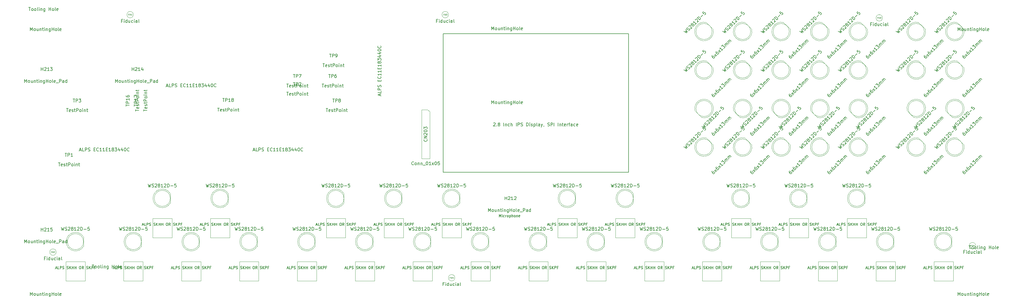
<source format=gbr>
%TF.GenerationSoftware,KiCad,Pcbnew,5.1.5*%
%TF.CreationDate,2020-03-25T20:50:36+01:00*%
%TF.ProjectId,OTTOdiy_SMD,4f54544f-6469-4795-9f53-4d442e6b6963,rev?*%
%TF.SameCoordinates,PX269fb20PYbb65a20*%
%TF.FileFunction,Other,Fab,Top*%
%FSLAX46Y46*%
G04 Gerber Fmt 4.6, Leading zero omitted, Abs format (unit mm)*
G04 Created by KiCad (PCBNEW 5.1.5) date 2020-03-25 20:50:36*
%MOMM*%
%LPD*%
G04 APERTURE LIST*
%ADD10C,0.150000*%
%ADD11C,0.100000*%
%ADD12C,0.120000*%
%ADD13C,0.060000*%
G04 APERTURE END LIST*
D10*
X127900000Y81600000D02*
X185500000Y81600000D01*
X185500000Y81600000D02*
X185500000Y38400000D01*
X185500000Y38400000D02*
X127900000Y38400000D01*
X127900000Y38400000D02*
X127900000Y81600000D01*
D11*
X121155000Y42630000D02*
X121155000Y57870000D01*
X123695000Y42630000D02*
X121155000Y42630000D01*
X123695000Y57235000D02*
X123695000Y42630000D01*
X123060000Y57870000D02*
X123695000Y57235000D01*
X121155000Y57870000D02*
X123060000Y57870000D01*
D12*
X16500000Y10500000D02*
X16500000Y4500000D01*
X10500000Y10500000D02*
X16500000Y10500000D01*
X10500000Y4500000D02*
X10500000Y10500000D01*
X16500000Y4500000D02*
X10500000Y4500000D01*
D11*
X245728569Y85056989D02*
G75*
G03X247806998Y82978536I-728568J-2806988D01*
G01*
X247500001Y82250001D02*
G75*
G03X247500001Y82250001I-2500000J0D01*
G01*
X247806998Y82978536D02*
X245728536Y85056998D01*
X257728569Y85056989D02*
G75*
G03X259806998Y82978536I-728568J-2806988D01*
G01*
X259500001Y82250001D02*
G75*
G03X259500001Y82250001I-2500000J0D01*
G01*
X259806998Y82978536D02*
X257728536Y85056998D01*
X275728569Y85056989D02*
G75*
G03X277806998Y82978536I-728568J-2806988D01*
G01*
X277500001Y82250001D02*
G75*
G03X277500001Y82250001I-2500000J0D01*
G01*
X277806998Y82978536D02*
X275728536Y85056998D01*
X287728569Y85056989D02*
G75*
G03X289806998Y82978536I-728568J-2806988D01*
G01*
X289500001Y82250001D02*
G75*
G03X289500001Y82250001I-2500000J0D01*
G01*
X289806998Y82978536D02*
X287728536Y85056998D01*
X209728569Y85056989D02*
G75*
G03X211806998Y82978536I-728568J-2806988D01*
G01*
X211500001Y82250001D02*
G75*
G03X211500001Y82250001I-2500000J0D01*
G01*
X211806998Y82978536D02*
X209728536Y85056998D01*
X221728569Y85056989D02*
G75*
G03X223806998Y82978536I-728568J-2806988D01*
G01*
X223500001Y82250001D02*
G75*
G03X223500001Y82250001I-2500000J0D01*
G01*
X223806998Y82978536D02*
X221728536Y85056998D01*
X233728569Y85056989D02*
G75*
G03X235806998Y82978536I-728568J-2806988D01*
G01*
X235500001Y82250001D02*
G75*
G03X235500001Y82250001I-2500000J0D01*
G01*
X235806998Y82978536D02*
X233728536Y85056998D01*
X293500000Y15500000D02*
G75*
G03X293500000Y15500000I-1000000J0D01*
G01*
X264500000Y86500000D02*
G75*
G03X264500000Y86500000I-1000000J0D01*
G01*
X131500000Y5500000D02*
G75*
G03X131500000Y5500000I-1000000J0D01*
G01*
X129500000Y87500000D02*
G75*
G03X129500000Y87500000I-1000000J0D01*
G01*
X7500000Y13500000D02*
G75*
G03X7500000Y13500000I-1000000J0D01*
G01*
X31500000Y87500000D02*
G75*
G03X31500000Y87500000I-1000000J0D01*
G01*
D12*
X259500000Y24000000D02*
X259500000Y18000000D01*
X253500000Y24000000D02*
X259500000Y24000000D01*
X253500000Y18000000D02*
X253500000Y24000000D01*
X259500000Y18000000D02*
X253500000Y18000000D01*
X241500000Y24000000D02*
X241500000Y18000000D01*
X235500000Y24000000D02*
X241500000Y24000000D01*
X235500000Y18000000D02*
X235500000Y24000000D01*
X241500000Y18000000D02*
X235500000Y18000000D01*
X223500000Y24000000D02*
X223500000Y18000000D01*
X217500000Y24000000D02*
X223500000Y24000000D01*
X217500000Y18000000D02*
X217500000Y24000000D01*
X223500000Y18000000D02*
X217500000Y18000000D01*
X187500000Y24000000D02*
X187500000Y18000000D01*
X181500000Y24000000D02*
X187500000Y24000000D01*
X181500000Y18000000D02*
X181500000Y24000000D01*
X187500000Y18000000D02*
X181500000Y18000000D01*
X169500000Y24000000D02*
X169500000Y18000000D01*
X163500000Y24000000D02*
X169500000Y24000000D01*
X163500000Y18000000D02*
X163500000Y24000000D01*
X169500000Y18000000D02*
X163500000Y18000000D01*
X133500000Y24000000D02*
X133500000Y18000000D01*
X127500000Y24000000D02*
X133500000Y24000000D01*
X127500000Y18000000D02*
X127500000Y24000000D01*
X133500000Y18000000D02*
X127500000Y18000000D01*
X115500000Y24000000D02*
X115500000Y18000000D01*
X109500000Y24000000D02*
X115500000Y24000000D01*
X109500000Y18000000D02*
X109500000Y24000000D01*
X115500000Y18000000D02*
X109500000Y18000000D01*
X97500000Y24000000D02*
X97500000Y18000000D01*
X91500000Y24000000D02*
X97500000Y24000000D01*
X91500000Y18000000D02*
X91500000Y24000000D01*
X97500000Y18000000D02*
X91500000Y18000000D01*
X61500000Y24000000D02*
X61500000Y18000000D01*
X55500000Y24000000D02*
X61500000Y24000000D01*
X55500000Y18000000D02*
X55500000Y24000000D01*
X61500000Y18000000D02*
X55500000Y18000000D01*
X43500000Y24000000D02*
X43500000Y18000000D01*
X37500000Y24000000D02*
X43500000Y24000000D01*
X37500000Y18000000D02*
X37500000Y24000000D01*
X43500000Y18000000D02*
X37500000Y18000000D01*
X286500000Y10500000D02*
X286500000Y4500000D01*
X280500000Y10500000D02*
X286500000Y10500000D01*
X280500000Y4500000D02*
X280500000Y10500000D01*
X286500000Y4500000D02*
X280500000Y4500000D01*
X268500000Y10500000D02*
X268500000Y4500000D01*
X262500000Y10500000D02*
X268500000Y10500000D01*
X262500000Y4500000D02*
X262500000Y10500000D01*
X268500000Y4500000D02*
X262500000Y4500000D01*
X250500000Y10500000D02*
X250500000Y4500000D01*
X244500000Y10500000D02*
X250500000Y10500000D01*
X244500000Y4500000D02*
X244500000Y10500000D01*
X250500000Y4500000D02*
X244500000Y4500000D01*
X232500000Y10500000D02*
X232500000Y4500000D01*
X226500000Y10500000D02*
X232500000Y10500000D01*
X226500000Y4500000D02*
X226500000Y10500000D01*
X232500000Y4500000D02*
X226500000Y4500000D01*
X214500000Y10500000D02*
X214500000Y4500000D01*
X208500000Y10500000D02*
X214500000Y10500000D01*
X208500000Y4500000D02*
X208500000Y10500000D01*
X214500000Y4500000D02*
X208500000Y4500000D01*
X196500000Y10500000D02*
X196500000Y4500000D01*
X190500000Y10500000D02*
X196500000Y10500000D01*
X190500000Y4500000D02*
X190500000Y10500000D01*
X196500000Y4500000D02*
X190500000Y4500000D01*
X178500000Y10500000D02*
X178500000Y4500000D01*
X172500000Y10500000D02*
X178500000Y10500000D01*
X172500000Y4500000D02*
X172500000Y10500000D01*
X178500000Y4500000D02*
X172500000Y4500000D01*
X160500000Y10500000D02*
X160500000Y4500000D01*
X154500000Y10500000D02*
X160500000Y10500000D01*
X154500000Y4500000D02*
X154500000Y10500000D01*
X160500000Y4500000D02*
X154500000Y4500000D01*
X142500000Y10500000D02*
X142500000Y4500000D01*
X136500000Y10500000D02*
X142500000Y10500000D01*
X136500000Y4500000D02*
X136500000Y10500000D01*
X142500000Y4500000D02*
X136500000Y4500000D01*
X124500000Y10500000D02*
X124500000Y4500000D01*
X118500000Y10500000D02*
X124500000Y10500000D01*
X118500000Y4500000D02*
X118500000Y10500000D01*
X124500000Y4500000D02*
X118500000Y4500000D01*
X106500000Y10500000D02*
X106500000Y4500000D01*
X100500000Y10500000D02*
X106500000Y10500000D01*
X100500000Y4500000D02*
X100500000Y10500000D01*
X106500000Y4500000D02*
X100500000Y4500000D01*
X88500000Y10500000D02*
X88500000Y4500000D01*
X82500000Y10500000D02*
X88500000Y10500000D01*
X82500000Y4500000D02*
X82500000Y10500000D01*
X88500000Y4500000D02*
X82500000Y4500000D01*
X70500000Y10500000D02*
X70500000Y4500000D01*
X64500000Y10500000D02*
X70500000Y10500000D01*
X64500000Y4500000D02*
X64500000Y10500000D01*
X70500000Y4500000D02*
X64500000Y4500000D01*
X52500000Y10500000D02*
X52500000Y4500000D01*
X46500000Y10500000D02*
X52500000Y10500000D01*
X46500000Y4500000D02*
X46500000Y10500000D01*
X52500000Y4500000D02*
X46500000Y4500000D01*
X34500000Y10500000D02*
X34500000Y4500000D01*
X28500000Y10500000D02*
X34500000Y10500000D01*
X28500000Y4500000D02*
X28500000Y10500000D01*
X34500000Y4500000D02*
X28500000Y4500000D01*
D11*
X287728569Y73056989D02*
G75*
G03X289806998Y70978536I-728568J-2806988D01*
G01*
X289500001Y70250001D02*
G75*
G03X289500001Y70250001I-2500000J0D01*
G01*
X289806998Y70978536D02*
X287728536Y73056998D01*
X275728569Y73056989D02*
G75*
G03X277806998Y70978536I-728568J-2806988D01*
G01*
X277500001Y70250001D02*
G75*
G03X277500001Y70250001I-2500000J0D01*
G01*
X277806998Y70978536D02*
X275728536Y73056998D01*
X257728569Y73056989D02*
G75*
G03X259806998Y70978536I-728568J-2806988D01*
G01*
X259500001Y70250001D02*
G75*
G03X259500001Y70250001I-2500000J0D01*
G01*
X259806998Y70978536D02*
X257728536Y73056998D01*
X245728569Y73056989D02*
G75*
G03X247806998Y70978536I-728568J-2806988D01*
G01*
X247500001Y70250001D02*
G75*
G03X247500001Y70250001I-2500000J0D01*
G01*
X247806998Y70978536D02*
X245728536Y73056998D01*
X233728569Y73056989D02*
G75*
G03X235806998Y70978536I-728568J-2806988D01*
G01*
X235500001Y70250001D02*
G75*
G03X235500001Y70250001I-2500000J0D01*
G01*
X235806998Y70978536D02*
X233728536Y73056998D01*
X221728569Y73056989D02*
G75*
G03X223806998Y70978536I-728568J-2806988D01*
G01*
X223500001Y70250001D02*
G75*
G03X223500001Y70250001I-2500000J0D01*
G01*
X223806998Y70978536D02*
X221728536Y73056998D01*
X209728569Y73056989D02*
G75*
G03X211806998Y70978536I-728568J-2806988D01*
G01*
X211500001Y70250001D02*
G75*
G03X211500001Y70250001I-2500000J0D01*
G01*
X211806998Y70978536D02*
X209728536Y73056998D01*
X286271431Y55443011D02*
G75*
G03X284193002Y57521464I728568J2806988D01*
G01*
X289499999Y58249999D02*
G75*
G03X289499999Y58249999I-2500000J0D01*
G01*
X284193002Y57521464D02*
X286271464Y55443002D01*
X274271431Y55443011D02*
G75*
G03X272193002Y57521464I728568J2806988D01*
G01*
X277499999Y58249999D02*
G75*
G03X277499999Y58249999I-2500000J0D01*
G01*
X272193002Y57521464D02*
X274271464Y55443002D01*
X256271431Y55443011D02*
G75*
G03X254193002Y57521464I728568J2806988D01*
G01*
X259499999Y58249999D02*
G75*
G03X259499999Y58249999I-2500000J0D01*
G01*
X254193002Y57521464D02*
X256271464Y55443002D01*
X244271431Y55443011D02*
G75*
G03X242193002Y57521464I728568J2806988D01*
G01*
X247499999Y58249999D02*
G75*
G03X247499999Y58249999I-2500000J0D01*
G01*
X242193002Y57521464D02*
X244271464Y55443002D01*
X232271431Y55443011D02*
G75*
G03X230193002Y57521464I728568J2806988D01*
G01*
X235499999Y58249999D02*
G75*
G03X235499999Y58249999I-2500000J0D01*
G01*
X230193002Y57521464D02*
X232271464Y55443002D01*
X220271431Y55443011D02*
G75*
G03X218193002Y57521464I728568J2806988D01*
G01*
X223499999Y58249999D02*
G75*
G03X223499999Y58249999I-2500000J0D01*
G01*
X218193002Y57521464D02*
X220271464Y55443002D01*
X208271431Y55443011D02*
G75*
G03X206193002Y57521464I728568J2806988D01*
G01*
X211499999Y58249999D02*
G75*
G03X211499999Y58249999I-2500000J0D01*
G01*
X206193002Y57521464D02*
X208271464Y55443002D01*
X287728569Y49056989D02*
G75*
G03X289806998Y46978536I-728568J-2806988D01*
G01*
X289500001Y46250001D02*
G75*
G03X289500001Y46250001I-2500000J0D01*
G01*
X289806998Y46978536D02*
X287728536Y49056998D01*
X275728569Y49056989D02*
G75*
G03X277806998Y46978536I-728568J-2806988D01*
G01*
X277500001Y46250001D02*
G75*
G03X277500001Y46250001I-2500000J0D01*
G01*
X277806998Y46978536D02*
X275728536Y49056998D01*
X257728569Y49056989D02*
G75*
G03X259806998Y46978536I-728568J-2806988D01*
G01*
X259500001Y46250001D02*
G75*
G03X259500001Y46250001I-2500000J0D01*
G01*
X259806998Y46978536D02*
X257728536Y49056998D01*
X245728569Y49056989D02*
G75*
G03X247806998Y46978536I-728568J-2806988D01*
G01*
X247500001Y46250001D02*
G75*
G03X247500001Y46250001I-2500000J0D01*
G01*
X247806998Y46978536D02*
X245728536Y49056998D01*
X233728569Y49056989D02*
G75*
G03X235806998Y46978536I-728568J-2806988D01*
G01*
X235500001Y46250001D02*
G75*
G03X235500001Y46250001I-2500000J0D01*
G01*
X235806998Y46978536D02*
X233728536Y49056998D01*
X221728569Y49056989D02*
G75*
G03X223806998Y46978536I-728568J-2806988D01*
G01*
X223500001Y46250001D02*
G75*
G03X223500001Y46250001I-2500000J0D01*
G01*
X223806998Y46978536D02*
X221728536Y49056998D01*
X209728569Y49056989D02*
G75*
G03X211806998Y46978536I-728568J-2806988D01*
G01*
X211500001Y46250001D02*
G75*
G03X211500001Y46250001I-2500000J0D01*
G01*
X211806998Y46978536D02*
X209728536Y49056998D01*
X259000017Y31719665D02*
G75*
G03X259000000Y28780306I-2500016J-1469665D01*
G01*
X259000001Y30250000D02*
G75*
G03X259000001Y30250000I-2500000J0D01*
G01*
X259000000Y28780306D02*
X259000000Y31719694D01*
X241000017Y31719665D02*
G75*
G03X241000000Y28780306I-2500016J-1469665D01*
G01*
X241000001Y30250000D02*
G75*
G03X241000001Y30250000I-2500000J0D01*
G01*
X241000000Y28780306D02*
X241000000Y31719694D01*
X223000017Y31719665D02*
G75*
G03X223000000Y28780306I-2500016J-1469665D01*
G01*
X223000001Y30250000D02*
G75*
G03X223000001Y30250000I-2500000J0D01*
G01*
X223000000Y28780306D02*
X223000000Y31719694D01*
X187000017Y31719665D02*
G75*
G03X187000000Y28780306I-2500016J-1469665D01*
G01*
X187000001Y30250000D02*
G75*
G03X187000001Y30250000I-2500000J0D01*
G01*
X187000000Y28780306D02*
X187000000Y31719694D01*
X169000017Y31719665D02*
G75*
G03X169000000Y28780306I-2500016J-1469665D01*
G01*
X169000001Y30250000D02*
G75*
G03X169000001Y30250000I-2500000J0D01*
G01*
X169000000Y28780306D02*
X169000000Y31719694D01*
X133000017Y31719665D02*
G75*
G03X133000000Y28780306I-2500016J-1469665D01*
G01*
X133000001Y30250000D02*
G75*
G03X133000001Y30250000I-2500000J0D01*
G01*
X133000000Y28780306D02*
X133000000Y31719694D01*
X115000017Y31719665D02*
G75*
G03X115000000Y28780306I-2500016J-1469665D01*
G01*
X115000001Y30250000D02*
G75*
G03X115000001Y30250000I-2500000J0D01*
G01*
X115000000Y28780306D02*
X115000000Y31719694D01*
X97000017Y31719665D02*
G75*
G03X97000000Y28780306I-2500016J-1469665D01*
G01*
X97000001Y30250000D02*
G75*
G03X97000001Y30250000I-2500000J0D01*
G01*
X97000000Y28780306D02*
X97000000Y31719694D01*
X61000017Y31719665D02*
G75*
G03X61000000Y28780306I-2500016J-1469665D01*
G01*
X61000001Y30250000D02*
G75*
G03X61000001Y30250000I-2500000J0D01*
G01*
X61000000Y28780306D02*
X61000000Y31719694D01*
X43000017Y31719665D02*
G75*
G03X43000000Y28780306I-2500016J-1469665D01*
G01*
X43000001Y30250000D02*
G75*
G03X43000001Y30250000I-2500000J0D01*
G01*
X43000000Y28780306D02*
X43000000Y31719694D01*
X286000017Y18219665D02*
G75*
G03X286000000Y15280306I-2500016J-1469665D01*
G01*
X286000001Y16750000D02*
G75*
G03X286000001Y16750000I-2500000J0D01*
G01*
X286000000Y15280306D02*
X286000000Y18219694D01*
X268000017Y18219665D02*
G75*
G03X268000000Y15280306I-2500016J-1469665D01*
G01*
X268000001Y16750000D02*
G75*
G03X268000001Y16750000I-2500000J0D01*
G01*
X268000000Y15280306D02*
X268000000Y18219694D01*
X250000017Y18219665D02*
G75*
G03X250000000Y15280306I-2500016J-1469665D01*
G01*
X250000001Y16750000D02*
G75*
G03X250000001Y16750000I-2500000J0D01*
G01*
X250000000Y15280306D02*
X250000000Y18219694D01*
X232000017Y18219665D02*
G75*
G03X232000000Y15280306I-2500016J-1469665D01*
G01*
X232000001Y16750000D02*
G75*
G03X232000001Y16750000I-2500000J0D01*
G01*
X232000000Y15280306D02*
X232000000Y18219694D01*
X214000017Y18219665D02*
G75*
G03X214000000Y15280306I-2500016J-1469665D01*
G01*
X214000001Y16750000D02*
G75*
G03X214000001Y16750000I-2500000J0D01*
G01*
X214000000Y15280306D02*
X214000000Y18219694D01*
X196000017Y18219665D02*
G75*
G03X196000000Y15280306I-2500016J-1469665D01*
G01*
X196000001Y16750000D02*
G75*
G03X196000001Y16750000I-2500000J0D01*
G01*
X196000000Y15280306D02*
X196000000Y18219694D01*
X178000017Y18219665D02*
G75*
G03X178000000Y15280306I-2500016J-1469665D01*
G01*
X178000001Y16750000D02*
G75*
G03X178000001Y16750000I-2500000J0D01*
G01*
X178000000Y15280306D02*
X178000000Y18219694D01*
X160000017Y18219665D02*
G75*
G03X160000000Y15280306I-2500016J-1469665D01*
G01*
X160000001Y16750000D02*
G75*
G03X160000001Y16750000I-2500000J0D01*
G01*
X160000000Y15280306D02*
X160000000Y18219694D01*
X142000017Y18219665D02*
G75*
G03X142000000Y15280306I-2500016J-1469665D01*
G01*
X142000001Y16750000D02*
G75*
G03X142000001Y16750000I-2500000J0D01*
G01*
X142000000Y15280306D02*
X142000000Y18219694D01*
X124000017Y18219665D02*
G75*
G03X124000000Y15280306I-2500016J-1469665D01*
G01*
X124000001Y16750000D02*
G75*
G03X124000001Y16750000I-2500000J0D01*
G01*
X124000000Y15280306D02*
X124000000Y18219694D01*
X106000017Y18219665D02*
G75*
G03X106000000Y15280306I-2500016J-1469665D01*
G01*
X106000001Y16750000D02*
G75*
G03X106000001Y16750000I-2500000J0D01*
G01*
X106000000Y15280306D02*
X106000000Y18219694D01*
X88000017Y18219665D02*
G75*
G03X88000000Y15280306I-2500016J-1469665D01*
G01*
X88000001Y16750000D02*
G75*
G03X88000001Y16750000I-2500000J0D01*
G01*
X88000000Y15280306D02*
X88000000Y18219694D01*
X70000017Y18219665D02*
G75*
G03X70000000Y15280306I-2500016J-1469665D01*
G01*
X70000001Y16750000D02*
G75*
G03X70000001Y16750000I-2500000J0D01*
G01*
X70000000Y15280306D02*
X70000000Y18219694D01*
X52000017Y18219665D02*
G75*
G03X52000000Y15280306I-2500016J-1469665D01*
G01*
X52000001Y16750000D02*
G75*
G03X52000001Y16750000I-2500000J0D01*
G01*
X52000000Y15280306D02*
X52000000Y18219694D01*
X34000017Y18219665D02*
G75*
G03X34000000Y15280306I-2500016J-1469665D01*
G01*
X34000001Y16750000D02*
G75*
G03X34000001Y16750000I-2500000J0D01*
G01*
X34000000Y15280306D02*
X34000000Y18219694D01*
X16000017Y18219665D02*
G75*
G03X16000000Y15280306I-2500016J-1469665D01*
G01*
X16000001Y16750000D02*
G75*
G03X16000001Y16750000I-2500000J0D01*
G01*
X16000000Y15280306D02*
X16000000Y18219694D01*
D10*
X291382142Y15497620D02*
X291953571Y15497620D01*
X291667857Y14497620D02*
X291667857Y15497620D01*
X292429761Y14497620D02*
X292334523Y14545239D01*
X292286904Y14592858D01*
X292239285Y14688096D01*
X292239285Y14973810D01*
X292286904Y15069048D01*
X292334523Y15116667D01*
X292429761Y15164286D01*
X292572619Y15164286D01*
X292667857Y15116667D01*
X292715476Y15069048D01*
X292763095Y14973810D01*
X292763095Y14688096D01*
X292715476Y14592858D01*
X292667857Y14545239D01*
X292572619Y14497620D01*
X292429761Y14497620D01*
X293334523Y14497620D02*
X293239285Y14545239D01*
X293191666Y14592858D01*
X293144047Y14688096D01*
X293144047Y14973810D01*
X293191666Y15069048D01*
X293239285Y15116667D01*
X293334523Y15164286D01*
X293477380Y15164286D01*
X293572619Y15116667D01*
X293620238Y15069048D01*
X293667857Y14973810D01*
X293667857Y14688096D01*
X293620238Y14592858D01*
X293572619Y14545239D01*
X293477380Y14497620D01*
X293334523Y14497620D01*
X294239285Y14497620D02*
X294144047Y14545239D01*
X294096428Y14640477D01*
X294096428Y15497620D01*
X294620238Y14497620D02*
X294620238Y15164286D01*
X294620238Y15497620D02*
X294572619Y15450000D01*
X294620238Y15402381D01*
X294667857Y15450000D01*
X294620238Y15497620D01*
X294620238Y15402381D01*
X295096428Y15164286D02*
X295096428Y14497620D01*
X295096428Y15069048D02*
X295144047Y15116667D01*
X295239285Y15164286D01*
X295382142Y15164286D01*
X295477380Y15116667D01*
X295525000Y15021429D01*
X295525000Y14497620D01*
X296429761Y15164286D02*
X296429761Y14354762D01*
X296382142Y14259524D01*
X296334523Y14211905D01*
X296239285Y14164286D01*
X296096428Y14164286D01*
X296001190Y14211905D01*
X296429761Y14545239D02*
X296334523Y14497620D01*
X296144047Y14497620D01*
X296048809Y14545239D01*
X296001190Y14592858D01*
X295953571Y14688096D01*
X295953571Y14973810D01*
X296001190Y15069048D01*
X296048809Y15116667D01*
X296144047Y15164286D01*
X296334523Y15164286D01*
X296429761Y15116667D01*
X297667857Y14497620D02*
X297667857Y15497620D01*
X297667857Y15021429D02*
X298239285Y15021429D01*
X298239285Y14497620D02*
X298239285Y15497620D01*
X298858333Y14497620D02*
X298763095Y14545239D01*
X298715476Y14592858D01*
X298667857Y14688096D01*
X298667857Y14973810D01*
X298715476Y15069048D01*
X298763095Y15116667D01*
X298858333Y15164286D01*
X299001190Y15164286D01*
X299096428Y15116667D01*
X299144047Y15069048D01*
X299191666Y14973810D01*
X299191666Y14688096D01*
X299144047Y14592858D01*
X299096428Y14545239D01*
X299001190Y14497620D01*
X298858333Y14497620D01*
X299763095Y14497620D02*
X299667857Y14545239D01*
X299620238Y14640477D01*
X299620238Y15497620D01*
X300525000Y14545239D02*
X300429761Y14497620D01*
X300239285Y14497620D01*
X300144047Y14545239D01*
X300096428Y14640477D01*
X300096428Y15021429D01*
X300144047Y15116667D01*
X300239285Y15164286D01*
X300429761Y15164286D01*
X300525000Y15116667D01*
X300572619Y15021429D01*
X300572619Y14926191D01*
X300096428Y14830953D01*
X18657142Y9522620D02*
X19228571Y9522620D01*
X18942857Y8522620D02*
X18942857Y9522620D01*
X19704761Y8522620D02*
X19609523Y8570239D01*
X19561904Y8617858D01*
X19514285Y8713096D01*
X19514285Y8998810D01*
X19561904Y9094048D01*
X19609523Y9141667D01*
X19704761Y9189286D01*
X19847619Y9189286D01*
X19942857Y9141667D01*
X19990476Y9094048D01*
X20038095Y8998810D01*
X20038095Y8713096D01*
X19990476Y8617858D01*
X19942857Y8570239D01*
X19847619Y8522620D01*
X19704761Y8522620D01*
X20609523Y8522620D02*
X20514285Y8570239D01*
X20466666Y8617858D01*
X20419047Y8713096D01*
X20419047Y8998810D01*
X20466666Y9094048D01*
X20514285Y9141667D01*
X20609523Y9189286D01*
X20752380Y9189286D01*
X20847619Y9141667D01*
X20895238Y9094048D01*
X20942857Y8998810D01*
X20942857Y8713096D01*
X20895238Y8617858D01*
X20847619Y8570239D01*
X20752380Y8522620D01*
X20609523Y8522620D01*
X21514285Y8522620D02*
X21419047Y8570239D01*
X21371428Y8665477D01*
X21371428Y9522620D01*
X21895238Y8522620D02*
X21895238Y9189286D01*
X21895238Y9522620D02*
X21847619Y9475000D01*
X21895238Y9427381D01*
X21942857Y9475000D01*
X21895238Y9522620D01*
X21895238Y9427381D01*
X22371428Y9189286D02*
X22371428Y8522620D01*
X22371428Y9094048D02*
X22419047Y9141667D01*
X22514285Y9189286D01*
X22657142Y9189286D01*
X22752380Y9141667D01*
X22800000Y9046429D01*
X22800000Y8522620D01*
X23704761Y9189286D02*
X23704761Y8379762D01*
X23657142Y8284524D01*
X23609523Y8236905D01*
X23514285Y8189286D01*
X23371428Y8189286D01*
X23276190Y8236905D01*
X23704761Y8570239D02*
X23609523Y8522620D01*
X23419047Y8522620D01*
X23323809Y8570239D01*
X23276190Y8617858D01*
X23228571Y8713096D01*
X23228571Y8998810D01*
X23276190Y9094048D01*
X23323809Y9141667D01*
X23419047Y9189286D01*
X23609523Y9189286D01*
X23704761Y9141667D01*
X24942857Y8522620D02*
X24942857Y9522620D01*
X24942857Y9046429D02*
X25514285Y9046429D01*
X25514285Y8522620D02*
X25514285Y9522620D01*
X26133333Y8522620D02*
X26038095Y8570239D01*
X25990476Y8617858D01*
X25942857Y8713096D01*
X25942857Y8998810D01*
X25990476Y9094048D01*
X26038095Y9141667D01*
X26133333Y9189286D01*
X26276190Y9189286D01*
X26371428Y9141667D01*
X26419047Y9094048D01*
X26466666Y8998810D01*
X26466666Y8713096D01*
X26419047Y8617858D01*
X26371428Y8570239D01*
X26276190Y8522620D01*
X26133333Y8522620D01*
X27038095Y8522620D02*
X26942857Y8570239D01*
X26895238Y8665477D01*
X26895238Y9522620D01*
X27800000Y8570239D02*
X27704761Y8522620D01*
X27514285Y8522620D01*
X27419047Y8570239D01*
X27371428Y8665477D01*
X27371428Y9046429D01*
X27419047Y9141667D01*
X27514285Y9189286D01*
X27704761Y9189286D01*
X27800000Y9141667D01*
X27847619Y9046429D01*
X27847619Y8951191D01*
X27371428Y8855953D01*
X-1042858Y89747620D02*
X-471429Y89747620D01*
X-757143Y88747620D02*
X-757143Y89747620D01*
X4761Y88747620D02*
X-90477Y88795239D01*
X-138096Y88842858D01*
X-185715Y88938096D01*
X-185715Y89223810D01*
X-138096Y89319048D01*
X-90477Y89366667D01*
X4761Y89414286D01*
X147619Y89414286D01*
X242857Y89366667D01*
X290476Y89319048D01*
X338095Y89223810D01*
X338095Y88938096D01*
X290476Y88842858D01*
X242857Y88795239D01*
X147619Y88747620D01*
X4761Y88747620D01*
X909523Y88747620D02*
X814285Y88795239D01*
X766666Y88842858D01*
X719047Y88938096D01*
X719047Y89223810D01*
X766666Y89319048D01*
X814285Y89366667D01*
X909523Y89414286D01*
X1052380Y89414286D01*
X1147619Y89366667D01*
X1195238Y89319048D01*
X1242857Y89223810D01*
X1242857Y88938096D01*
X1195238Y88842858D01*
X1147619Y88795239D01*
X1052380Y88747620D01*
X909523Y88747620D01*
X1814285Y88747620D02*
X1719047Y88795239D01*
X1671428Y88890477D01*
X1671428Y89747620D01*
X2195238Y88747620D02*
X2195238Y89414286D01*
X2195238Y89747620D02*
X2147619Y89700000D01*
X2195238Y89652381D01*
X2242857Y89700000D01*
X2195238Y89747620D01*
X2195238Y89652381D01*
X2671428Y89414286D02*
X2671428Y88747620D01*
X2671428Y89319048D02*
X2719047Y89366667D01*
X2814285Y89414286D01*
X2957142Y89414286D01*
X3052380Y89366667D01*
X3100000Y89271429D01*
X3100000Y88747620D01*
X4004761Y89414286D02*
X4004761Y88604762D01*
X3957142Y88509524D01*
X3909523Y88461905D01*
X3814285Y88414286D01*
X3671428Y88414286D01*
X3576190Y88461905D01*
X4004761Y88795239D02*
X3909523Y88747620D01*
X3719047Y88747620D01*
X3623809Y88795239D01*
X3576190Y88842858D01*
X3528571Y88938096D01*
X3528571Y89223810D01*
X3576190Y89319048D01*
X3623809Y89366667D01*
X3719047Y89414286D01*
X3909523Y89414286D01*
X4004761Y89366667D01*
X5242857Y88747620D02*
X5242857Y89747620D01*
X5242857Y89271429D02*
X5814285Y89271429D01*
X5814285Y88747620D02*
X5814285Y89747620D01*
X6433333Y88747620D02*
X6338095Y88795239D01*
X6290476Y88842858D01*
X6242857Y88938096D01*
X6242857Y89223810D01*
X6290476Y89319048D01*
X6338095Y89366667D01*
X6433333Y89414286D01*
X6576190Y89414286D01*
X6671428Y89366667D01*
X6719047Y89319048D01*
X6766666Y89223810D01*
X6766666Y88938096D01*
X6719047Y88842858D01*
X6671428Y88795239D01*
X6576190Y88747620D01*
X6433333Y88747620D01*
X7338095Y88747620D02*
X7242857Y88795239D01*
X7195238Y88890477D01*
X7195238Y89747620D01*
X8100000Y88795239D02*
X8004761Y88747620D01*
X7814285Y88747620D01*
X7719047Y88795239D01*
X7671428Y88890477D01*
X7671428Y89271429D01*
X7719047Y89366667D01*
X7814285Y89414286D01*
X8004761Y89414286D01*
X8100000Y89366667D01*
X8147619Y89271429D01*
X8147619Y89176191D01*
X7671428Y89080953D01*
X10666666Y58247620D02*
X11238095Y58247620D01*
X10952380Y57247620D02*
X10952380Y58247620D01*
X11952380Y57295239D02*
X11857142Y57247620D01*
X11666666Y57247620D01*
X11571428Y57295239D01*
X11523809Y57390477D01*
X11523809Y57771429D01*
X11571428Y57866667D01*
X11666666Y57914286D01*
X11857142Y57914286D01*
X11952380Y57866667D01*
X12000000Y57771429D01*
X12000000Y57676191D01*
X11523809Y57580953D01*
X12380952Y57295239D02*
X12476190Y57247620D01*
X12666666Y57247620D01*
X12761904Y57295239D01*
X12809523Y57390477D01*
X12809523Y57438096D01*
X12761904Y57533334D01*
X12666666Y57580953D01*
X12523809Y57580953D01*
X12428571Y57628572D01*
X12380952Y57723810D01*
X12380952Y57771429D01*
X12428571Y57866667D01*
X12523809Y57914286D01*
X12666666Y57914286D01*
X12761904Y57866667D01*
X13095238Y57914286D02*
X13476190Y57914286D01*
X13238095Y58247620D02*
X13238095Y57390477D01*
X13285714Y57295239D01*
X13380952Y57247620D01*
X13476190Y57247620D01*
X13809523Y57247620D02*
X13809523Y58247620D01*
X14190476Y58247620D01*
X14285714Y58200000D01*
X14333333Y58152381D01*
X14380952Y58057143D01*
X14380952Y57914286D01*
X14333333Y57819048D01*
X14285714Y57771429D01*
X14190476Y57723810D01*
X13809523Y57723810D01*
X14952380Y57247620D02*
X14857142Y57295239D01*
X14809523Y57342858D01*
X14761904Y57438096D01*
X14761904Y57723810D01*
X14809523Y57819048D01*
X14857142Y57866667D01*
X14952380Y57914286D01*
X15095238Y57914286D01*
X15190476Y57866667D01*
X15238095Y57819048D01*
X15285714Y57723810D01*
X15285714Y57438096D01*
X15238095Y57342858D01*
X15190476Y57295239D01*
X15095238Y57247620D01*
X14952380Y57247620D01*
X15714285Y57247620D02*
X15714285Y57914286D01*
X15714285Y58247620D02*
X15666666Y58200000D01*
X15714285Y58152381D01*
X15761904Y58200000D01*
X15714285Y58247620D01*
X15714285Y58152381D01*
X16190476Y57914286D02*
X16190476Y57247620D01*
X16190476Y57819048D02*
X16238095Y57866667D01*
X16333333Y57914286D01*
X16476190Y57914286D01*
X16571428Y57866667D01*
X16619047Y57771429D01*
X16619047Y57247620D01*
X16952380Y57914286D02*
X17333333Y57914286D01*
X17095238Y58247620D02*
X17095238Y57390477D01*
X17142857Y57295239D01*
X17238095Y57247620D01*
X17333333Y57247620D01*
X12738095Y61247620D02*
X13309523Y61247620D01*
X13023809Y60247620D02*
X13023809Y61247620D01*
X13642857Y60247620D02*
X13642857Y61247620D01*
X14023809Y61247620D01*
X14119047Y61200000D01*
X14166666Y61152381D01*
X14214285Y61057143D01*
X14214285Y60914286D01*
X14166666Y60819048D01*
X14119047Y60771429D01*
X14023809Y60723810D01*
X13642857Y60723810D01*
X14547619Y61247620D02*
X15166666Y61247620D01*
X14833333Y60866667D01*
X14976190Y60866667D01*
X15071428Y60819048D01*
X15119047Y60771429D01*
X15166666Y60676191D01*
X15166666Y60438096D01*
X15119047Y60342858D01*
X15071428Y60295239D01*
X14976190Y60247620D01*
X14690476Y60247620D01*
X14595238Y60295239D01*
X14547619Y60342858D01*
X143507142Y53702381D02*
X143554761Y53750000D01*
X143650000Y53797620D01*
X143888095Y53797620D01*
X143983333Y53750000D01*
X144030952Y53702381D01*
X144078571Y53607143D01*
X144078571Y53511905D01*
X144030952Y53369048D01*
X143459523Y52797620D01*
X144078571Y52797620D01*
X144507142Y52892858D02*
X144554761Y52845239D01*
X144507142Y52797620D01*
X144459523Y52845239D01*
X144507142Y52892858D01*
X144507142Y52797620D01*
X145126190Y53369048D02*
X145030952Y53416667D01*
X144983333Y53464286D01*
X144935714Y53559524D01*
X144935714Y53607143D01*
X144983333Y53702381D01*
X145030952Y53750000D01*
X145126190Y53797620D01*
X145316666Y53797620D01*
X145411904Y53750000D01*
X145459523Y53702381D01*
X145507142Y53607143D01*
X145507142Y53559524D01*
X145459523Y53464286D01*
X145411904Y53416667D01*
X145316666Y53369048D01*
X145126190Y53369048D01*
X145030952Y53321429D01*
X144983333Y53273810D01*
X144935714Y53178572D01*
X144935714Y52988096D01*
X144983333Y52892858D01*
X145030952Y52845239D01*
X145126190Y52797620D01*
X145316666Y52797620D01*
X145411904Y52845239D01*
X145459523Y52892858D01*
X145507142Y52988096D01*
X145507142Y53178572D01*
X145459523Y53273810D01*
X145411904Y53321429D01*
X145316666Y53369048D01*
X146697619Y52797620D02*
X146697619Y53797620D01*
X147173809Y53464286D02*
X147173809Y52797620D01*
X147173809Y53369048D02*
X147221428Y53416667D01*
X147316666Y53464286D01*
X147459523Y53464286D01*
X147554761Y53416667D01*
X147602380Y53321429D01*
X147602380Y52797620D01*
X148507142Y52845239D02*
X148411904Y52797620D01*
X148221428Y52797620D01*
X148126190Y52845239D01*
X148078571Y52892858D01*
X148030952Y52988096D01*
X148030952Y53273810D01*
X148078571Y53369048D01*
X148126190Y53416667D01*
X148221428Y53464286D01*
X148411904Y53464286D01*
X148507142Y53416667D01*
X148935714Y52797620D02*
X148935714Y53797620D01*
X149364285Y52797620D02*
X149364285Y53321429D01*
X149316666Y53416667D01*
X149221428Y53464286D01*
X149078571Y53464286D01*
X148983333Y53416667D01*
X148935714Y53369048D01*
X150602380Y52797620D02*
X150602380Y53797620D01*
X151078571Y52797620D02*
X151078571Y53797620D01*
X151459523Y53797620D01*
X151554761Y53750000D01*
X151602380Y53702381D01*
X151650000Y53607143D01*
X151650000Y53464286D01*
X151602380Y53369048D01*
X151554761Y53321429D01*
X151459523Y53273810D01*
X151078571Y53273810D01*
X152030952Y52845239D02*
X152173809Y52797620D01*
X152411904Y52797620D01*
X152507142Y52845239D01*
X152554761Y52892858D01*
X152602380Y52988096D01*
X152602380Y53083334D01*
X152554761Y53178572D01*
X152507142Y53226191D01*
X152411904Y53273810D01*
X152221428Y53321429D01*
X152126190Y53369048D01*
X152078571Y53416667D01*
X152030952Y53511905D01*
X152030952Y53607143D01*
X152078571Y53702381D01*
X152126190Y53750000D01*
X152221428Y53797620D01*
X152459523Y53797620D01*
X152602380Y53750000D01*
X153792857Y52797620D02*
X153792857Y53797620D01*
X154030952Y53797620D01*
X154173809Y53750000D01*
X154269047Y53654762D01*
X154316666Y53559524D01*
X154364285Y53369048D01*
X154364285Y53226191D01*
X154316666Y53035715D01*
X154269047Y52940477D01*
X154173809Y52845239D01*
X154030952Y52797620D01*
X153792857Y52797620D01*
X154792857Y52797620D02*
X154792857Y53464286D01*
X154792857Y53797620D02*
X154745238Y53750000D01*
X154792857Y53702381D01*
X154840476Y53750000D01*
X154792857Y53797620D01*
X154792857Y53702381D01*
X155221428Y52845239D02*
X155316666Y52797620D01*
X155507142Y52797620D01*
X155602380Y52845239D01*
X155650000Y52940477D01*
X155650000Y52988096D01*
X155602380Y53083334D01*
X155507142Y53130953D01*
X155364285Y53130953D01*
X155269047Y53178572D01*
X155221428Y53273810D01*
X155221428Y53321429D01*
X155269047Y53416667D01*
X155364285Y53464286D01*
X155507142Y53464286D01*
X155602380Y53416667D01*
X156078571Y53464286D02*
X156078571Y52464286D01*
X156078571Y53416667D02*
X156173809Y53464286D01*
X156364285Y53464286D01*
X156459523Y53416667D01*
X156507142Y53369048D01*
X156554761Y53273810D01*
X156554761Y52988096D01*
X156507142Y52892858D01*
X156459523Y52845239D01*
X156364285Y52797620D01*
X156173809Y52797620D01*
X156078571Y52845239D01*
X157126190Y52797620D02*
X157030952Y52845239D01*
X156983333Y52940477D01*
X156983333Y53797620D01*
X157935714Y52797620D02*
X157935714Y53321429D01*
X157888095Y53416667D01*
X157792857Y53464286D01*
X157602380Y53464286D01*
X157507142Y53416667D01*
X157935714Y52845239D02*
X157840476Y52797620D01*
X157602380Y52797620D01*
X157507142Y52845239D01*
X157459523Y52940477D01*
X157459523Y53035715D01*
X157507142Y53130953D01*
X157602380Y53178572D01*
X157840476Y53178572D01*
X157935714Y53226191D01*
X158316666Y53464286D02*
X158554761Y52797620D01*
X158792857Y53464286D02*
X158554761Y52797620D01*
X158459523Y52559524D01*
X158411904Y52511905D01*
X158316666Y52464286D01*
X159221428Y52845239D02*
X159221428Y52797620D01*
X159173809Y52702381D01*
X159126190Y52654762D01*
X160364285Y52845239D02*
X160507142Y52797620D01*
X160745238Y52797620D01*
X160840476Y52845239D01*
X160888095Y52892858D01*
X160935714Y52988096D01*
X160935714Y53083334D01*
X160888095Y53178572D01*
X160840476Y53226191D01*
X160745238Y53273810D01*
X160554761Y53321429D01*
X160459523Y53369048D01*
X160411904Y53416667D01*
X160364285Y53511905D01*
X160364285Y53607143D01*
X160411904Y53702381D01*
X160459523Y53750000D01*
X160554761Y53797620D01*
X160792857Y53797620D01*
X160935714Y53750000D01*
X161364285Y52797620D02*
X161364285Y53797620D01*
X161745238Y53797620D01*
X161840476Y53750000D01*
X161888095Y53702381D01*
X161935714Y53607143D01*
X161935714Y53464286D01*
X161888095Y53369048D01*
X161840476Y53321429D01*
X161745238Y53273810D01*
X161364285Y53273810D01*
X162364285Y52797620D02*
X162364285Y53797620D01*
X163602380Y52797620D02*
X163602380Y53797620D01*
X164078571Y53464286D02*
X164078571Y52797620D01*
X164078571Y53369048D02*
X164126190Y53416667D01*
X164221428Y53464286D01*
X164364285Y53464286D01*
X164459523Y53416667D01*
X164507142Y53321429D01*
X164507142Y52797620D01*
X164840476Y53464286D02*
X165221428Y53464286D01*
X164983333Y53797620D02*
X164983333Y52940477D01*
X165030952Y52845239D01*
X165126190Y52797620D01*
X165221428Y52797620D01*
X165935714Y52845239D02*
X165840476Y52797620D01*
X165650000Y52797620D01*
X165554761Y52845239D01*
X165507142Y52940477D01*
X165507142Y53321429D01*
X165554761Y53416667D01*
X165650000Y53464286D01*
X165840476Y53464286D01*
X165935714Y53416667D01*
X165983333Y53321429D01*
X165983333Y53226191D01*
X165507142Y53130953D01*
X166411904Y52797620D02*
X166411904Y53464286D01*
X166411904Y53273810D02*
X166459523Y53369048D01*
X166507142Y53416667D01*
X166602380Y53464286D01*
X166697619Y53464286D01*
X166888095Y53464286D02*
X167269047Y53464286D01*
X167030952Y52797620D02*
X167030952Y53654762D01*
X167078571Y53750000D01*
X167173809Y53797620D01*
X167269047Y53797620D01*
X168030952Y52797620D02*
X168030952Y53321429D01*
X167983333Y53416667D01*
X167888095Y53464286D01*
X167697619Y53464286D01*
X167602380Y53416667D01*
X168030952Y52845239D02*
X167935714Y52797620D01*
X167697619Y52797620D01*
X167602380Y52845239D01*
X167554761Y52940477D01*
X167554761Y53035715D01*
X167602380Y53130953D01*
X167697619Y53178572D01*
X167935714Y53178572D01*
X168030952Y53226191D01*
X168935714Y52845239D02*
X168840476Y52797620D01*
X168650000Y52797620D01*
X168554761Y52845239D01*
X168507142Y52892858D01*
X168459523Y52988096D01*
X168459523Y53273810D01*
X168507142Y53369048D01*
X168554761Y53416667D01*
X168650000Y53464286D01*
X168840476Y53464286D01*
X168935714Y53416667D01*
X169745238Y52845239D02*
X169650000Y52797620D01*
X169459523Y52797620D01*
X169364285Y52845239D01*
X169316666Y52940477D01*
X169316666Y53321429D01*
X169364285Y53416667D01*
X169459523Y53464286D01*
X169650000Y53464286D01*
X169745238Y53416667D01*
X169792857Y53321429D01*
X169792857Y53226191D01*
X169316666Y53130953D01*
X118686904Y40772858D02*
X118639285Y40725239D01*
X118496428Y40677620D01*
X118401190Y40677620D01*
X118258333Y40725239D01*
X118163095Y40820477D01*
X118115476Y40915715D01*
X118067857Y41106191D01*
X118067857Y41249048D01*
X118115476Y41439524D01*
X118163095Y41534762D01*
X118258333Y41630000D01*
X118401190Y41677620D01*
X118496428Y41677620D01*
X118639285Y41630000D01*
X118686904Y41582381D01*
X119258333Y40677620D02*
X119163095Y40725239D01*
X119115476Y40772858D01*
X119067857Y40868096D01*
X119067857Y41153810D01*
X119115476Y41249048D01*
X119163095Y41296667D01*
X119258333Y41344286D01*
X119401190Y41344286D01*
X119496428Y41296667D01*
X119544047Y41249048D01*
X119591666Y41153810D01*
X119591666Y40868096D01*
X119544047Y40772858D01*
X119496428Y40725239D01*
X119401190Y40677620D01*
X119258333Y40677620D01*
X120020238Y41344286D02*
X120020238Y40677620D01*
X120020238Y41249048D02*
X120067857Y41296667D01*
X120163095Y41344286D01*
X120305952Y41344286D01*
X120401190Y41296667D01*
X120448809Y41201429D01*
X120448809Y40677620D01*
X120925000Y41344286D02*
X120925000Y40677620D01*
X120925000Y41249048D02*
X120972619Y41296667D01*
X121067857Y41344286D01*
X121210714Y41344286D01*
X121305952Y41296667D01*
X121353571Y41201429D01*
X121353571Y40677620D01*
X121591666Y40582381D02*
X122353571Y40582381D01*
X122782142Y41677620D02*
X122877380Y41677620D01*
X122972619Y41630000D01*
X123020238Y41582381D01*
X123067857Y41487143D01*
X123115476Y41296667D01*
X123115476Y41058572D01*
X123067857Y40868096D01*
X123020238Y40772858D01*
X122972619Y40725239D01*
X122877380Y40677620D01*
X122782142Y40677620D01*
X122686904Y40725239D01*
X122639285Y40772858D01*
X122591666Y40868096D01*
X122544047Y41058572D01*
X122544047Y41296667D01*
X122591666Y41487143D01*
X122639285Y41582381D01*
X122686904Y41630000D01*
X122782142Y41677620D01*
X124067857Y40677620D02*
X123496428Y40677620D01*
X123782142Y40677620D02*
X123782142Y41677620D01*
X123686904Y41534762D01*
X123591666Y41439524D01*
X123496428Y41391905D01*
X124401190Y40677620D02*
X124925000Y41344286D01*
X124401190Y41344286D02*
X124925000Y40677620D01*
X125496428Y41677620D02*
X125591666Y41677620D01*
X125686904Y41630000D01*
X125734523Y41582381D01*
X125782142Y41487143D01*
X125829761Y41296667D01*
X125829761Y41058572D01*
X125782142Y40868096D01*
X125734523Y40772858D01*
X125686904Y40725239D01*
X125591666Y40677620D01*
X125496428Y40677620D01*
X125401190Y40725239D01*
X125353571Y40772858D01*
X125305952Y40868096D01*
X125258333Y41058572D01*
X125258333Y41296667D01*
X125305952Y41487143D01*
X125353571Y41582381D01*
X125401190Y41630000D01*
X125496428Y41677620D01*
X126734523Y41677620D02*
X126258333Y41677620D01*
X126210714Y41201429D01*
X126258333Y41249048D01*
X126353571Y41296667D01*
X126591666Y41296667D01*
X126686904Y41249048D01*
X126734523Y41201429D01*
X126782142Y41106191D01*
X126782142Y40868096D01*
X126734523Y40772858D01*
X126686904Y40725239D01*
X126591666Y40677620D01*
X126353571Y40677620D01*
X126258333Y40725239D01*
X126210714Y40772858D01*
X122782142Y48607143D02*
X122829761Y48559524D01*
X122877380Y48416667D01*
X122877380Y48321429D01*
X122829761Y48178572D01*
X122734523Y48083334D01*
X122639285Y48035715D01*
X122448809Y47988096D01*
X122305952Y47988096D01*
X122115476Y48035715D01*
X122020238Y48083334D01*
X121925000Y48178572D01*
X121877380Y48321429D01*
X121877380Y48416667D01*
X121925000Y48559524D01*
X121972619Y48607143D01*
X122877380Y49035715D02*
X121877380Y49035715D01*
X122877380Y49607143D01*
X121877380Y49607143D01*
X121972619Y50035715D02*
X121925000Y50083334D01*
X121877380Y50178572D01*
X121877380Y50416667D01*
X121925000Y50511905D01*
X121972619Y50559524D01*
X122067857Y50607143D01*
X122163095Y50607143D01*
X122305952Y50559524D01*
X122877380Y49988096D01*
X122877380Y50607143D01*
X121877380Y51226191D02*
X121877380Y51321429D01*
X121925000Y51416667D01*
X121972619Y51464286D01*
X122067857Y51511905D01*
X122258333Y51559524D01*
X122496428Y51559524D01*
X122686904Y51511905D01*
X122782142Y51464286D01*
X122829761Y51416667D01*
X122877380Y51321429D01*
X122877380Y51226191D01*
X122829761Y51130953D01*
X122782142Y51083334D01*
X122686904Y51035715D01*
X122496428Y50988096D01*
X122258333Y50988096D01*
X122067857Y51035715D01*
X121972619Y51083334D01*
X121925000Y51130953D01*
X121877380Y51226191D01*
X121877380Y51892858D02*
X121877380Y52511905D01*
X122258333Y52178572D01*
X122258333Y52321429D01*
X122305952Y52416667D01*
X122353571Y52464286D01*
X122448809Y52511905D01*
X122686904Y52511905D01*
X122782142Y52464286D01*
X122829761Y52416667D01*
X122877380Y52321429D01*
X122877380Y52035715D01*
X122829761Y51940477D01*
X122782142Y51892858D01*
X145300000Y24448096D02*
X145300000Y25248096D01*
X145566666Y24676667D01*
X145833333Y25248096D01*
X145833333Y24448096D01*
X146214285Y24448096D02*
X146214285Y24981429D01*
X146214285Y25248096D02*
X146176190Y25210000D01*
X146214285Y25171905D01*
X146252380Y25210000D01*
X146214285Y25248096D01*
X146214285Y25171905D01*
X146938095Y24486191D02*
X146861904Y24448096D01*
X146709523Y24448096D01*
X146633333Y24486191D01*
X146595238Y24524286D01*
X146557142Y24600477D01*
X146557142Y24829048D01*
X146595238Y24905239D01*
X146633333Y24943334D01*
X146709523Y24981429D01*
X146861904Y24981429D01*
X146938095Y24943334D01*
X147280952Y24448096D02*
X147280952Y24981429D01*
X147280952Y24829048D02*
X147319047Y24905239D01*
X147357142Y24943334D01*
X147433333Y24981429D01*
X147509523Y24981429D01*
X147890476Y24448096D02*
X147814285Y24486191D01*
X147776190Y24524286D01*
X147738095Y24600477D01*
X147738095Y24829048D01*
X147776190Y24905239D01*
X147814285Y24943334D01*
X147890476Y24981429D01*
X148004761Y24981429D01*
X148080952Y24943334D01*
X148119047Y24905239D01*
X148157142Y24829048D01*
X148157142Y24600477D01*
X148119047Y24524286D01*
X148080952Y24486191D01*
X148004761Y24448096D01*
X147890476Y24448096D01*
X148500000Y24981429D02*
X148500000Y24181429D01*
X148500000Y24943334D02*
X148576190Y24981429D01*
X148728571Y24981429D01*
X148804761Y24943334D01*
X148842857Y24905239D01*
X148880952Y24829048D01*
X148880952Y24600477D01*
X148842857Y24524286D01*
X148804761Y24486191D01*
X148728571Y24448096D01*
X148576190Y24448096D01*
X148500000Y24486191D01*
X149223809Y24448096D02*
X149223809Y25248096D01*
X149566666Y24448096D02*
X149566666Y24867143D01*
X149528571Y24943334D01*
X149452380Y24981429D01*
X149338095Y24981429D01*
X149261904Y24943334D01*
X149223809Y24905239D01*
X150061904Y24448096D02*
X149985714Y24486191D01*
X149947619Y24524286D01*
X149909523Y24600477D01*
X149909523Y24829048D01*
X149947619Y24905239D01*
X149985714Y24943334D01*
X150061904Y24981429D01*
X150176190Y24981429D01*
X150252380Y24943334D01*
X150290476Y24905239D01*
X150328571Y24829048D01*
X150328571Y24600477D01*
X150290476Y24524286D01*
X150252380Y24486191D01*
X150176190Y24448096D01*
X150061904Y24448096D01*
X150671428Y24981429D02*
X150671428Y24448096D01*
X150671428Y24905239D02*
X150709523Y24943334D01*
X150785714Y24981429D01*
X150900000Y24981429D01*
X150976190Y24943334D01*
X151014285Y24867143D01*
X151014285Y24448096D01*
X151700000Y24486191D02*
X151623809Y24448096D01*
X151471428Y24448096D01*
X151395238Y24486191D01*
X151357142Y24562381D01*
X151357142Y24867143D01*
X151395238Y24943334D01*
X151471428Y24981429D01*
X151623809Y24981429D01*
X151700000Y24943334D01*
X151738095Y24867143D01*
X151738095Y24790953D01*
X151357142Y24714762D01*
X34772380Y57406667D02*
X34772380Y57978096D01*
X35772380Y57692381D02*
X34772380Y57692381D01*
X35724761Y58692381D02*
X35772380Y58597143D01*
X35772380Y58406667D01*
X35724761Y58311429D01*
X35629523Y58263810D01*
X35248571Y58263810D01*
X35153333Y58311429D01*
X35105714Y58406667D01*
X35105714Y58597143D01*
X35153333Y58692381D01*
X35248571Y58740000D01*
X35343809Y58740000D01*
X35439047Y58263810D01*
X35724761Y59120953D02*
X35772380Y59216191D01*
X35772380Y59406667D01*
X35724761Y59501905D01*
X35629523Y59549524D01*
X35581904Y59549524D01*
X35486666Y59501905D01*
X35439047Y59406667D01*
X35439047Y59263810D01*
X35391428Y59168572D01*
X35296190Y59120953D01*
X35248571Y59120953D01*
X35153333Y59168572D01*
X35105714Y59263810D01*
X35105714Y59406667D01*
X35153333Y59501905D01*
X35105714Y59835239D02*
X35105714Y60216191D01*
X34772380Y59978096D02*
X35629523Y59978096D01*
X35724761Y60025715D01*
X35772380Y60120953D01*
X35772380Y60216191D01*
X35772380Y60549524D02*
X34772380Y60549524D01*
X34772380Y60930477D01*
X34820000Y61025715D01*
X34867619Y61073334D01*
X34962857Y61120953D01*
X35105714Y61120953D01*
X35200952Y61073334D01*
X35248571Y61025715D01*
X35296190Y60930477D01*
X35296190Y60549524D01*
X35772380Y61692381D02*
X35724761Y61597143D01*
X35677142Y61549524D01*
X35581904Y61501905D01*
X35296190Y61501905D01*
X35200952Y61549524D01*
X35153333Y61597143D01*
X35105714Y61692381D01*
X35105714Y61835239D01*
X35153333Y61930477D01*
X35200952Y61978096D01*
X35296190Y62025715D01*
X35581904Y62025715D01*
X35677142Y61978096D01*
X35724761Y61930477D01*
X35772380Y61835239D01*
X35772380Y61692381D01*
X35772380Y62454286D02*
X35105714Y62454286D01*
X34772380Y62454286D02*
X34820000Y62406667D01*
X34867619Y62454286D01*
X34820000Y62501905D01*
X34772380Y62454286D01*
X34867619Y62454286D01*
X35105714Y62930477D02*
X35772380Y62930477D01*
X35200952Y62930477D02*
X35153333Y62978096D01*
X35105714Y63073334D01*
X35105714Y63216191D01*
X35153333Y63311429D01*
X35248571Y63359048D01*
X35772380Y63359048D01*
X35105714Y63692381D02*
X35105714Y64073334D01*
X34772380Y63835239D02*
X35629523Y63835239D01*
X35724761Y63882858D01*
X35772380Y63978096D01*
X35772380Y64073334D01*
X31772380Y59001905D02*
X31772380Y59573334D01*
X32772380Y59287620D02*
X31772380Y59287620D01*
X32772380Y59906667D02*
X31772380Y59906667D01*
X31772380Y60287620D01*
X31820000Y60382858D01*
X31867619Y60430477D01*
X31962857Y60478096D01*
X32105714Y60478096D01*
X32200952Y60430477D01*
X32248571Y60382858D01*
X32296190Y60287620D01*
X32296190Y59906667D01*
X32772380Y61430477D02*
X32772380Y60859048D01*
X32772380Y61144762D02*
X31772380Y61144762D01*
X31915238Y61049524D01*
X32010476Y60954286D01*
X32058095Y60859048D01*
X31772380Y61763810D02*
X31772380Y62430477D01*
X32772380Y62001905D01*
X32232380Y57406667D02*
X32232380Y57978096D01*
X33232380Y57692381D02*
X32232380Y57692381D01*
X33184761Y58692381D02*
X33232380Y58597143D01*
X33232380Y58406667D01*
X33184761Y58311429D01*
X33089523Y58263810D01*
X32708571Y58263810D01*
X32613333Y58311429D01*
X32565714Y58406667D01*
X32565714Y58597143D01*
X32613333Y58692381D01*
X32708571Y58740000D01*
X32803809Y58740000D01*
X32899047Y58263810D01*
X33184761Y59120953D02*
X33232380Y59216191D01*
X33232380Y59406667D01*
X33184761Y59501905D01*
X33089523Y59549524D01*
X33041904Y59549524D01*
X32946666Y59501905D01*
X32899047Y59406667D01*
X32899047Y59263810D01*
X32851428Y59168572D01*
X32756190Y59120953D01*
X32708571Y59120953D01*
X32613333Y59168572D01*
X32565714Y59263810D01*
X32565714Y59406667D01*
X32613333Y59501905D01*
X32565714Y59835239D02*
X32565714Y60216191D01*
X32232380Y59978096D02*
X33089523Y59978096D01*
X33184761Y60025715D01*
X33232380Y60120953D01*
X33232380Y60216191D01*
X33232380Y60549524D02*
X32232380Y60549524D01*
X32232380Y60930477D01*
X32280000Y61025715D01*
X32327619Y61073334D01*
X32422857Y61120953D01*
X32565714Y61120953D01*
X32660952Y61073334D01*
X32708571Y61025715D01*
X32756190Y60930477D01*
X32756190Y60549524D01*
X33232380Y61692381D02*
X33184761Y61597143D01*
X33137142Y61549524D01*
X33041904Y61501905D01*
X32756190Y61501905D01*
X32660952Y61549524D01*
X32613333Y61597143D01*
X32565714Y61692381D01*
X32565714Y61835239D01*
X32613333Y61930477D01*
X32660952Y61978096D01*
X32756190Y62025715D01*
X33041904Y62025715D01*
X33137142Y61978096D01*
X33184761Y61930477D01*
X33232380Y61835239D01*
X33232380Y61692381D01*
X33232380Y62454286D02*
X32565714Y62454286D01*
X32232380Y62454286D02*
X32280000Y62406667D01*
X32327619Y62454286D01*
X32280000Y62501905D01*
X32232380Y62454286D01*
X32327619Y62454286D01*
X32565714Y62930477D02*
X33232380Y62930477D01*
X32660952Y62930477D02*
X32613333Y62978096D01*
X32565714Y63073334D01*
X32565714Y63216191D01*
X32613333Y63311429D01*
X32708571Y63359048D01*
X33232380Y63359048D01*
X32565714Y63692381D02*
X32565714Y64073334D01*
X32232380Y63835239D02*
X33089523Y63835239D01*
X33184761Y63882858D01*
X33232380Y63978096D01*
X33232380Y64073334D01*
X29232380Y59001905D02*
X29232380Y59573334D01*
X30232380Y59287620D02*
X29232380Y59287620D01*
X30232380Y59906667D02*
X29232380Y59906667D01*
X29232380Y60287620D01*
X29280000Y60382858D01*
X29327619Y60430477D01*
X29422857Y60478096D01*
X29565714Y60478096D01*
X29660952Y60430477D01*
X29708571Y60382858D01*
X29756190Y60287620D01*
X29756190Y59906667D01*
X30232380Y61430477D02*
X30232380Y60859048D01*
X30232380Y61144762D02*
X29232380Y61144762D01*
X29375238Y61049524D01*
X29470476Y60954286D01*
X29518095Y60859048D01*
X29232380Y62287620D02*
X29232380Y62097143D01*
X29280000Y62001905D01*
X29327619Y61954286D01*
X29470476Y61859048D01*
X29660952Y61811429D01*
X30041904Y61811429D01*
X30137142Y61859048D01*
X30184761Y61906667D01*
X30232380Y62001905D01*
X30232380Y62192381D01*
X30184761Y62287620D01*
X30137142Y62335239D01*
X30041904Y62382858D01*
X29803809Y62382858D01*
X29708571Y62335239D01*
X29660952Y62287620D01*
X29613333Y62192381D01*
X29613333Y62001905D01*
X29660952Y61906667D01*
X29708571Y61859048D01*
X29803809Y61811429D01*
X14785714Y45261334D02*
X15261904Y45261334D01*
X14690476Y44975620D02*
X15023809Y45975620D01*
X15357142Y44975620D01*
X16166666Y44975620D02*
X15690476Y44975620D01*
X15690476Y45975620D01*
X16500000Y44975620D02*
X16500000Y45975620D01*
X16880952Y45975620D01*
X16976190Y45928000D01*
X17023809Y45880381D01*
X17071428Y45785143D01*
X17071428Y45642286D01*
X17023809Y45547048D01*
X16976190Y45499429D01*
X16880952Y45451810D01*
X16500000Y45451810D01*
X17452380Y45023239D02*
X17595238Y44975620D01*
X17833333Y44975620D01*
X17928571Y45023239D01*
X17976190Y45070858D01*
X18023809Y45166096D01*
X18023809Y45261334D01*
X17976190Y45356572D01*
X17928571Y45404191D01*
X17833333Y45451810D01*
X17642857Y45499429D01*
X17547619Y45547048D01*
X17500000Y45594667D01*
X17452380Y45689905D01*
X17452380Y45785143D01*
X17500000Y45880381D01*
X17547619Y45928000D01*
X17642857Y45975620D01*
X17880952Y45975620D01*
X18023809Y45928000D01*
X19214285Y45499429D02*
X19547619Y45499429D01*
X19690476Y44975620D02*
X19214285Y44975620D01*
X19214285Y45975620D01*
X19690476Y45975620D01*
X20690476Y45070858D02*
X20642857Y45023239D01*
X20500000Y44975620D01*
X20404761Y44975620D01*
X20261904Y45023239D01*
X20166666Y45118477D01*
X20119047Y45213715D01*
X20071428Y45404191D01*
X20071428Y45547048D01*
X20119047Y45737524D01*
X20166666Y45832762D01*
X20261904Y45928000D01*
X20404761Y45975620D01*
X20500000Y45975620D01*
X20642857Y45928000D01*
X20690476Y45880381D01*
X21642857Y44975620D02*
X21071428Y44975620D01*
X21357142Y44975620D02*
X21357142Y45975620D01*
X21261904Y45832762D01*
X21166666Y45737524D01*
X21071428Y45689905D01*
X22595238Y44975620D02*
X22023809Y44975620D01*
X22309523Y44975620D02*
X22309523Y45975620D01*
X22214285Y45832762D01*
X22119047Y45737524D01*
X22023809Y45689905D01*
X23023809Y45499429D02*
X23357142Y45499429D01*
X23500000Y44975620D02*
X23023809Y44975620D01*
X23023809Y45975620D01*
X23500000Y45975620D01*
X24452380Y44975620D02*
X23880952Y44975620D01*
X24166666Y44975620D02*
X24166666Y45975620D01*
X24071428Y45832762D01*
X23976190Y45737524D01*
X23880952Y45689905D01*
X25023809Y45547048D02*
X24928571Y45594667D01*
X24880952Y45642286D01*
X24833333Y45737524D01*
X24833333Y45785143D01*
X24880952Y45880381D01*
X24928571Y45928000D01*
X25023809Y45975620D01*
X25214285Y45975620D01*
X25309523Y45928000D01*
X25357142Y45880381D01*
X25404761Y45785143D01*
X25404761Y45737524D01*
X25357142Y45642286D01*
X25309523Y45594667D01*
X25214285Y45547048D01*
X25023809Y45547048D01*
X24928571Y45499429D01*
X24880952Y45451810D01*
X24833333Y45356572D01*
X24833333Y45166096D01*
X24880952Y45070858D01*
X24928571Y45023239D01*
X25023809Y44975620D01*
X25214285Y44975620D01*
X25309523Y45023239D01*
X25357142Y45070858D01*
X25404761Y45166096D01*
X25404761Y45356572D01*
X25357142Y45451810D01*
X25309523Y45499429D01*
X25214285Y45547048D01*
X25738095Y45975620D02*
X26357142Y45975620D01*
X26023809Y45594667D01*
X26166666Y45594667D01*
X26261904Y45547048D01*
X26309523Y45499429D01*
X26357142Y45404191D01*
X26357142Y45166096D01*
X26309523Y45070858D01*
X26261904Y45023239D01*
X26166666Y44975620D01*
X25880952Y44975620D01*
X25785714Y45023239D01*
X25738095Y45070858D01*
X27214285Y45642286D02*
X27214285Y44975620D01*
X26976190Y46023239D02*
X26738095Y45308953D01*
X27357142Y45308953D01*
X28166666Y45642286D02*
X28166666Y44975620D01*
X27928571Y46023239D02*
X27690476Y45308953D01*
X28309523Y45308953D01*
X28880952Y45975620D02*
X28976190Y45975620D01*
X29071428Y45928000D01*
X29119047Y45880381D01*
X29166666Y45785143D01*
X29214285Y45594667D01*
X29214285Y45356572D01*
X29166666Y45166096D01*
X29119047Y45070858D01*
X29071428Y45023239D01*
X28976190Y44975620D01*
X28880952Y44975620D01*
X28785714Y45023239D01*
X28738095Y45070858D01*
X28690476Y45166096D01*
X28642857Y45356572D01*
X28642857Y45594667D01*
X28690476Y45785143D01*
X28738095Y45880381D01*
X28785714Y45928000D01*
X28880952Y45975620D01*
X30214285Y45070858D02*
X30166666Y45023239D01*
X30023809Y44975620D01*
X29928571Y44975620D01*
X29785714Y45023239D01*
X29690476Y45118477D01*
X29642857Y45213715D01*
X29595238Y45404191D01*
X29595238Y45547048D01*
X29642857Y45737524D01*
X29690476Y45832762D01*
X29785714Y45928000D01*
X29928571Y45975620D01*
X30023809Y45975620D01*
X30166666Y45928000D01*
X30214285Y45880381D01*
X108238666Y62285715D02*
X108238666Y62761905D01*
X108524380Y62190477D02*
X107524380Y62523810D01*
X108524380Y62857143D01*
X108524380Y63666667D02*
X108524380Y63190477D01*
X107524380Y63190477D01*
X108524380Y64000000D02*
X107524380Y64000000D01*
X107524380Y64380953D01*
X107572000Y64476191D01*
X107619619Y64523810D01*
X107714857Y64571429D01*
X107857714Y64571429D01*
X107952952Y64523810D01*
X108000571Y64476191D01*
X108048190Y64380953D01*
X108048190Y64000000D01*
X108476761Y64952381D02*
X108524380Y65095239D01*
X108524380Y65333334D01*
X108476761Y65428572D01*
X108429142Y65476191D01*
X108333904Y65523810D01*
X108238666Y65523810D01*
X108143428Y65476191D01*
X108095809Y65428572D01*
X108048190Y65333334D01*
X108000571Y65142858D01*
X107952952Y65047620D01*
X107905333Y65000000D01*
X107810095Y64952381D01*
X107714857Y64952381D01*
X107619619Y65000000D01*
X107572000Y65047620D01*
X107524380Y65142858D01*
X107524380Y65380953D01*
X107572000Y65523810D01*
X108000571Y66714286D02*
X108000571Y67047620D01*
X108524380Y67190477D02*
X108524380Y66714286D01*
X107524380Y66714286D01*
X107524380Y67190477D01*
X108429142Y68190477D02*
X108476761Y68142858D01*
X108524380Y68000000D01*
X108524380Y67904762D01*
X108476761Y67761905D01*
X108381523Y67666667D01*
X108286285Y67619048D01*
X108095809Y67571429D01*
X107952952Y67571429D01*
X107762476Y67619048D01*
X107667238Y67666667D01*
X107572000Y67761905D01*
X107524380Y67904762D01*
X107524380Y68000000D01*
X107572000Y68142858D01*
X107619619Y68190477D01*
X108524380Y69142858D02*
X108524380Y68571429D01*
X108524380Y68857143D02*
X107524380Y68857143D01*
X107667238Y68761905D01*
X107762476Y68666667D01*
X107810095Y68571429D01*
X108524380Y70095239D02*
X108524380Y69523810D01*
X108524380Y69809524D02*
X107524380Y69809524D01*
X107667238Y69714286D01*
X107762476Y69619048D01*
X107810095Y69523810D01*
X108000571Y70523810D02*
X108000571Y70857143D01*
X108524380Y71000000D02*
X108524380Y70523810D01*
X107524380Y70523810D01*
X107524380Y71000000D01*
X108524380Y71952381D02*
X108524380Y71380953D01*
X108524380Y71666667D02*
X107524380Y71666667D01*
X107667238Y71571429D01*
X107762476Y71476191D01*
X107810095Y71380953D01*
X107952952Y72523810D02*
X107905333Y72428572D01*
X107857714Y72380953D01*
X107762476Y72333334D01*
X107714857Y72333334D01*
X107619619Y72380953D01*
X107572000Y72428572D01*
X107524380Y72523810D01*
X107524380Y72714286D01*
X107572000Y72809524D01*
X107619619Y72857143D01*
X107714857Y72904762D01*
X107762476Y72904762D01*
X107857714Y72857143D01*
X107905333Y72809524D01*
X107952952Y72714286D01*
X107952952Y72523810D01*
X108000571Y72428572D01*
X108048190Y72380953D01*
X108143428Y72333334D01*
X108333904Y72333334D01*
X108429142Y72380953D01*
X108476761Y72428572D01*
X108524380Y72523810D01*
X108524380Y72714286D01*
X108476761Y72809524D01*
X108429142Y72857143D01*
X108333904Y72904762D01*
X108143428Y72904762D01*
X108048190Y72857143D01*
X108000571Y72809524D01*
X107952952Y72714286D01*
X107524380Y73238096D02*
X107524380Y73857143D01*
X107905333Y73523810D01*
X107905333Y73666667D01*
X107952952Y73761905D01*
X108000571Y73809524D01*
X108095809Y73857143D01*
X108333904Y73857143D01*
X108429142Y73809524D01*
X108476761Y73761905D01*
X108524380Y73666667D01*
X108524380Y73380953D01*
X108476761Y73285715D01*
X108429142Y73238096D01*
X107857714Y74714286D02*
X108524380Y74714286D01*
X107476761Y74476191D02*
X108191047Y74238096D01*
X108191047Y74857143D01*
X107857714Y75666667D02*
X108524380Y75666667D01*
X107476761Y75428572D02*
X108191047Y75190477D01*
X108191047Y75809524D01*
X107524380Y76380953D02*
X107524380Y76476191D01*
X107572000Y76571429D01*
X107619619Y76619048D01*
X107714857Y76666667D01*
X107905333Y76714286D01*
X108143428Y76714286D01*
X108333904Y76666667D01*
X108429142Y76619048D01*
X108476761Y76571429D01*
X108524380Y76476191D01*
X108524380Y76380953D01*
X108476761Y76285715D01*
X108429142Y76238096D01*
X108333904Y76190477D01*
X108143428Y76142858D01*
X107905333Y76142858D01*
X107714857Y76190477D01*
X107619619Y76238096D01*
X107572000Y76285715D01*
X107524380Y76380953D01*
X108429142Y77714286D02*
X108476761Y77666667D01*
X108524380Y77523810D01*
X108524380Y77428572D01*
X108476761Y77285715D01*
X108381523Y77190477D01*
X108286285Y77142858D01*
X108095809Y77095239D01*
X107952952Y77095239D01*
X107762476Y77142858D01*
X107667238Y77190477D01*
X107572000Y77285715D01*
X107524380Y77428572D01*
X107524380Y77523810D01*
X107572000Y77666667D01*
X107619619Y77714286D01*
X57666666Y58397620D02*
X58238095Y58397620D01*
X57952380Y57397620D02*
X57952380Y58397620D01*
X58952380Y57445239D02*
X58857142Y57397620D01*
X58666666Y57397620D01*
X58571428Y57445239D01*
X58523809Y57540477D01*
X58523809Y57921429D01*
X58571428Y58016667D01*
X58666666Y58064286D01*
X58857142Y58064286D01*
X58952380Y58016667D01*
X59000000Y57921429D01*
X59000000Y57826191D01*
X58523809Y57730953D01*
X59380952Y57445239D02*
X59476190Y57397620D01*
X59666666Y57397620D01*
X59761904Y57445239D01*
X59809523Y57540477D01*
X59809523Y57588096D01*
X59761904Y57683334D01*
X59666666Y57730953D01*
X59523809Y57730953D01*
X59428571Y57778572D01*
X59380952Y57873810D01*
X59380952Y57921429D01*
X59428571Y58016667D01*
X59523809Y58064286D01*
X59666666Y58064286D01*
X59761904Y58016667D01*
X60095238Y58064286D02*
X60476190Y58064286D01*
X60238095Y58397620D02*
X60238095Y57540477D01*
X60285714Y57445239D01*
X60380952Y57397620D01*
X60476190Y57397620D01*
X60809523Y57397620D02*
X60809523Y58397620D01*
X61190476Y58397620D01*
X61285714Y58350000D01*
X61333333Y58302381D01*
X61380952Y58207143D01*
X61380952Y58064286D01*
X61333333Y57969048D01*
X61285714Y57921429D01*
X61190476Y57873810D01*
X60809523Y57873810D01*
X61952380Y57397620D02*
X61857142Y57445239D01*
X61809523Y57492858D01*
X61761904Y57588096D01*
X61761904Y57873810D01*
X61809523Y57969048D01*
X61857142Y58016667D01*
X61952380Y58064286D01*
X62095238Y58064286D01*
X62190476Y58016667D01*
X62238095Y57969048D01*
X62285714Y57873810D01*
X62285714Y57588096D01*
X62238095Y57492858D01*
X62190476Y57445239D01*
X62095238Y57397620D01*
X61952380Y57397620D01*
X62714285Y57397620D02*
X62714285Y58064286D01*
X62714285Y58397620D02*
X62666666Y58350000D01*
X62714285Y58302381D01*
X62761904Y58350000D01*
X62714285Y58397620D01*
X62714285Y58302381D01*
X63190476Y58064286D02*
X63190476Y57397620D01*
X63190476Y57969048D02*
X63238095Y58016667D01*
X63333333Y58064286D01*
X63476190Y58064286D01*
X63571428Y58016667D01*
X63619047Y57921429D01*
X63619047Y57397620D01*
X63952380Y58064286D02*
X64333333Y58064286D01*
X64095238Y58397620D02*
X64095238Y57540477D01*
X64142857Y57445239D01*
X64238095Y57397620D01*
X64333333Y57397620D01*
X59261904Y61397620D02*
X59833333Y61397620D01*
X59547619Y60397620D02*
X59547619Y61397620D01*
X60166666Y60397620D02*
X60166666Y61397620D01*
X60547619Y61397620D01*
X60642857Y61350000D01*
X60690476Y61302381D01*
X60738095Y61207143D01*
X60738095Y61064286D01*
X60690476Y60969048D01*
X60642857Y60921429D01*
X60547619Y60873810D01*
X60166666Y60873810D01*
X61690476Y60397620D02*
X61119047Y60397620D01*
X61404761Y60397620D02*
X61404761Y61397620D01*
X61309523Y61254762D01*
X61214285Y61159524D01*
X61119047Y61111905D01*
X62261904Y60969048D02*
X62166666Y61016667D01*
X62119047Y61064286D01*
X62071428Y61159524D01*
X62071428Y61207143D01*
X62119047Y61302381D01*
X62166666Y61350000D01*
X62261904Y61397620D01*
X62452380Y61397620D01*
X62547619Y61350000D01*
X62595238Y61302381D01*
X62642857Y61207143D01*
X62642857Y61159524D01*
X62595238Y61064286D01*
X62547619Y61016667D01*
X62452380Y60969048D01*
X62261904Y60969048D01*
X62166666Y60921429D01*
X62119047Y60873810D01*
X62071428Y60778572D01*
X62071428Y60588096D01*
X62119047Y60492858D01*
X62166666Y60445239D01*
X62261904Y60397620D01*
X62452380Y60397620D01*
X62547619Y60445239D01*
X62595238Y60492858D01*
X62642857Y60588096D01*
X62642857Y60778572D01*
X62595238Y60873810D01*
X62547619Y60921429D01*
X62452380Y60969048D01*
X90416666Y72247620D02*
X90988095Y72247620D01*
X90702380Y71247620D02*
X90702380Y72247620D01*
X91702380Y71295239D02*
X91607142Y71247620D01*
X91416666Y71247620D01*
X91321428Y71295239D01*
X91273809Y71390477D01*
X91273809Y71771429D01*
X91321428Y71866667D01*
X91416666Y71914286D01*
X91607142Y71914286D01*
X91702380Y71866667D01*
X91750000Y71771429D01*
X91750000Y71676191D01*
X91273809Y71580953D01*
X92130952Y71295239D02*
X92226190Y71247620D01*
X92416666Y71247620D01*
X92511904Y71295239D01*
X92559523Y71390477D01*
X92559523Y71438096D01*
X92511904Y71533334D01*
X92416666Y71580953D01*
X92273809Y71580953D01*
X92178571Y71628572D01*
X92130952Y71723810D01*
X92130952Y71771429D01*
X92178571Y71866667D01*
X92273809Y71914286D01*
X92416666Y71914286D01*
X92511904Y71866667D01*
X92845238Y71914286D02*
X93226190Y71914286D01*
X92988095Y72247620D02*
X92988095Y71390477D01*
X93035714Y71295239D01*
X93130952Y71247620D01*
X93226190Y71247620D01*
X93559523Y71247620D02*
X93559523Y72247620D01*
X93940476Y72247620D01*
X94035714Y72200000D01*
X94083333Y72152381D01*
X94130952Y72057143D01*
X94130952Y71914286D01*
X94083333Y71819048D01*
X94035714Y71771429D01*
X93940476Y71723810D01*
X93559523Y71723810D01*
X94702380Y71247620D02*
X94607142Y71295239D01*
X94559523Y71342858D01*
X94511904Y71438096D01*
X94511904Y71723810D01*
X94559523Y71819048D01*
X94607142Y71866667D01*
X94702380Y71914286D01*
X94845238Y71914286D01*
X94940476Y71866667D01*
X94988095Y71819048D01*
X95035714Y71723810D01*
X95035714Y71438096D01*
X94988095Y71342858D01*
X94940476Y71295239D01*
X94845238Y71247620D01*
X94702380Y71247620D01*
X95464285Y71247620D02*
X95464285Y71914286D01*
X95464285Y72247620D02*
X95416666Y72200000D01*
X95464285Y72152381D01*
X95511904Y72200000D01*
X95464285Y72247620D01*
X95464285Y72152381D01*
X95940476Y71914286D02*
X95940476Y71247620D01*
X95940476Y71819048D02*
X95988095Y71866667D01*
X96083333Y71914286D01*
X96226190Y71914286D01*
X96321428Y71866667D01*
X96369047Y71771429D01*
X96369047Y71247620D01*
X96702380Y71914286D02*
X97083333Y71914286D01*
X96845238Y72247620D02*
X96845238Y71390477D01*
X96892857Y71295239D01*
X96988095Y71247620D01*
X97083333Y71247620D01*
X92488095Y75247620D02*
X93059523Y75247620D01*
X92773809Y74247620D02*
X92773809Y75247620D01*
X93392857Y74247620D02*
X93392857Y75247620D01*
X93773809Y75247620D01*
X93869047Y75200000D01*
X93916666Y75152381D01*
X93964285Y75057143D01*
X93964285Y74914286D01*
X93916666Y74819048D01*
X93869047Y74771429D01*
X93773809Y74723810D01*
X93392857Y74723810D01*
X94440476Y74247620D02*
X94630952Y74247620D01*
X94726190Y74295239D01*
X94773809Y74342858D01*
X94869047Y74485715D01*
X94916666Y74676191D01*
X94916666Y75057143D01*
X94869047Y75152381D01*
X94821428Y75200000D01*
X94726190Y75247620D01*
X94535714Y75247620D01*
X94440476Y75200000D01*
X94392857Y75152381D01*
X94345238Y75057143D01*
X94345238Y74819048D01*
X94392857Y74723810D01*
X94440476Y74676191D01*
X94535714Y74628572D01*
X94726190Y74628572D01*
X94821428Y74676191D01*
X94869047Y74723810D01*
X94916666Y74819048D01*
X91416666Y58267620D02*
X91988095Y58267620D01*
X91702380Y57267620D02*
X91702380Y58267620D01*
X92702380Y57315239D02*
X92607142Y57267620D01*
X92416666Y57267620D01*
X92321428Y57315239D01*
X92273809Y57410477D01*
X92273809Y57791429D01*
X92321428Y57886667D01*
X92416666Y57934286D01*
X92607142Y57934286D01*
X92702380Y57886667D01*
X92750000Y57791429D01*
X92750000Y57696191D01*
X92273809Y57600953D01*
X93130952Y57315239D02*
X93226190Y57267620D01*
X93416666Y57267620D01*
X93511904Y57315239D01*
X93559523Y57410477D01*
X93559523Y57458096D01*
X93511904Y57553334D01*
X93416666Y57600953D01*
X93273809Y57600953D01*
X93178571Y57648572D01*
X93130952Y57743810D01*
X93130952Y57791429D01*
X93178571Y57886667D01*
X93273809Y57934286D01*
X93416666Y57934286D01*
X93511904Y57886667D01*
X93845238Y57934286D02*
X94226190Y57934286D01*
X93988095Y58267620D02*
X93988095Y57410477D01*
X94035714Y57315239D01*
X94130952Y57267620D01*
X94226190Y57267620D01*
X94559523Y57267620D02*
X94559523Y58267620D01*
X94940476Y58267620D01*
X95035714Y58220000D01*
X95083333Y58172381D01*
X95130952Y58077143D01*
X95130952Y57934286D01*
X95083333Y57839048D01*
X95035714Y57791429D01*
X94940476Y57743810D01*
X94559523Y57743810D01*
X95702380Y57267620D02*
X95607142Y57315239D01*
X95559523Y57362858D01*
X95511904Y57458096D01*
X95511904Y57743810D01*
X95559523Y57839048D01*
X95607142Y57886667D01*
X95702380Y57934286D01*
X95845238Y57934286D01*
X95940476Y57886667D01*
X95988095Y57839048D01*
X96035714Y57743810D01*
X96035714Y57458096D01*
X95988095Y57362858D01*
X95940476Y57315239D01*
X95845238Y57267620D01*
X95702380Y57267620D01*
X96464285Y57267620D02*
X96464285Y57934286D01*
X96464285Y58267620D02*
X96416666Y58220000D01*
X96464285Y58172381D01*
X96511904Y58220000D01*
X96464285Y58267620D01*
X96464285Y58172381D01*
X96940476Y57934286D02*
X96940476Y57267620D01*
X96940476Y57839048D02*
X96988095Y57886667D01*
X97083333Y57934286D01*
X97226190Y57934286D01*
X97321428Y57886667D01*
X97369047Y57791429D01*
X97369047Y57267620D01*
X97702380Y57934286D02*
X98083333Y57934286D01*
X97845238Y58267620D02*
X97845238Y57410477D01*
X97892857Y57315239D01*
X97988095Y57267620D01*
X98083333Y57267620D01*
X93488095Y61267620D02*
X94059523Y61267620D01*
X93773809Y60267620D02*
X93773809Y61267620D01*
X94392857Y60267620D02*
X94392857Y61267620D01*
X94773809Y61267620D01*
X94869047Y61220000D01*
X94916666Y61172381D01*
X94964285Y61077143D01*
X94964285Y60934286D01*
X94916666Y60839048D01*
X94869047Y60791429D01*
X94773809Y60743810D01*
X94392857Y60743810D01*
X95535714Y60839048D02*
X95440476Y60886667D01*
X95392857Y60934286D01*
X95345238Y61029524D01*
X95345238Y61077143D01*
X95392857Y61172381D01*
X95440476Y61220000D01*
X95535714Y61267620D01*
X95726190Y61267620D01*
X95821428Y61220000D01*
X95869047Y61172381D01*
X95916666Y61077143D01*
X95916666Y61029524D01*
X95869047Y60934286D01*
X95821428Y60886667D01*
X95726190Y60839048D01*
X95535714Y60839048D01*
X95440476Y60791429D01*
X95392857Y60743810D01*
X95345238Y60648572D01*
X95345238Y60458096D01*
X95392857Y60362858D01*
X95440476Y60315239D01*
X95535714Y60267620D01*
X95726190Y60267620D01*
X95821428Y60315239D01*
X95869047Y60362858D01*
X95916666Y60458096D01*
X95916666Y60648572D01*
X95869047Y60743810D01*
X95821428Y60791429D01*
X95726190Y60839048D01*
X79166666Y65897620D02*
X79738095Y65897620D01*
X79452380Y64897620D02*
X79452380Y65897620D01*
X80452380Y64945239D02*
X80357142Y64897620D01*
X80166666Y64897620D01*
X80071428Y64945239D01*
X80023809Y65040477D01*
X80023809Y65421429D01*
X80071428Y65516667D01*
X80166666Y65564286D01*
X80357142Y65564286D01*
X80452380Y65516667D01*
X80500000Y65421429D01*
X80500000Y65326191D01*
X80023809Y65230953D01*
X80880952Y64945239D02*
X80976190Y64897620D01*
X81166666Y64897620D01*
X81261904Y64945239D01*
X81309523Y65040477D01*
X81309523Y65088096D01*
X81261904Y65183334D01*
X81166666Y65230953D01*
X81023809Y65230953D01*
X80928571Y65278572D01*
X80880952Y65373810D01*
X80880952Y65421429D01*
X80928571Y65516667D01*
X81023809Y65564286D01*
X81166666Y65564286D01*
X81261904Y65516667D01*
X81595238Y65564286D02*
X81976190Y65564286D01*
X81738095Y65897620D02*
X81738095Y65040477D01*
X81785714Y64945239D01*
X81880952Y64897620D01*
X81976190Y64897620D01*
X82309523Y64897620D02*
X82309523Y65897620D01*
X82690476Y65897620D01*
X82785714Y65850000D01*
X82833333Y65802381D01*
X82880952Y65707143D01*
X82880952Y65564286D01*
X82833333Y65469048D01*
X82785714Y65421429D01*
X82690476Y65373810D01*
X82309523Y65373810D01*
X83452380Y64897620D02*
X83357142Y64945239D01*
X83309523Y64992858D01*
X83261904Y65088096D01*
X83261904Y65373810D01*
X83309523Y65469048D01*
X83357142Y65516667D01*
X83452380Y65564286D01*
X83595238Y65564286D01*
X83690476Y65516667D01*
X83738095Y65469048D01*
X83785714Y65373810D01*
X83785714Y65088096D01*
X83738095Y64992858D01*
X83690476Y64945239D01*
X83595238Y64897620D01*
X83452380Y64897620D01*
X84214285Y64897620D02*
X84214285Y65564286D01*
X84214285Y65897620D02*
X84166666Y65850000D01*
X84214285Y65802381D01*
X84261904Y65850000D01*
X84214285Y65897620D01*
X84214285Y65802381D01*
X84690476Y65564286D02*
X84690476Y64897620D01*
X84690476Y65469048D02*
X84738095Y65516667D01*
X84833333Y65564286D01*
X84976190Y65564286D01*
X85071428Y65516667D01*
X85119047Y65421429D01*
X85119047Y64897620D01*
X85452380Y65564286D02*
X85833333Y65564286D01*
X85595238Y65897620D02*
X85595238Y65040477D01*
X85642857Y64945239D01*
X85738095Y64897620D01*
X85833333Y64897620D01*
X81238095Y68897620D02*
X81809523Y68897620D01*
X81523809Y67897620D02*
X81523809Y68897620D01*
X82142857Y67897620D02*
X82142857Y68897620D01*
X82523809Y68897620D01*
X82619047Y68850000D01*
X82666666Y68802381D01*
X82714285Y68707143D01*
X82714285Y68564286D01*
X82666666Y68469048D01*
X82619047Y68421429D01*
X82523809Y68373810D01*
X82142857Y68373810D01*
X83047619Y68897620D02*
X83714285Y68897620D01*
X83285714Y67897620D01*
X90166666Y65887620D02*
X90738095Y65887620D01*
X90452380Y64887620D02*
X90452380Y65887620D01*
X91452380Y64935239D02*
X91357142Y64887620D01*
X91166666Y64887620D01*
X91071428Y64935239D01*
X91023809Y65030477D01*
X91023809Y65411429D01*
X91071428Y65506667D01*
X91166666Y65554286D01*
X91357142Y65554286D01*
X91452380Y65506667D01*
X91500000Y65411429D01*
X91500000Y65316191D01*
X91023809Y65220953D01*
X91880952Y64935239D02*
X91976190Y64887620D01*
X92166666Y64887620D01*
X92261904Y64935239D01*
X92309523Y65030477D01*
X92309523Y65078096D01*
X92261904Y65173334D01*
X92166666Y65220953D01*
X92023809Y65220953D01*
X91928571Y65268572D01*
X91880952Y65363810D01*
X91880952Y65411429D01*
X91928571Y65506667D01*
X92023809Y65554286D01*
X92166666Y65554286D01*
X92261904Y65506667D01*
X92595238Y65554286D02*
X92976190Y65554286D01*
X92738095Y65887620D02*
X92738095Y65030477D01*
X92785714Y64935239D01*
X92880952Y64887620D01*
X92976190Y64887620D01*
X93309523Y64887620D02*
X93309523Y65887620D01*
X93690476Y65887620D01*
X93785714Y65840000D01*
X93833333Y65792381D01*
X93880952Y65697143D01*
X93880952Y65554286D01*
X93833333Y65459048D01*
X93785714Y65411429D01*
X93690476Y65363810D01*
X93309523Y65363810D01*
X94452380Y64887620D02*
X94357142Y64935239D01*
X94309523Y64982858D01*
X94261904Y65078096D01*
X94261904Y65363810D01*
X94309523Y65459048D01*
X94357142Y65506667D01*
X94452380Y65554286D01*
X94595238Y65554286D01*
X94690476Y65506667D01*
X94738095Y65459048D01*
X94785714Y65363810D01*
X94785714Y65078096D01*
X94738095Y64982858D01*
X94690476Y64935239D01*
X94595238Y64887620D01*
X94452380Y64887620D01*
X95214285Y64887620D02*
X95214285Y65554286D01*
X95214285Y65887620D02*
X95166666Y65840000D01*
X95214285Y65792381D01*
X95261904Y65840000D01*
X95214285Y65887620D01*
X95214285Y65792381D01*
X95690476Y65554286D02*
X95690476Y64887620D01*
X95690476Y65459048D02*
X95738095Y65506667D01*
X95833333Y65554286D01*
X95976190Y65554286D01*
X96071428Y65506667D01*
X96119047Y65411429D01*
X96119047Y64887620D01*
X96452380Y65554286D02*
X96833333Y65554286D01*
X96595238Y65887620D02*
X96595238Y65030477D01*
X96642857Y64935239D01*
X96738095Y64887620D01*
X96833333Y64887620D01*
X92238095Y68887620D02*
X92809523Y68887620D01*
X92523809Y67887620D02*
X92523809Y68887620D01*
X93142857Y67887620D02*
X93142857Y68887620D01*
X93523809Y68887620D01*
X93619047Y68840000D01*
X93666666Y68792381D01*
X93714285Y68697143D01*
X93714285Y68554286D01*
X93666666Y68459048D01*
X93619047Y68411429D01*
X93523809Y68363810D01*
X93142857Y68363810D01*
X94571428Y68887620D02*
X94380952Y68887620D01*
X94285714Y68840000D01*
X94238095Y68792381D01*
X94142857Y68649524D01*
X94095238Y68459048D01*
X94095238Y68078096D01*
X94142857Y67982858D01*
X94190476Y67935239D01*
X94285714Y67887620D01*
X94476190Y67887620D01*
X94571428Y67935239D01*
X94619047Y67982858D01*
X94666666Y68078096D01*
X94666666Y68316191D01*
X94619047Y68411429D01*
X94571428Y68459048D01*
X94476190Y68506667D01*
X94285714Y68506667D01*
X94190476Y68459048D01*
X94142857Y68411429D01*
X94095238Y68316191D01*
X79166666Y63347620D02*
X79738095Y63347620D01*
X79452380Y62347620D02*
X79452380Y63347620D01*
X80452380Y62395239D02*
X80357142Y62347620D01*
X80166666Y62347620D01*
X80071428Y62395239D01*
X80023809Y62490477D01*
X80023809Y62871429D01*
X80071428Y62966667D01*
X80166666Y63014286D01*
X80357142Y63014286D01*
X80452380Y62966667D01*
X80500000Y62871429D01*
X80500000Y62776191D01*
X80023809Y62680953D01*
X80880952Y62395239D02*
X80976190Y62347620D01*
X81166666Y62347620D01*
X81261904Y62395239D01*
X81309523Y62490477D01*
X81309523Y62538096D01*
X81261904Y62633334D01*
X81166666Y62680953D01*
X81023809Y62680953D01*
X80928571Y62728572D01*
X80880952Y62823810D01*
X80880952Y62871429D01*
X80928571Y62966667D01*
X81023809Y63014286D01*
X81166666Y63014286D01*
X81261904Y62966667D01*
X81595238Y63014286D02*
X81976190Y63014286D01*
X81738095Y63347620D02*
X81738095Y62490477D01*
X81785714Y62395239D01*
X81880952Y62347620D01*
X81976190Y62347620D01*
X82309523Y62347620D02*
X82309523Y63347620D01*
X82690476Y63347620D01*
X82785714Y63300000D01*
X82833333Y63252381D01*
X82880952Y63157143D01*
X82880952Y63014286D01*
X82833333Y62919048D01*
X82785714Y62871429D01*
X82690476Y62823810D01*
X82309523Y62823810D01*
X83452380Y62347620D02*
X83357142Y62395239D01*
X83309523Y62442858D01*
X83261904Y62538096D01*
X83261904Y62823810D01*
X83309523Y62919048D01*
X83357142Y62966667D01*
X83452380Y63014286D01*
X83595238Y63014286D01*
X83690476Y62966667D01*
X83738095Y62919048D01*
X83785714Y62823810D01*
X83785714Y62538096D01*
X83738095Y62442858D01*
X83690476Y62395239D01*
X83595238Y62347620D01*
X83452380Y62347620D01*
X84214285Y62347620D02*
X84214285Y63014286D01*
X84214285Y63347620D02*
X84166666Y63300000D01*
X84214285Y63252381D01*
X84261904Y63300000D01*
X84214285Y63347620D01*
X84214285Y63252381D01*
X84690476Y63014286D02*
X84690476Y62347620D01*
X84690476Y62919048D02*
X84738095Y62966667D01*
X84833333Y63014286D01*
X84976190Y63014286D01*
X85071428Y62966667D01*
X85119047Y62871429D01*
X85119047Y62347620D01*
X85452380Y63014286D02*
X85833333Y63014286D01*
X85595238Y63347620D02*
X85595238Y62490477D01*
X85642857Y62395239D01*
X85738095Y62347620D01*
X85833333Y62347620D01*
X81238095Y66347620D02*
X81809523Y66347620D01*
X81523809Y65347620D02*
X81523809Y66347620D01*
X82142857Y65347620D02*
X82142857Y66347620D01*
X82523809Y66347620D01*
X82619047Y66300000D01*
X82666666Y66252381D01*
X82714285Y66157143D01*
X82714285Y66014286D01*
X82666666Y65919048D01*
X82619047Y65871429D01*
X82523809Y65823810D01*
X82142857Y65823810D01*
X83095238Y66252381D02*
X83142857Y66300000D01*
X83238095Y66347620D01*
X83476190Y66347620D01*
X83571428Y66300000D01*
X83619047Y66252381D01*
X83666666Y66157143D01*
X83666666Y66061905D01*
X83619047Y65919048D01*
X83047619Y65347620D01*
X83666666Y65347620D01*
X8166666Y41322620D02*
X8738095Y41322620D01*
X8452380Y40322620D02*
X8452380Y41322620D01*
X9452380Y40370239D02*
X9357142Y40322620D01*
X9166666Y40322620D01*
X9071428Y40370239D01*
X9023809Y40465477D01*
X9023809Y40846429D01*
X9071428Y40941667D01*
X9166666Y40989286D01*
X9357142Y40989286D01*
X9452380Y40941667D01*
X9500000Y40846429D01*
X9500000Y40751191D01*
X9023809Y40655953D01*
X9880952Y40370239D02*
X9976190Y40322620D01*
X10166666Y40322620D01*
X10261904Y40370239D01*
X10309523Y40465477D01*
X10309523Y40513096D01*
X10261904Y40608334D01*
X10166666Y40655953D01*
X10023809Y40655953D01*
X9928571Y40703572D01*
X9880952Y40798810D01*
X9880952Y40846429D01*
X9928571Y40941667D01*
X10023809Y40989286D01*
X10166666Y40989286D01*
X10261904Y40941667D01*
X10595238Y40989286D02*
X10976190Y40989286D01*
X10738095Y41322620D02*
X10738095Y40465477D01*
X10785714Y40370239D01*
X10880952Y40322620D01*
X10976190Y40322620D01*
X11309523Y40322620D02*
X11309523Y41322620D01*
X11690476Y41322620D01*
X11785714Y41275000D01*
X11833333Y41227381D01*
X11880952Y41132143D01*
X11880952Y40989286D01*
X11833333Y40894048D01*
X11785714Y40846429D01*
X11690476Y40798810D01*
X11309523Y40798810D01*
X12452380Y40322620D02*
X12357142Y40370239D01*
X12309523Y40417858D01*
X12261904Y40513096D01*
X12261904Y40798810D01*
X12309523Y40894048D01*
X12357142Y40941667D01*
X12452380Y40989286D01*
X12595238Y40989286D01*
X12690476Y40941667D01*
X12738095Y40894048D01*
X12785714Y40798810D01*
X12785714Y40513096D01*
X12738095Y40417858D01*
X12690476Y40370239D01*
X12595238Y40322620D01*
X12452380Y40322620D01*
X13214285Y40322620D02*
X13214285Y40989286D01*
X13214285Y41322620D02*
X13166666Y41275000D01*
X13214285Y41227381D01*
X13261904Y41275000D01*
X13214285Y41322620D01*
X13214285Y41227381D01*
X13690476Y40989286D02*
X13690476Y40322620D01*
X13690476Y40894048D02*
X13738095Y40941667D01*
X13833333Y40989286D01*
X13976190Y40989286D01*
X14071428Y40941667D01*
X14119047Y40846429D01*
X14119047Y40322620D01*
X14452380Y40989286D02*
X14833333Y40989286D01*
X14595238Y41322620D02*
X14595238Y40465477D01*
X14642857Y40370239D01*
X14738095Y40322620D01*
X14833333Y40322620D01*
X10238095Y44322620D02*
X10809523Y44322620D01*
X10523809Y43322620D02*
X10523809Y44322620D01*
X11142857Y43322620D02*
X11142857Y44322620D01*
X11523809Y44322620D01*
X11619047Y44275000D01*
X11666666Y44227381D01*
X11714285Y44132143D01*
X11714285Y43989286D01*
X11666666Y43894048D01*
X11619047Y43846429D01*
X11523809Y43798810D01*
X11142857Y43798810D01*
X12666666Y43322620D02*
X12095238Y43322620D01*
X12380952Y43322620D02*
X12380952Y44322620D01*
X12285714Y44179762D01*
X12190476Y44084524D01*
X12095238Y44036905D01*
X7328571Y8509667D02*
X7709523Y8509667D01*
X7252380Y8281096D02*
X7519047Y9081096D01*
X7785714Y8281096D01*
X8433333Y8281096D02*
X8052380Y8281096D01*
X8052380Y9081096D01*
X8700000Y8281096D02*
X8700000Y9081096D01*
X9004761Y9081096D01*
X9080952Y9043000D01*
X9119047Y9004905D01*
X9157142Y8928715D01*
X9157142Y8814429D01*
X9119047Y8738239D01*
X9080952Y8700143D01*
X9004761Y8662048D01*
X8700000Y8662048D01*
X9461904Y8319191D02*
X9576190Y8281096D01*
X9766666Y8281096D01*
X9842857Y8319191D01*
X9880952Y8357286D01*
X9919047Y8433477D01*
X9919047Y8509667D01*
X9880952Y8585858D01*
X9842857Y8623953D01*
X9766666Y8662048D01*
X9614285Y8700143D01*
X9538095Y8738239D01*
X9500000Y8776334D01*
X9461904Y8852524D01*
X9461904Y8928715D01*
X9500000Y9004905D01*
X9538095Y9043000D01*
X9614285Y9081096D01*
X9804761Y9081096D01*
X9919047Y9043000D01*
X10833333Y8319191D02*
X10947619Y8281096D01*
X11138095Y8281096D01*
X11214285Y8319191D01*
X11252380Y8357286D01*
X11290476Y8433477D01*
X11290476Y8509667D01*
X11252380Y8585858D01*
X11214285Y8623953D01*
X11138095Y8662048D01*
X10985714Y8700143D01*
X10909523Y8738239D01*
X10871428Y8776334D01*
X10833333Y8852524D01*
X10833333Y8928715D01*
X10871428Y9004905D01*
X10909523Y9043000D01*
X10985714Y9081096D01*
X11176190Y9081096D01*
X11290476Y9043000D01*
X11633333Y8281096D02*
X11633333Y9081096D01*
X12090476Y8281096D02*
X11747619Y8738239D01*
X12090476Y9081096D02*
X11633333Y8623953D01*
X12433333Y8281096D02*
X12433333Y9081096D01*
X12433333Y8700143D02*
X12890476Y8700143D01*
X12890476Y8281096D02*
X12890476Y9081096D01*
X13271428Y8281096D02*
X13271428Y9081096D01*
X13271428Y8700143D02*
X13728571Y8700143D01*
X13728571Y8281096D02*
X13728571Y9081096D01*
X14871428Y9081096D02*
X15023809Y9081096D01*
X15100000Y9043000D01*
X15176190Y8966810D01*
X15214285Y8814429D01*
X15214285Y8547762D01*
X15176190Y8395381D01*
X15100000Y8319191D01*
X15023809Y8281096D01*
X14871428Y8281096D01*
X14795238Y8319191D01*
X14719047Y8395381D01*
X14680952Y8547762D01*
X14680952Y8814429D01*
X14719047Y8966810D01*
X14795238Y9043000D01*
X14871428Y9081096D01*
X16014285Y8281096D02*
X15747619Y8662048D01*
X15557142Y8281096D02*
X15557142Y9081096D01*
X15861904Y9081096D01*
X15938095Y9043000D01*
X15976190Y9004905D01*
X16014285Y8928715D01*
X16014285Y8814429D01*
X15976190Y8738239D01*
X15938095Y8700143D01*
X15861904Y8662048D01*
X15557142Y8662048D01*
X16928571Y8319191D02*
X17042857Y8281096D01*
X17233333Y8281096D01*
X17309523Y8319191D01*
X17347619Y8357286D01*
X17385714Y8433477D01*
X17385714Y8509667D01*
X17347619Y8585858D01*
X17309523Y8623953D01*
X17233333Y8662048D01*
X17080952Y8700143D01*
X17004761Y8738239D01*
X16966666Y8776334D01*
X16928571Y8852524D01*
X16928571Y8928715D01*
X16966666Y9004905D01*
X17004761Y9043000D01*
X17080952Y9081096D01*
X17271428Y9081096D01*
X17385714Y9043000D01*
X17728571Y8281096D02*
X17728571Y9081096D01*
X18185714Y8281096D02*
X17842857Y8738239D01*
X18185714Y9081096D02*
X17728571Y8623953D01*
X18528571Y8281096D02*
X18528571Y9081096D01*
X18833333Y9081096D01*
X18909523Y9043000D01*
X18947619Y9004905D01*
X18985714Y8928715D01*
X18985714Y8814429D01*
X18947619Y8738239D01*
X18909523Y8700143D01*
X18833333Y8662048D01*
X18528571Y8662048D01*
X19595238Y8700143D02*
X19328571Y8700143D01*
X19328571Y8281096D02*
X19328571Y9081096D01*
X19709523Y9081096D01*
X238697994Y82322732D02*
X239573460Y81783984D01*
X239203071Y82423747D01*
X239842834Y82053358D01*
X239304086Y82928823D01*
X240213223Y82491090D02*
X240347910Y82558434D01*
X240516269Y82726793D01*
X240549941Y82827808D01*
X240549941Y82895151D01*
X240516269Y82996167D01*
X240448925Y83063510D01*
X240347910Y83097182D01*
X240280567Y83097182D01*
X240179551Y83063510D01*
X240011193Y82962495D01*
X239910177Y82928823D01*
X239842834Y82928823D01*
X239741819Y82962495D01*
X239674475Y83029838D01*
X239640803Y83130854D01*
X239640803Y83198197D01*
X239674475Y83299212D01*
X239842834Y83467571D01*
X239977521Y83534915D01*
X240280567Y83770617D02*
X240280567Y83837960D01*
X240314238Y83938976D01*
X240482597Y84107334D01*
X240583612Y84141006D01*
X240650956Y84141006D01*
X240751971Y84107334D01*
X240819315Y84039991D01*
X240886658Y83905304D01*
X240886658Y83097182D01*
X241324391Y83534915D01*
X241324391Y84343037D02*
X241223376Y84309365D01*
X241156032Y84309365D01*
X241055017Y84343037D01*
X241021345Y84376708D01*
X240987673Y84477724D01*
X240987673Y84545067D01*
X241021345Y84646082D01*
X241156032Y84780769D01*
X241257047Y84814441D01*
X241324391Y84814441D01*
X241425406Y84780769D01*
X241459078Y84747098D01*
X241492750Y84646082D01*
X241492750Y84578739D01*
X241459078Y84477724D01*
X241324391Y84343037D01*
X241290719Y84242021D01*
X241290719Y84174678D01*
X241324391Y84073663D01*
X241459078Y83938976D01*
X241560093Y83905304D01*
X241627437Y83905304D01*
X241728452Y83938976D01*
X241863139Y84073663D01*
X241896811Y84174678D01*
X241896811Y84242021D01*
X241863139Y84343037D01*
X241728452Y84477724D01*
X241627437Y84511395D01*
X241560093Y84511395D01*
X241459078Y84477724D01*
X242671261Y84881785D02*
X242267200Y84477724D01*
X242469231Y84679754D02*
X241762124Y85386861D01*
X241795795Y85218502D01*
X241795795Y85083815D01*
X241762124Y84982800D01*
X242300872Y85790922D02*
X242300872Y85858266D01*
X242334544Y85959281D01*
X242502902Y86127640D01*
X242603918Y86161311D01*
X242671261Y86161311D01*
X242772276Y86127640D01*
X242839620Y86060296D01*
X242906963Y85925609D01*
X242906963Y85117487D01*
X243344696Y85555220D01*
X243647742Y85858266D02*
X242940635Y86565372D01*
X243108994Y86733731D01*
X243243681Y86801075D01*
X243378368Y86801075D01*
X243479383Y86767403D01*
X243647742Y86666388D01*
X243748757Y86565372D01*
X243849772Y86397014D01*
X243883444Y86295998D01*
X243883444Y86161311D01*
X243816101Y86026624D01*
X243647742Y85858266D01*
X244085475Y86834746D02*
X244624223Y87373494D01*
X244859925Y88484662D02*
X244523207Y88147945D01*
X244826253Y87777555D01*
X244826253Y87844899D01*
X244859925Y87945914D01*
X245028284Y88114273D01*
X245129299Y88147945D01*
X245196642Y88147945D01*
X245297658Y88114273D01*
X245466016Y87945914D01*
X245499688Y87844899D01*
X245499688Y87777555D01*
X245466016Y87676540D01*
X245297658Y87508181D01*
X245196642Y87474510D01*
X245129299Y87474510D01*
X250697994Y82322732D02*
X251573460Y81783984D01*
X251203071Y82423747D01*
X251842834Y82053358D01*
X251304086Y82928823D01*
X252213223Y82491090D02*
X252347910Y82558434D01*
X252516269Y82726793D01*
X252549941Y82827808D01*
X252549941Y82895151D01*
X252516269Y82996167D01*
X252448925Y83063510D01*
X252347910Y83097182D01*
X252280567Y83097182D01*
X252179551Y83063510D01*
X252011193Y82962495D01*
X251910177Y82928823D01*
X251842834Y82928823D01*
X251741819Y82962495D01*
X251674475Y83029838D01*
X251640803Y83130854D01*
X251640803Y83198197D01*
X251674475Y83299212D01*
X251842834Y83467571D01*
X251977521Y83534915D01*
X252280567Y83770617D02*
X252280567Y83837960D01*
X252314238Y83938976D01*
X252482597Y84107334D01*
X252583612Y84141006D01*
X252650956Y84141006D01*
X252751971Y84107334D01*
X252819315Y84039991D01*
X252886658Y83905304D01*
X252886658Y83097182D01*
X253324391Y83534915D01*
X253324391Y84343037D02*
X253223376Y84309365D01*
X253156032Y84309365D01*
X253055017Y84343037D01*
X253021345Y84376708D01*
X252987673Y84477724D01*
X252987673Y84545067D01*
X253021345Y84646082D01*
X253156032Y84780769D01*
X253257047Y84814441D01*
X253324391Y84814441D01*
X253425406Y84780769D01*
X253459078Y84747098D01*
X253492750Y84646082D01*
X253492750Y84578739D01*
X253459078Y84477724D01*
X253324391Y84343037D01*
X253290719Y84242021D01*
X253290719Y84174678D01*
X253324391Y84073663D01*
X253459078Y83938976D01*
X253560093Y83905304D01*
X253627437Y83905304D01*
X253728452Y83938976D01*
X253863139Y84073663D01*
X253896811Y84174678D01*
X253896811Y84242021D01*
X253863139Y84343037D01*
X253728452Y84477724D01*
X253627437Y84511395D01*
X253560093Y84511395D01*
X253459078Y84477724D01*
X254671261Y84881785D02*
X254267200Y84477724D01*
X254469231Y84679754D02*
X253762124Y85386861D01*
X253795795Y85218502D01*
X253795795Y85083815D01*
X253762124Y84982800D01*
X254300872Y85790922D02*
X254300872Y85858266D01*
X254334544Y85959281D01*
X254502902Y86127640D01*
X254603918Y86161311D01*
X254671261Y86161311D01*
X254772276Y86127640D01*
X254839620Y86060296D01*
X254906963Y85925609D01*
X254906963Y85117487D01*
X255344696Y85555220D01*
X255647742Y85858266D02*
X254940635Y86565372D01*
X255108994Y86733731D01*
X255243681Y86801075D01*
X255378368Y86801075D01*
X255479383Y86767403D01*
X255647742Y86666388D01*
X255748757Y86565372D01*
X255849772Y86397014D01*
X255883444Y86295998D01*
X255883444Y86161311D01*
X255816101Y86026624D01*
X255647742Y85858266D01*
X256085475Y86834746D02*
X256624223Y87373494D01*
X256859925Y88484662D02*
X256523207Y88147945D01*
X256826253Y87777555D01*
X256826253Y87844899D01*
X256859925Y87945914D01*
X257028284Y88114273D01*
X257129299Y88147945D01*
X257196642Y88147945D01*
X257297658Y88114273D01*
X257466016Y87945914D01*
X257499688Y87844899D01*
X257499688Y87777555D01*
X257466016Y87676540D01*
X257297658Y87508181D01*
X257196642Y87474510D01*
X257129299Y87474510D01*
X268697994Y82322732D02*
X269573460Y81783984D01*
X269203071Y82423747D01*
X269842834Y82053358D01*
X269304086Y82928823D01*
X270213223Y82491090D02*
X270347910Y82558434D01*
X270516269Y82726793D01*
X270549941Y82827808D01*
X270549941Y82895151D01*
X270516269Y82996167D01*
X270448925Y83063510D01*
X270347910Y83097182D01*
X270280567Y83097182D01*
X270179551Y83063510D01*
X270011193Y82962495D01*
X269910177Y82928823D01*
X269842834Y82928823D01*
X269741819Y82962495D01*
X269674475Y83029838D01*
X269640803Y83130854D01*
X269640803Y83198197D01*
X269674475Y83299212D01*
X269842834Y83467571D01*
X269977521Y83534915D01*
X270280567Y83770617D02*
X270280567Y83837960D01*
X270314238Y83938976D01*
X270482597Y84107334D01*
X270583612Y84141006D01*
X270650956Y84141006D01*
X270751971Y84107334D01*
X270819315Y84039991D01*
X270886658Y83905304D01*
X270886658Y83097182D01*
X271324391Y83534915D01*
X271324391Y84343037D02*
X271223376Y84309365D01*
X271156032Y84309365D01*
X271055017Y84343037D01*
X271021345Y84376708D01*
X270987673Y84477724D01*
X270987673Y84545067D01*
X271021345Y84646082D01*
X271156032Y84780769D01*
X271257047Y84814441D01*
X271324391Y84814441D01*
X271425406Y84780769D01*
X271459078Y84747098D01*
X271492750Y84646082D01*
X271492750Y84578739D01*
X271459078Y84477724D01*
X271324391Y84343037D01*
X271290719Y84242021D01*
X271290719Y84174678D01*
X271324391Y84073663D01*
X271459078Y83938976D01*
X271560093Y83905304D01*
X271627437Y83905304D01*
X271728452Y83938976D01*
X271863139Y84073663D01*
X271896811Y84174678D01*
X271896811Y84242021D01*
X271863139Y84343037D01*
X271728452Y84477724D01*
X271627437Y84511395D01*
X271560093Y84511395D01*
X271459078Y84477724D01*
X272671261Y84881785D02*
X272267200Y84477724D01*
X272469231Y84679754D02*
X271762124Y85386861D01*
X271795795Y85218502D01*
X271795795Y85083815D01*
X271762124Y84982800D01*
X272300872Y85790922D02*
X272300872Y85858266D01*
X272334544Y85959281D01*
X272502902Y86127640D01*
X272603918Y86161311D01*
X272671261Y86161311D01*
X272772276Y86127640D01*
X272839620Y86060296D01*
X272906963Y85925609D01*
X272906963Y85117487D01*
X273344696Y85555220D01*
X273647742Y85858266D02*
X272940635Y86565372D01*
X273108994Y86733731D01*
X273243681Y86801075D01*
X273378368Y86801075D01*
X273479383Y86767403D01*
X273647742Y86666388D01*
X273748757Y86565372D01*
X273849772Y86397014D01*
X273883444Y86295998D01*
X273883444Y86161311D01*
X273816101Y86026624D01*
X273647742Y85858266D01*
X274085475Y86834746D02*
X274624223Y87373494D01*
X274859925Y88484662D02*
X274523207Y88147945D01*
X274826253Y87777555D01*
X274826253Y87844899D01*
X274859925Y87945914D01*
X275028284Y88114273D01*
X275129299Y88147945D01*
X275196642Y88147945D01*
X275297658Y88114273D01*
X275466016Y87945914D01*
X275499688Y87844899D01*
X275499688Y87777555D01*
X275466016Y87676540D01*
X275297658Y87508181D01*
X275196642Y87474510D01*
X275129299Y87474510D01*
X280697994Y82322732D02*
X281573460Y81783984D01*
X281203071Y82423747D01*
X281842834Y82053358D01*
X281304086Y82928823D01*
X282213223Y82491090D02*
X282347910Y82558434D01*
X282516269Y82726793D01*
X282549941Y82827808D01*
X282549941Y82895151D01*
X282516269Y82996167D01*
X282448925Y83063510D01*
X282347910Y83097182D01*
X282280567Y83097182D01*
X282179551Y83063510D01*
X282011193Y82962495D01*
X281910177Y82928823D01*
X281842834Y82928823D01*
X281741819Y82962495D01*
X281674475Y83029838D01*
X281640803Y83130854D01*
X281640803Y83198197D01*
X281674475Y83299212D01*
X281842834Y83467571D01*
X281977521Y83534915D01*
X282280567Y83770617D02*
X282280567Y83837960D01*
X282314238Y83938976D01*
X282482597Y84107334D01*
X282583612Y84141006D01*
X282650956Y84141006D01*
X282751971Y84107334D01*
X282819315Y84039991D01*
X282886658Y83905304D01*
X282886658Y83097182D01*
X283324391Y83534915D01*
X283324391Y84343037D02*
X283223376Y84309365D01*
X283156032Y84309365D01*
X283055017Y84343037D01*
X283021345Y84376708D01*
X282987673Y84477724D01*
X282987673Y84545067D01*
X283021345Y84646082D01*
X283156032Y84780769D01*
X283257047Y84814441D01*
X283324391Y84814441D01*
X283425406Y84780769D01*
X283459078Y84747098D01*
X283492750Y84646082D01*
X283492750Y84578739D01*
X283459078Y84477724D01*
X283324391Y84343037D01*
X283290719Y84242021D01*
X283290719Y84174678D01*
X283324391Y84073663D01*
X283459078Y83938976D01*
X283560093Y83905304D01*
X283627437Y83905304D01*
X283728452Y83938976D01*
X283863139Y84073663D01*
X283896811Y84174678D01*
X283896811Y84242021D01*
X283863139Y84343037D01*
X283728452Y84477724D01*
X283627437Y84511395D01*
X283560093Y84511395D01*
X283459078Y84477724D01*
X284671261Y84881785D02*
X284267200Y84477724D01*
X284469231Y84679754D02*
X283762124Y85386861D01*
X283795795Y85218502D01*
X283795795Y85083815D01*
X283762124Y84982800D01*
X284300872Y85790922D02*
X284300872Y85858266D01*
X284334544Y85959281D01*
X284502902Y86127640D01*
X284603918Y86161311D01*
X284671261Y86161311D01*
X284772276Y86127640D01*
X284839620Y86060296D01*
X284906963Y85925609D01*
X284906963Y85117487D01*
X285344696Y85555220D01*
X285647742Y85858266D02*
X284940635Y86565372D01*
X285108994Y86733731D01*
X285243681Y86801075D01*
X285378368Y86801075D01*
X285479383Y86767403D01*
X285647742Y86666388D01*
X285748757Y86565372D01*
X285849772Y86397014D01*
X285883444Y86295998D01*
X285883444Y86161311D01*
X285816101Y86026624D01*
X285647742Y85858266D01*
X286085475Y86834746D02*
X286624223Y87373494D01*
X286859925Y88484662D02*
X286523207Y88147945D01*
X286826253Y87777555D01*
X286826253Y87844899D01*
X286859925Y87945914D01*
X287028284Y88114273D01*
X287129299Y88147945D01*
X287196642Y88147945D01*
X287297658Y88114273D01*
X287466016Y87945914D01*
X287499688Y87844899D01*
X287499688Y87777555D01*
X287466016Y87676540D01*
X287297658Y87508181D01*
X287196642Y87474510D01*
X287129299Y87474510D01*
X202697994Y82322732D02*
X203573460Y81783984D01*
X203203071Y82423747D01*
X203842834Y82053358D01*
X203304086Y82928823D01*
X204213223Y82491090D02*
X204347910Y82558434D01*
X204516269Y82726793D01*
X204549941Y82827808D01*
X204549941Y82895151D01*
X204516269Y82996167D01*
X204448925Y83063510D01*
X204347910Y83097182D01*
X204280567Y83097182D01*
X204179551Y83063510D01*
X204011193Y82962495D01*
X203910177Y82928823D01*
X203842834Y82928823D01*
X203741819Y82962495D01*
X203674475Y83029838D01*
X203640803Y83130854D01*
X203640803Y83198197D01*
X203674475Y83299212D01*
X203842834Y83467571D01*
X203977521Y83534915D01*
X204280567Y83770617D02*
X204280567Y83837960D01*
X204314238Y83938976D01*
X204482597Y84107334D01*
X204583612Y84141006D01*
X204650956Y84141006D01*
X204751971Y84107334D01*
X204819315Y84039991D01*
X204886658Y83905304D01*
X204886658Y83097182D01*
X205324391Y83534915D01*
X205324391Y84343037D02*
X205223376Y84309365D01*
X205156032Y84309365D01*
X205055017Y84343037D01*
X205021345Y84376708D01*
X204987673Y84477724D01*
X204987673Y84545067D01*
X205021345Y84646082D01*
X205156032Y84780769D01*
X205257047Y84814441D01*
X205324391Y84814441D01*
X205425406Y84780769D01*
X205459078Y84747098D01*
X205492750Y84646082D01*
X205492750Y84578739D01*
X205459078Y84477724D01*
X205324391Y84343037D01*
X205290719Y84242021D01*
X205290719Y84174678D01*
X205324391Y84073663D01*
X205459078Y83938976D01*
X205560093Y83905304D01*
X205627437Y83905304D01*
X205728452Y83938976D01*
X205863139Y84073663D01*
X205896811Y84174678D01*
X205896811Y84242021D01*
X205863139Y84343037D01*
X205728452Y84477724D01*
X205627437Y84511395D01*
X205560093Y84511395D01*
X205459078Y84477724D01*
X206671261Y84881785D02*
X206267200Y84477724D01*
X206469231Y84679754D02*
X205762124Y85386861D01*
X205795795Y85218502D01*
X205795795Y85083815D01*
X205762124Y84982800D01*
X206300872Y85790922D02*
X206300872Y85858266D01*
X206334544Y85959281D01*
X206502902Y86127640D01*
X206603918Y86161311D01*
X206671261Y86161311D01*
X206772276Y86127640D01*
X206839620Y86060296D01*
X206906963Y85925609D01*
X206906963Y85117487D01*
X207344696Y85555220D01*
X207647742Y85858266D02*
X206940635Y86565372D01*
X207108994Y86733731D01*
X207243681Y86801075D01*
X207378368Y86801075D01*
X207479383Y86767403D01*
X207647742Y86666388D01*
X207748757Y86565372D01*
X207849772Y86397014D01*
X207883444Y86295998D01*
X207883444Y86161311D01*
X207816101Y86026624D01*
X207647742Y85858266D01*
X208085475Y86834746D02*
X208624223Y87373494D01*
X208859925Y88484662D02*
X208523207Y88147945D01*
X208826253Y87777555D01*
X208826253Y87844899D01*
X208859925Y87945914D01*
X209028284Y88114273D01*
X209129299Y88147945D01*
X209196642Y88147945D01*
X209297658Y88114273D01*
X209466016Y87945914D01*
X209499688Y87844899D01*
X209499688Y87777555D01*
X209466016Y87676540D01*
X209297658Y87508181D01*
X209196642Y87474510D01*
X209129299Y87474510D01*
X214697994Y82322732D02*
X215573460Y81783984D01*
X215203071Y82423747D01*
X215842834Y82053358D01*
X215304086Y82928823D01*
X216213223Y82491090D02*
X216347910Y82558434D01*
X216516269Y82726793D01*
X216549941Y82827808D01*
X216549941Y82895151D01*
X216516269Y82996167D01*
X216448925Y83063510D01*
X216347910Y83097182D01*
X216280567Y83097182D01*
X216179551Y83063510D01*
X216011193Y82962495D01*
X215910177Y82928823D01*
X215842834Y82928823D01*
X215741819Y82962495D01*
X215674475Y83029838D01*
X215640803Y83130854D01*
X215640803Y83198197D01*
X215674475Y83299212D01*
X215842834Y83467571D01*
X215977521Y83534915D01*
X216280567Y83770617D02*
X216280567Y83837960D01*
X216314238Y83938976D01*
X216482597Y84107334D01*
X216583612Y84141006D01*
X216650956Y84141006D01*
X216751971Y84107334D01*
X216819315Y84039991D01*
X216886658Y83905304D01*
X216886658Y83097182D01*
X217324391Y83534915D01*
X217324391Y84343037D02*
X217223376Y84309365D01*
X217156032Y84309365D01*
X217055017Y84343037D01*
X217021345Y84376708D01*
X216987673Y84477724D01*
X216987673Y84545067D01*
X217021345Y84646082D01*
X217156032Y84780769D01*
X217257047Y84814441D01*
X217324391Y84814441D01*
X217425406Y84780769D01*
X217459078Y84747098D01*
X217492750Y84646082D01*
X217492750Y84578739D01*
X217459078Y84477724D01*
X217324391Y84343037D01*
X217290719Y84242021D01*
X217290719Y84174678D01*
X217324391Y84073663D01*
X217459078Y83938976D01*
X217560093Y83905304D01*
X217627437Y83905304D01*
X217728452Y83938976D01*
X217863139Y84073663D01*
X217896811Y84174678D01*
X217896811Y84242021D01*
X217863139Y84343037D01*
X217728452Y84477724D01*
X217627437Y84511395D01*
X217560093Y84511395D01*
X217459078Y84477724D01*
X218671261Y84881785D02*
X218267200Y84477724D01*
X218469231Y84679754D02*
X217762124Y85386861D01*
X217795795Y85218502D01*
X217795795Y85083815D01*
X217762124Y84982800D01*
X218300872Y85790922D02*
X218300872Y85858266D01*
X218334544Y85959281D01*
X218502902Y86127640D01*
X218603918Y86161311D01*
X218671261Y86161311D01*
X218772276Y86127640D01*
X218839620Y86060296D01*
X218906963Y85925609D01*
X218906963Y85117487D01*
X219344696Y85555220D01*
X219647742Y85858266D02*
X218940635Y86565372D01*
X219108994Y86733731D01*
X219243681Y86801075D01*
X219378368Y86801075D01*
X219479383Y86767403D01*
X219647742Y86666388D01*
X219748757Y86565372D01*
X219849772Y86397014D01*
X219883444Y86295998D01*
X219883444Y86161311D01*
X219816101Y86026624D01*
X219647742Y85858266D01*
X220085475Y86834746D02*
X220624223Y87373494D01*
X220859925Y88484662D02*
X220523207Y88147945D01*
X220826253Y87777555D01*
X220826253Y87844899D01*
X220859925Y87945914D01*
X221028284Y88114273D01*
X221129299Y88147945D01*
X221196642Y88147945D01*
X221297658Y88114273D01*
X221466016Y87945914D01*
X221499688Y87844899D01*
X221499688Y87777555D01*
X221466016Y87676540D01*
X221297658Y87508181D01*
X221196642Y87474510D01*
X221129299Y87474510D01*
X226697994Y82322732D02*
X227573460Y81783984D01*
X227203071Y82423747D01*
X227842834Y82053358D01*
X227304086Y82928823D01*
X228213223Y82491090D02*
X228347910Y82558434D01*
X228516269Y82726793D01*
X228549941Y82827808D01*
X228549941Y82895151D01*
X228516269Y82996167D01*
X228448925Y83063510D01*
X228347910Y83097182D01*
X228280567Y83097182D01*
X228179551Y83063510D01*
X228011193Y82962495D01*
X227910177Y82928823D01*
X227842834Y82928823D01*
X227741819Y82962495D01*
X227674475Y83029838D01*
X227640803Y83130854D01*
X227640803Y83198197D01*
X227674475Y83299212D01*
X227842834Y83467571D01*
X227977521Y83534915D01*
X228280567Y83770617D02*
X228280567Y83837960D01*
X228314238Y83938976D01*
X228482597Y84107334D01*
X228583612Y84141006D01*
X228650956Y84141006D01*
X228751971Y84107334D01*
X228819315Y84039991D01*
X228886658Y83905304D01*
X228886658Y83097182D01*
X229324391Y83534915D01*
X229324391Y84343037D02*
X229223376Y84309365D01*
X229156032Y84309365D01*
X229055017Y84343037D01*
X229021345Y84376708D01*
X228987673Y84477724D01*
X228987673Y84545067D01*
X229021345Y84646082D01*
X229156032Y84780769D01*
X229257047Y84814441D01*
X229324391Y84814441D01*
X229425406Y84780769D01*
X229459078Y84747098D01*
X229492750Y84646082D01*
X229492750Y84578739D01*
X229459078Y84477724D01*
X229324391Y84343037D01*
X229290719Y84242021D01*
X229290719Y84174678D01*
X229324391Y84073663D01*
X229459078Y83938976D01*
X229560093Y83905304D01*
X229627437Y83905304D01*
X229728452Y83938976D01*
X229863139Y84073663D01*
X229896811Y84174678D01*
X229896811Y84242021D01*
X229863139Y84343037D01*
X229728452Y84477724D01*
X229627437Y84511395D01*
X229560093Y84511395D01*
X229459078Y84477724D01*
X230671261Y84881785D02*
X230267200Y84477724D01*
X230469231Y84679754D02*
X229762124Y85386861D01*
X229795795Y85218502D01*
X229795795Y85083815D01*
X229762124Y84982800D01*
X230300872Y85790922D02*
X230300872Y85858266D01*
X230334544Y85959281D01*
X230502902Y86127640D01*
X230603918Y86161311D01*
X230671261Y86161311D01*
X230772276Y86127640D01*
X230839620Y86060296D01*
X230906963Y85925609D01*
X230906963Y85117487D01*
X231344696Y85555220D01*
X231647742Y85858266D02*
X230940635Y86565372D01*
X231108994Y86733731D01*
X231243681Y86801075D01*
X231378368Y86801075D01*
X231479383Y86767403D01*
X231647742Y86666388D01*
X231748757Y86565372D01*
X231849772Y86397014D01*
X231883444Y86295998D01*
X231883444Y86161311D01*
X231816101Y86026624D01*
X231647742Y85858266D01*
X232085475Y86834746D02*
X232624223Y87373494D01*
X232859925Y88484662D02*
X232523207Y88147945D01*
X232826253Y87777555D01*
X232826253Y87844899D01*
X232859925Y87945914D01*
X233028284Y88114273D01*
X233129299Y88147945D01*
X233196642Y88147945D01*
X233297658Y88114273D01*
X233466016Y87945914D01*
X233499688Y87844899D01*
X233499688Y87777555D01*
X233466016Y87676540D01*
X233297658Y87508181D01*
X233196642Y87474510D01*
X233129299Y87474510D01*
X259620106Y74848505D02*
X259485419Y74713818D01*
X259451747Y74612803D01*
X259451747Y74545460D01*
X259485419Y74377101D01*
X259586434Y74208742D01*
X259855808Y73939368D01*
X259956824Y73905696D01*
X260024167Y73905696D01*
X260125182Y73939368D01*
X260259869Y74074055D01*
X260293541Y74175070D01*
X260293541Y74242414D01*
X260259869Y74343429D01*
X260091511Y74511788D01*
X259990495Y74545460D01*
X259923152Y74545460D01*
X259822137Y74511788D01*
X259687450Y74377101D01*
X259653778Y74276086D01*
X259653778Y74208742D01*
X259687450Y74107727D01*
X260630259Y74444444D02*
X260529243Y75286238D01*
X260158854Y74915849D02*
X261000648Y74814834D01*
X260865961Y76094360D02*
X260731274Y75959673D01*
X260697602Y75858658D01*
X260697602Y75791314D01*
X260731274Y75622956D01*
X260832289Y75454597D01*
X261101663Y75185223D01*
X261202678Y75151551D01*
X261270022Y75151551D01*
X261371037Y75185223D01*
X261505724Y75319910D01*
X261539396Y75420925D01*
X261539396Y75488269D01*
X261505724Y75589284D01*
X261337365Y75757643D01*
X261236350Y75791314D01*
X261169007Y75791314D01*
X261067991Y75757643D01*
X260933304Y75622956D01*
X260899633Y75521940D01*
X260899633Y75454597D01*
X260933304Y75353582D01*
X261876113Y75690299D02*
X261775098Y76532093D01*
X261404709Y76161704D02*
X262246503Y76060688D01*
X262886266Y76700452D02*
X262482205Y76296391D01*
X262684235Y76498421D02*
X261977129Y77205528D01*
X262010800Y77037169D01*
X262010800Y76902482D01*
X261977129Y76801467D01*
X262414861Y77643261D02*
X262852594Y78080993D01*
X262886266Y77575917D01*
X262987281Y77676932D01*
X263088296Y77710604D01*
X263155640Y77710604D01*
X263256655Y77676932D01*
X263425014Y77508574D01*
X263458686Y77407558D01*
X263458686Y77340215D01*
X263425014Y77239200D01*
X263222983Y77037169D01*
X263121968Y77003497D01*
X263054625Y77003497D01*
X263862747Y77676932D02*
X263391342Y78148337D01*
X263458686Y78080993D02*
X263458686Y78148337D01*
X263492357Y78249352D01*
X263593373Y78350367D01*
X263694388Y78384039D01*
X263795403Y78350367D01*
X264165792Y77979978D01*
X263795403Y78350367D02*
X263761731Y78451383D01*
X263795403Y78552398D01*
X263896418Y78653413D01*
X263997434Y78687085D01*
X264098449Y78653413D01*
X264468838Y78283024D01*
X264805556Y78619741D02*
X264334151Y79091146D01*
X264401495Y79023802D02*
X264401495Y79091146D01*
X264435166Y79192161D01*
X264536182Y79293176D01*
X264637197Y79326848D01*
X264738212Y79293176D01*
X265108601Y78922787D01*
X264738212Y79293176D02*
X264704540Y79394192D01*
X264738212Y79495207D01*
X264839227Y79596222D01*
X264940243Y79629894D01*
X265041258Y79596222D01*
X265411647Y79225833D01*
X277620106Y74848505D02*
X277485419Y74713818D01*
X277451747Y74612803D01*
X277451747Y74545460D01*
X277485419Y74377101D01*
X277586434Y74208742D01*
X277855808Y73939368D01*
X277956824Y73905696D01*
X278024167Y73905696D01*
X278125182Y73939368D01*
X278259869Y74074055D01*
X278293541Y74175070D01*
X278293541Y74242414D01*
X278259869Y74343429D01*
X278091511Y74511788D01*
X277990495Y74545460D01*
X277923152Y74545460D01*
X277822137Y74511788D01*
X277687450Y74377101D01*
X277653778Y74276086D01*
X277653778Y74208742D01*
X277687450Y74107727D01*
X278630259Y74444444D02*
X278529243Y75286238D01*
X278158854Y74915849D02*
X279000648Y74814834D01*
X278865961Y76094360D02*
X278731274Y75959673D01*
X278697602Y75858658D01*
X278697602Y75791314D01*
X278731274Y75622956D01*
X278832289Y75454597D01*
X279101663Y75185223D01*
X279202678Y75151551D01*
X279270022Y75151551D01*
X279371037Y75185223D01*
X279505724Y75319910D01*
X279539396Y75420925D01*
X279539396Y75488269D01*
X279505724Y75589284D01*
X279337365Y75757643D01*
X279236350Y75791314D01*
X279169007Y75791314D01*
X279067991Y75757643D01*
X278933304Y75622956D01*
X278899633Y75521940D01*
X278899633Y75454597D01*
X278933304Y75353582D01*
X279876113Y75690299D02*
X279775098Y76532093D01*
X279404709Y76161704D02*
X280246503Y76060688D01*
X280886266Y76700452D02*
X280482205Y76296391D01*
X280684235Y76498421D02*
X279977129Y77205528D01*
X280010800Y77037169D01*
X280010800Y76902482D01*
X279977129Y76801467D01*
X280414861Y77643261D02*
X280852594Y78080993D01*
X280886266Y77575917D01*
X280987281Y77676932D01*
X281088296Y77710604D01*
X281155640Y77710604D01*
X281256655Y77676932D01*
X281425014Y77508574D01*
X281458686Y77407558D01*
X281458686Y77340215D01*
X281425014Y77239200D01*
X281222983Y77037169D01*
X281121968Y77003497D01*
X281054625Y77003497D01*
X281862747Y77676932D02*
X281391342Y78148337D01*
X281458686Y78080993D02*
X281458686Y78148337D01*
X281492357Y78249352D01*
X281593373Y78350367D01*
X281694388Y78384039D01*
X281795403Y78350367D01*
X282165792Y77979978D01*
X281795403Y78350367D02*
X281761731Y78451383D01*
X281795403Y78552398D01*
X281896418Y78653413D01*
X281997434Y78687085D01*
X282098449Y78653413D01*
X282468838Y78283024D01*
X282805556Y78619741D02*
X282334151Y79091146D01*
X282401495Y79023802D02*
X282401495Y79091146D01*
X282435166Y79192161D01*
X282536182Y79293176D01*
X282637197Y79326848D01*
X282738212Y79293176D01*
X283108601Y78922787D01*
X282738212Y79293176D02*
X282704540Y79394192D01*
X282738212Y79495207D01*
X282839227Y79596222D01*
X282940243Y79629894D01*
X283041258Y79596222D01*
X283411647Y79225833D01*
X211620106Y74848505D02*
X211485419Y74713818D01*
X211451747Y74612803D01*
X211451747Y74545460D01*
X211485419Y74377101D01*
X211586434Y74208742D01*
X211855808Y73939368D01*
X211956824Y73905696D01*
X212024167Y73905696D01*
X212125182Y73939368D01*
X212259869Y74074055D01*
X212293541Y74175070D01*
X212293541Y74242414D01*
X212259869Y74343429D01*
X212091511Y74511788D01*
X211990495Y74545460D01*
X211923152Y74545460D01*
X211822137Y74511788D01*
X211687450Y74377101D01*
X211653778Y74276086D01*
X211653778Y74208742D01*
X211687450Y74107727D01*
X212630259Y74444444D02*
X212529243Y75286238D01*
X212158854Y74915849D02*
X213000648Y74814834D01*
X212865961Y76094360D02*
X212731274Y75959673D01*
X212697602Y75858658D01*
X212697602Y75791314D01*
X212731274Y75622956D01*
X212832289Y75454597D01*
X213101663Y75185223D01*
X213202678Y75151551D01*
X213270022Y75151551D01*
X213371037Y75185223D01*
X213505724Y75319910D01*
X213539396Y75420925D01*
X213539396Y75488269D01*
X213505724Y75589284D01*
X213337365Y75757643D01*
X213236350Y75791314D01*
X213169007Y75791314D01*
X213067991Y75757643D01*
X212933304Y75622956D01*
X212899633Y75521940D01*
X212899633Y75454597D01*
X212933304Y75353582D01*
X213876113Y75690299D02*
X213775098Y76532093D01*
X213404709Y76161704D02*
X214246503Y76060688D01*
X214886266Y76700452D02*
X214482205Y76296391D01*
X214684235Y76498421D02*
X213977129Y77205528D01*
X214010800Y77037169D01*
X214010800Y76902482D01*
X213977129Y76801467D01*
X214414861Y77643261D02*
X214852594Y78080993D01*
X214886266Y77575917D01*
X214987281Y77676932D01*
X215088296Y77710604D01*
X215155640Y77710604D01*
X215256655Y77676932D01*
X215425014Y77508574D01*
X215458686Y77407558D01*
X215458686Y77340215D01*
X215425014Y77239200D01*
X215222983Y77037169D01*
X215121968Y77003497D01*
X215054625Y77003497D01*
X215862747Y77676932D02*
X215391342Y78148337D01*
X215458686Y78080993D02*
X215458686Y78148337D01*
X215492357Y78249352D01*
X215593373Y78350367D01*
X215694388Y78384039D01*
X215795403Y78350367D01*
X216165792Y77979978D01*
X215795403Y78350367D02*
X215761731Y78451383D01*
X215795403Y78552398D01*
X215896418Y78653413D01*
X215997434Y78687085D01*
X216098449Y78653413D01*
X216468838Y78283024D01*
X216805556Y78619741D02*
X216334151Y79091146D01*
X216401495Y79023802D02*
X216401495Y79091146D01*
X216435166Y79192161D01*
X216536182Y79293176D01*
X216637197Y79326848D01*
X216738212Y79293176D01*
X217108601Y78922787D01*
X216738212Y79293176D02*
X216704540Y79394192D01*
X216738212Y79495207D01*
X216839227Y79596222D01*
X216940243Y79629894D01*
X217041258Y79596222D01*
X217411647Y79225833D01*
X223620106Y74848505D02*
X223485419Y74713818D01*
X223451747Y74612803D01*
X223451747Y74545460D01*
X223485419Y74377101D01*
X223586434Y74208742D01*
X223855808Y73939368D01*
X223956824Y73905696D01*
X224024167Y73905696D01*
X224125182Y73939368D01*
X224259869Y74074055D01*
X224293541Y74175070D01*
X224293541Y74242414D01*
X224259869Y74343429D01*
X224091511Y74511788D01*
X223990495Y74545460D01*
X223923152Y74545460D01*
X223822137Y74511788D01*
X223687450Y74377101D01*
X223653778Y74276086D01*
X223653778Y74208742D01*
X223687450Y74107727D01*
X224630259Y74444444D02*
X224529243Y75286238D01*
X224158854Y74915849D02*
X225000648Y74814834D01*
X224865961Y76094360D02*
X224731274Y75959673D01*
X224697602Y75858658D01*
X224697602Y75791314D01*
X224731274Y75622956D01*
X224832289Y75454597D01*
X225101663Y75185223D01*
X225202678Y75151551D01*
X225270022Y75151551D01*
X225371037Y75185223D01*
X225505724Y75319910D01*
X225539396Y75420925D01*
X225539396Y75488269D01*
X225505724Y75589284D01*
X225337365Y75757643D01*
X225236350Y75791314D01*
X225169007Y75791314D01*
X225067991Y75757643D01*
X224933304Y75622956D01*
X224899633Y75521940D01*
X224899633Y75454597D01*
X224933304Y75353582D01*
X225876113Y75690299D02*
X225775098Y76532093D01*
X225404709Y76161704D02*
X226246503Y76060688D01*
X226886266Y76700452D02*
X226482205Y76296391D01*
X226684235Y76498421D02*
X225977129Y77205528D01*
X226010800Y77037169D01*
X226010800Y76902482D01*
X225977129Y76801467D01*
X226414861Y77643261D02*
X226852594Y78080993D01*
X226886266Y77575917D01*
X226987281Y77676932D01*
X227088296Y77710604D01*
X227155640Y77710604D01*
X227256655Y77676932D01*
X227425014Y77508574D01*
X227458686Y77407558D01*
X227458686Y77340215D01*
X227425014Y77239200D01*
X227222983Y77037169D01*
X227121968Y77003497D01*
X227054625Y77003497D01*
X227862747Y77676932D02*
X227391342Y78148337D01*
X227458686Y78080993D02*
X227458686Y78148337D01*
X227492357Y78249352D01*
X227593373Y78350367D01*
X227694388Y78384039D01*
X227795403Y78350367D01*
X228165792Y77979978D01*
X227795403Y78350367D02*
X227761731Y78451383D01*
X227795403Y78552398D01*
X227896418Y78653413D01*
X227997434Y78687085D01*
X228098449Y78653413D01*
X228468838Y78283024D01*
X228805556Y78619741D02*
X228334151Y79091146D01*
X228401495Y79023802D02*
X228401495Y79091146D01*
X228435166Y79192161D01*
X228536182Y79293176D01*
X228637197Y79326848D01*
X228738212Y79293176D01*
X229108601Y78922787D01*
X228738212Y79293176D02*
X228704540Y79394192D01*
X228738212Y79495207D01*
X228839227Y79596222D01*
X228940243Y79629894D01*
X229041258Y79596222D01*
X229411647Y79225833D01*
X235620106Y74848505D02*
X235485419Y74713818D01*
X235451747Y74612803D01*
X235451747Y74545460D01*
X235485419Y74377101D01*
X235586434Y74208742D01*
X235855808Y73939368D01*
X235956824Y73905696D01*
X236024167Y73905696D01*
X236125182Y73939368D01*
X236259869Y74074055D01*
X236293541Y74175070D01*
X236293541Y74242414D01*
X236259869Y74343429D01*
X236091511Y74511788D01*
X235990495Y74545460D01*
X235923152Y74545460D01*
X235822137Y74511788D01*
X235687450Y74377101D01*
X235653778Y74276086D01*
X235653778Y74208742D01*
X235687450Y74107727D01*
X236630259Y74444444D02*
X236529243Y75286238D01*
X236158854Y74915849D02*
X237000648Y74814834D01*
X236865961Y76094360D02*
X236731274Y75959673D01*
X236697602Y75858658D01*
X236697602Y75791314D01*
X236731274Y75622956D01*
X236832289Y75454597D01*
X237101663Y75185223D01*
X237202678Y75151551D01*
X237270022Y75151551D01*
X237371037Y75185223D01*
X237505724Y75319910D01*
X237539396Y75420925D01*
X237539396Y75488269D01*
X237505724Y75589284D01*
X237337365Y75757643D01*
X237236350Y75791314D01*
X237169007Y75791314D01*
X237067991Y75757643D01*
X236933304Y75622956D01*
X236899633Y75521940D01*
X236899633Y75454597D01*
X236933304Y75353582D01*
X237876113Y75690299D02*
X237775098Y76532093D01*
X237404709Y76161704D02*
X238246503Y76060688D01*
X238886266Y76700452D02*
X238482205Y76296391D01*
X238684235Y76498421D02*
X237977129Y77205528D01*
X238010800Y77037169D01*
X238010800Y76902482D01*
X237977129Y76801467D01*
X238414861Y77643261D02*
X238852594Y78080993D01*
X238886266Y77575917D01*
X238987281Y77676932D01*
X239088296Y77710604D01*
X239155640Y77710604D01*
X239256655Y77676932D01*
X239425014Y77508574D01*
X239458686Y77407558D01*
X239458686Y77340215D01*
X239425014Y77239200D01*
X239222983Y77037169D01*
X239121968Y77003497D01*
X239054625Y77003497D01*
X239862747Y77676932D02*
X239391342Y78148337D01*
X239458686Y78080993D02*
X239458686Y78148337D01*
X239492357Y78249352D01*
X239593373Y78350367D01*
X239694388Y78384039D01*
X239795403Y78350367D01*
X240165792Y77979978D01*
X239795403Y78350367D02*
X239761731Y78451383D01*
X239795403Y78552398D01*
X239896418Y78653413D01*
X239997434Y78687085D01*
X240098449Y78653413D01*
X240468838Y78283024D01*
X240805556Y78619741D02*
X240334151Y79091146D01*
X240401495Y79023802D02*
X240401495Y79091146D01*
X240435166Y79192161D01*
X240536182Y79293176D01*
X240637197Y79326848D01*
X240738212Y79293176D01*
X241108601Y78922787D01*
X240738212Y79293176D02*
X240704540Y79394192D01*
X240738212Y79495207D01*
X240839227Y79596222D01*
X240940243Y79629894D01*
X241041258Y79596222D01*
X241411647Y79225833D01*
X247620106Y74848505D02*
X247485419Y74713818D01*
X247451747Y74612803D01*
X247451747Y74545460D01*
X247485419Y74377101D01*
X247586434Y74208742D01*
X247855808Y73939368D01*
X247956824Y73905696D01*
X248024167Y73905696D01*
X248125182Y73939368D01*
X248259869Y74074055D01*
X248293541Y74175070D01*
X248293541Y74242414D01*
X248259869Y74343429D01*
X248091511Y74511788D01*
X247990495Y74545460D01*
X247923152Y74545460D01*
X247822137Y74511788D01*
X247687450Y74377101D01*
X247653778Y74276086D01*
X247653778Y74208742D01*
X247687450Y74107727D01*
X248630259Y74444444D02*
X248529243Y75286238D01*
X248158854Y74915849D02*
X249000648Y74814834D01*
X248865961Y76094360D02*
X248731274Y75959673D01*
X248697602Y75858658D01*
X248697602Y75791314D01*
X248731274Y75622956D01*
X248832289Y75454597D01*
X249101663Y75185223D01*
X249202678Y75151551D01*
X249270022Y75151551D01*
X249371037Y75185223D01*
X249505724Y75319910D01*
X249539396Y75420925D01*
X249539396Y75488269D01*
X249505724Y75589284D01*
X249337365Y75757643D01*
X249236350Y75791314D01*
X249169007Y75791314D01*
X249067991Y75757643D01*
X248933304Y75622956D01*
X248899633Y75521940D01*
X248899633Y75454597D01*
X248933304Y75353582D01*
X249876113Y75690299D02*
X249775098Y76532093D01*
X249404709Y76161704D02*
X250246503Y76060688D01*
X250886266Y76700452D02*
X250482205Y76296391D01*
X250684235Y76498421D02*
X249977129Y77205528D01*
X250010800Y77037169D01*
X250010800Y76902482D01*
X249977129Y76801467D01*
X250414861Y77643261D02*
X250852594Y78080993D01*
X250886266Y77575917D01*
X250987281Y77676932D01*
X251088296Y77710604D01*
X251155640Y77710604D01*
X251256655Y77676932D01*
X251425014Y77508574D01*
X251458686Y77407558D01*
X251458686Y77340215D01*
X251425014Y77239200D01*
X251222983Y77037169D01*
X251121968Y77003497D01*
X251054625Y77003497D01*
X251862747Y77676932D02*
X251391342Y78148337D01*
X251458686Y78080993D02*
X251458686Y78148337D01*
X251492357Y78249352D01*
X251593373Y78350367D01*
X251694388Y78384039D01*
X251795403Y78350367D01*
X252165792Y77979978D01*
X251795403Y78350367D02*
X251761731Y78451383D01*
X251795403Y78552398D01*
X251896418Y78653413D01*
X251997434Y78687085D01*
X252098449Y78653413D01*
X252468838Y78283024D01*
X252805556Y78619741D02*
X252334151Y79091146D01*
X252401495Y79023802D02*
X252401495Y79091146D01*
X252435166Y79192161D01*
X252536182Y79293176D01*
X252637197Y79326848D01*
X252738212Y79293176D01*
X253108601Y78922787D01*
X252738212Y79293176D02*
X252704540Y79394192D01*
X252738212Y79495207D01*
X252839227Y79596222D01*
X252940243Y79629894D01*
X253041258Y79596222D01*
X253411647Y79225833D01*
X289620106Y74848505D02*
X289485419Y74713818D01*
X289451747Y74612803D01*
X289451747Y74545460D01*
X289485419Y74377101D01*
X289586434Y74208742D01*
X289855808Y73939368D01*
X289956824Y73905696D01*
X290024167Y73905696D01*
X290125182Y73939368D01*
X290259869Y74074055D01*
X290293541Y74175070D01*
X290293541Y74242414D01*
X290259869Y74343429D01*
X290091511Y74511788D01*
X289990495Y74545460D01*
X289923152Y74545460D01*
X289822137Y74511788D01*
X289687450Y74377101D01*
X289653778Y74276086D01*
X289653778Y74208742D01*
X289687450Y74107727D01*
X290630259Y74444444D02*
X290529243Y75286238D01*
X290158854Y74915849D02*
X291000648Y74814834D01*
X290865961Y76094360D02*
X290731274Y75959673D01*
X290697602Y75858658D01*
X290697602Y75791314D01*
X290731274Y75622956D01*
X290832289Y75454597D01*
X291101663Y75185223D01*
X291202678Y75151551D01*
X291270022Y75151551D01*
X291371037Y75185223D01*
X291505724Y75319910D01*
X291539396Y75420925D01*
X291539396Y75488269D01*
X291505724Y75589284D01*
X291337365Y75757643D01*
X291236350Y75791314D01*
X291169007Y75791314D01*
X291067991Y75757643D01*
X290933304Y75622956D01*
X290899633Y75521940D01*
X290899633Y75454597D01*
X290933304Y75353582D01*
X291876113Y75690299D02*
X291775098Y76532093D01*
X291404709Y76161704D02*
X292246503Y76060688D01*
X292886266Y76700452D02*
X292482205Y76296391D01*
X292684235Y76498421D02*
X291977129Y77205528D01*
X292010800Y77037169D01*
X292010800Y76902482D01*
X291977129Y76801467D01*
X292414861Y77643261D02*
X292852594Y78080993D01*
X292886266Y77575917D01*
X292987281Y77676932D01*
X293088296Y77710604D01*
X293155640Y77710604D01*
X293256655Y77676932D01*
X293425014Y77508574D01*
X293458686Y77407558D01*
X293458686Y77340215D01*
X293425014Y77239200D01*
X293222983Y77037169D01*
X293121968Y77003497D01*
X293054625Y77003497D01*
X293862747Y77676932D02*
X293391342Y78148337D01*
X293458686Y78080993D02*
X293458686Y78148337D01*
X293492357Y78249352D01*
X293593373Y78350367D01*
X293694388Y78384039D01*
X293795403Y78350367D01*
X294165792Y77979978D01*
X293795403Y78350367D02*
X293761731Y78451383D01*
X293795403Y78552398D01*
X293896418Y78653413D01*
X293997434Y78687085D01*
X294098449Y78653413D01*
X294468838Y78283024D01*
X294805556Y78619741D02*
X294334151Y79091146D01*
X294401495Y79023802D02*
X294401495Y79091146D01*
X294435166Y79192161D01*
X294536182Y79293176D01*
X294637197Y79326848D01*
X294738212Y79293176D01*
X295108601Y78922787D01*
X294738212Y79293176D02*
X294704540Y79394192D01*
X294738212Y79495207D01*
X294839227Y79596222D01*
X294940243Y79629894D01*
X295041258Y79596222D01*
X295411647Y79225833D01*
X290119047Y13571429D02*
X289785714Y13571429D01*
X289785714Y13047620D02*
X289785714Y14047620D01*
X290261904Y14047620D01*
X290642857Y13047620D02*
X290642857Y13714286D01*
X290642857Y14047620D02*
X290595238Y14000000D01*
X290642857Y13952381D01*
X290690476Y14000000D01*
X290642857Y14047620D01*
X290642857Y13952381D01*
X291547619Y13047620D02*
X291547619Y14047620D01*
X291547619Y13095239D02*
X291452380Y13047620D01*
X291261904Y13047620D01*
X291166666Y13095239D01*
X291119047Y13142858D01*
X291071428Y13238096D01*
X291071428Y13523810D01*
X291119047Y13619048D01*
X291166666Y13666667D01*
X291261904Y13714286D01*
X291452380Y13714286D01*
X291547619Y13666667D01*
X292452380Y13714286D02*
X292452380Y13047620D01*
X292023809Y13714286D02*
X292023809Y13190477D01*
X292071428Y13095239D01*
X292166666Y13047620D01*
X292309523Y13047620D01*
X292404761Y13095239D01*
X292452380Y13142858D01*
X293357142Y13095239D02*
X293261904Y13047620D01*
X293071428Y13047620D01*
X292976190Y13095239D01*
X292928571Y13142858D01*
X292880952Y13238096D01*
X292880952Y13523810D01*
X292928571Y13619048D01*
X292976190Y13666667D01*
X293071428Y13714286D01*
X293261904Y13714286D01*
X293357142Y13666667D01*
X293785714Y13047620D02*
X293785714Y13714286D01*
X293785714Y14047620D02*
X293738095Y14000000D01*
X293785714Y13952381D01*
X293833333Y14000000D01*
X293785714Y14047620D01*
X293785714Y13952381D01*
X294690476Y13047620D02*
X294690476Y13571429D01*
X294642857Y13666667D01*
X294547619Y13714286D01*
X294357142Y13714286D01*
X294261904Y13666667D01*
X294690476Y13095239D02*
X294595238Y13047620D01*
X294357142Y13047620D01*
X294261904Y13095239D01*
X294214285Y13190477D01*
X294214285Y13285715D01*
X294261904Y13380953D01*
X294357142Y13428572D01*
X294595238Y13428572D01*
X294690476Y13476191D01*
X295309523Y13047620D02*
X295214285Y13095239D01*
X295166666Y13190477D01*
X295166666Y14047620D01*
D13*
X292071428Y15528572D02*
X291938095Y15528572D01*
X291938095Y15319048D02*
X291938095Y15719048D01*
X292128571Y15719048D01*
X292280952Y15319048D02*
X292280952Y15719048D01*
X292471428Y15319048D02*
X292471428Y15719048D01*
X292566666Y15719048D01*
X292623809Y15700000D01*
X292661904Y15661905D01*
X292680952Y15623810D01*
X292700000Y15547620D01*
X292700000Y15490477D01*
X292680952Y15414286D01*
X292661904Y15376191D01*
X292623809Y15338096D01*
X292566666Y15319048D01*
X292471428Y15319048D01*
X293042857Y15719048D02*
X292966666Y15719048D01*
X292928571Y15700000D01*
X292909523Y15680953D01*
X292871428Y15623810D01*
X292852380Y15547620D01*
X292852380Y15395239D01*
X292871428Y15357143D01*
X292890476Y15338096D01*
X292928571Y15319048D01*
X293004761Y15319048D01*
X293042857Y15338096D01*
X293061904Y15357143D01*
X293080952Y15395239D01*
X293080952Y15490477D01*
X293061904Y15528572D01*
X293042857Y15547620D01*
X293004761Y15566667D01*
X292928571Y15566667D01*
X292890476Y15547620D01*
X292871428Y15528572D01*
X292852380Y15490477D01*
D10*
X261119047Y84571429D02*
X260785714Y84571429D01*
X260785714Y84047620D02*
X260785714Y85047620D01*
X261261904Y85047620D01*
X261642857Y84047620D02*
X261642857Y84714286D01*
X261642857Y85047620D02*
X261595238Y85000000D01*
X261642857Y84952381D01*
X261690476Y85000000D01*
X261642857Y85047620D01*
X261642857Y84952381D01*
X262547619Y84047620D02*
X262547619Y85047620D01*
X262547619Y84095239D02*
X262452380Y84047620D01*
X262261904Y84047620D01*
X262166666Y84095239D01*
X262119047Y84142858D01*
X262071428Y84238096D01*
X262071428Y84523810D01*
X262119047Y84619048D01*
X262166666Y84666667D01*
X262261904Y84714286D01*
X262452380Y84714286D01*
X262547619Y84666667D01*
X263452380Y84714286D02*
X263452380Y84047620D01*
X263023809Y84714286D02*
X263023809Y84190477D01*
X263071428Y84095239D01*
X263166666Y84047620D01*
X263309523Y84047620D01*
X263404761Y84095239D01*
X263452380Y84142858D01*
X264357142Y84095239D02*
X264261904Y84047620D01*
X264071428Y84047620D01*
X263976190Y84095239D01*
X263928571Y84142858D01*
X263880952Y84238096D01*
X263880952Y84523810D01*
X263928571Y84619048D01*
X263976190Y84666667D01*
X264071428Y84714286D01*
X264261904Y84714286D01*
X264357142Y84666667D01*
X264785714Y84047620D02*
X264785714Y84714286D01*
X264785714Y85047620D02*
X264738095Y85000000D01*
X264785714Y84952381D01*
X264833333Y85000000D01*
X264785714Y85047620D01*
X264785714Y84952381D01*
X265690476Y84047620D02*
X265690476Y84571429D01*
X265642857Y84666667D01*
X265547619Y84714286D01*
X265357142Y84714286D01*
X265261904Y84666667D01*
X265690476Y84095239D02*
X265595238Y84047620D01*
X265357142Y84047620D01*
X265261904Y84095239D01*
X265214285Y84190477D01*
X265214285Y84285715D01*
X265261904Y84380953D01*
X265357142Y84428572D01*
X265595238Y84428572D01*
X265690476Y84476191D01*
X266309523Y84047620D02*
X266214285Y84095239D01*
X266166666Y84190477D01*
X266166666Y85047620D01*
D13*
X263071428Y86528572D02*
X262938095Y86528572D01*
X262938095Y86319048D02*
X262938095Y86719048D01*
X263128571Y86719048D01*
X263280952Y86319048D02*
X263280952Y86719048D01*
X263471428Y86319048D02*
X263471428Y86719048D01*
X263566666Y86719048D01*
X263623809Y86700000D01*
X263661904Y86661905D01*
X263680952Y86623810D01*
X263700000Y86547620D01*
X263700000Y86490477D01*
X263680952Y86414286D01*
X263661904Y86376191D01*
X263623809Y86338096D01*
X263566666Y86319048D01*
X263471428Y86319048D01*
X264061904Y86719048D02*
X263871428Y86719048D01*
X263852380Y86528572D01*
X263871428Y86547620D01*
X263909523Y86566667D01*
X264004761Y86566667D01*
X264042857Y86547620D01*
X264061904Y86528572D01*
X264080952Y86490477D01*
X264080952Y86395239D01*
X264061904Y86357143D01*
X264042857Y86338096D01*
X264004761Y86319048D01*
X263909523Y86319048D01*
X263871428Y86338096D01*
X263852380Y86357143D01*
D10*
X128119047Y3571429D02*
X127785714Y3571429D01*
X127785714Y3047620D02*
X127785714Y4047620D01*
X128261904Y4047620D01*
X128642857Y3047620D02*
X128642857Y3714286D01*
X128642857Y4047620D02*
X128595238Y4000000D01*
X128642857Y3952381D01*
X128690476Y4000000D01*
X128642857Y4047620D01*
X128642857Y3952381D01*
X129547619Y3047620D02*
X129547619Y4047620D01*
X129547619Y3095239D02*
X129452380Y3047620D01*
X129261904Y3047620D01*
X129166666Y3095239D01*
X129119047Y3142858D01*
X129071428Y3238096D01*
X129071428Y3523810D01*
X129119047Y3619048D01*
X129166666Y3666667D01*
X129261904Y3714286D01*
X129452380Y3714286D01*
X129547619Y3666667D01*
X130452380Y3714286D02*
X130452380Y3047620D01*
X130023809Y3714286D02*
X130023809Y3190477D01*
X130071428Y3095239D01*
X130166666Y3047620D01*
X130309523Y3047620D01*
X130404761Y3095239D01*
X130452380Y3142858D01*
X131357142Y3095239D02*
X131261904Y3047620D01*
X131071428Y3047620D01*
X130976190Y3095239D01*
X130928571Y3142858D01*
X130880952Y3238096D01*
X130880952Y3523810D01*
X130928571Y3619048D01*
X130976190Y3666667D01*
X131071428Y3714286D01*
X131261904Y3714286D01*
X131357142Y3666667D01*
X131785714Y3047620D02*
X131785714Y3714286D01*
X131785714Y4047620D02*
X131738095Y4000000D01*
X131785714Y3952381D01*
X131833333Y4000000D01*
X131785714Y4047620D01*
X131785714Y3952381D01*
X132690476Y3047620D02*
X132690476Y3571429D01*
X132642857Y3666667D01*
X132547619Y3714286D01*
X132357142Y3714286D01*
X132261904Y3666667D01*
X132690476Y3095239D02*
X132595238Y3047620D01*
X132357142Y3047620D01*
X132261904Y3095239D01*
X132214285Y3190477D01*
X132214285Y3285715D01*
X132261904Y3380953D01*
X132357142Y3428572D01*
X132595238Y3428572D01*
X132690476Y3476191D01*
X133309523Y3047620D02*
X133214285Y3095239D01*
X133166666Y3190477D01*
X133166666Y4047620D01*
D13*
X130071428Y5528572D02*
X129938095Y5528572D01*
X129938095Y5319048D02*
X129938095Y5719048D01*
X130128571Y5719048D01*
X130280952Y5319048D02*
X130280952Y5719048D01*
X130471428Y5319048D02*
X130471428Y5719048D01*
X130566666Y5719048D01*
X130623809Y5700000D01*
X130661904Y5661905D01*
X130680952Y5623810D01*
X130700000Y5547620D01*
X130700000Y5490477D01*
X130680952Y5414286D01*
X130661904Y5376191D01*
X130623809Y5338096D01*
X130566666Y5319048D01*
X130471428Y5319048D01*
X131042857Y5585715D02*
X131042857Y5319048D01*
X130947619Y5738096D02*
X130852380Y5452381D01*
X131100000Y5452381D01*
D10*
X126119047Y85571429D02*
X125785714Y85571429D01*
X125785714Y85047620D02*
X125785714Y86047620D01*
X126261904Y86047620D01*
X126642857Y85047620D02*
X126642857Y85714286D01*
X126642857Y86047620D02*
X126595238Y86000000D01*
X126642857Y85952381D01*
X126690476Y86000000D01*
X126642857Y86047620D01*
X126642857Y85952381D01*
X127547619Y85047620D02*
X127547619Y86047620D01*
X127547619Y85095239D02*
X127452380Y85047620D01*
X127261904Y85047620D01*
X127166666Y85095239D01*
X127119047Y85142858D01*
X127071428Y85238096D01*
X127071428Y85523810D01*
X127119047Y85619048D01*
X127166666Y85666667D01*
X127261904Y85714286D01*
X127452380Y85714286D01*
X127547619Y85666667D01*
X128452380Y85714286D02*
X128452380Y85047620D01*
X128023809Y85714286D02*
X128023809Y85190477D01*
X128071428Y85095239D01*
X128166666Y85047620D01*
X128309523Y85047620D01*
X128404761Y85095239D01*
X128452380Y85142858D01*
X129357142Y85095239D02*
X129261904Y85047620D01*
X129071428Y85047620D01*
X128976190Y85095239D01*
X128928571Y85142858D01*
X128880952Y85238096D01*
X128880952Y85523810D01*
X128928571Y85619048D01*
X128976190Y85666667D01*
X129071428Y85714286D01*
X129261904Y85714286D01*
X129357142Y85666667D01*
X129785714Y85047620D02*
X129785714Y85714286D01*
X129785714Y86047620D02*
X129738095Y86000000D01*
X129785714Y85952381D01*
X129833333Y86000000D01*
X129785714Y86047620D01*
X129785714Y85952381D01*
X130690476Y85047620D02*
X130690476Y85571429D01*
X130642857Y85666667D01*
X130547619Y85714286D01*
X130357142Y85714286D01*
X130261904Y85666667D01*
X130690476Y85095239D02*
X130595238Y85047620D01*
X130357142Y85047620D01*
X130261904Y85095239D01*
X130214285Y85190477D01*
X130214285Y85285715D01*
X130261904Y85380953D01*
X130357142Y85428572D01*
X130595238Y85428572D01*
X130690476Y85476191D01*
X131309523Y85047620D02*
X131214285Y85095239D01*
X131166666Y85190477D01*
X131166666Y86047620D01*
D13*
X128071428Y87528572D02*
X127938095Y87528572D01*
X127938095Y87319048D02*
X127938095Y87719048D01*
X128128571Y87719048D01*
X128280952Y87319048D02*
X128280952Y87719048D01*
X128471428Y87319048D02*
X128471428Y87719048D01*
X128566666Y87719048D01*
X128623809Y87700000D01*
X128661904Y87661905D01*
X128680952Y87623810D01*
X128700000Y87547620D01*
X128700000Y87490477D01*
X128680952Y87414286D01*
X128661904Y87376191D01*
X128623809Y87338096D01*
X128566666Y87319048D01*
X128471428Y87319048D01*
X128833333Y87719048D02*
X129080952Y87719048D01*
X128947619Y87566667D01*
X129004761Y87566667D01*
X129042857Y87547620D01*
X129061904Y87528572D01*
X129080952Y87490477D01*
X129080952Y87395239D01*
X129061904Y87357143D01*
X129042857Y87338096D01*
X129004761Y87319048D01*
X128890476Y87319048D01*
X128852380Y87338096D01*
X128833333Y87357143D01*
D10*
X4119047Y11571429D02*
X3785714Y11571429D01*
X3785714Y11047620D02*
X3785714Y12047620D01*
X4261904Y12047620D01*
X4642857Y11047620D02*
X4642857Y11714286D01*
X4642857Y12047620D02*
X4595238Y12000000D01*
X4642857Y11952381D01*
X4690476Y12000000D01*
X4642857Y12047620D01*
X4642857Y11952381D01*
X5547619Y11047620D02*
X5547619Y12047620D01*
X5547619Y11095239D02*
X5452380Y11047620D01*
X5261904Y11047620D01*
X5166666Y11095239D01*
X5119047Y11142858D01*
X5071428Y11238096D01*
X5071428Y11523810D01*
X5119047Y11619048D01*
X5166666Y11666667D01*
X5261904Y11714286D01*
X5452380Y11714286D01*
X5547619Y11666667D01*
X6452380Y11714286D02*
X6452380Y11047620D01*
X6023809Y11714286D02*
X6023809Y11190477D01*
X6071428Y11095239D01*
X6166666Y11047620D01*
X6309523Y11047620D01*
X6404761Y11095239D01*
X6452380Y11142858D01*
X7357142Y11095239D02*
X7261904Y11047620D01*
X7071428Y11047620D01*
X6976190Y11095239D01*
X6928571Y11142858D01*
X6880952Y11238096D01*
X6880952Y11523810D01*
X6928571Y11619048D01*
X6976190Y11666667D01*
X7071428Y11714286D01*
X7261904Y11714286D01*
X7357142Y11666667D01*
X7785714Y11047620D02*
X7785714Y11714286D01*
X7785714Y12047620D02*
X7738095Y12000000D01*
X7785714Y11952381D01*
X7833333Y12000000D01*
X7785714Y12047620D01*
X7785714Y11952381D01*
X8690476Y11047620D02*
X8690476Y11571429D01*
X8642857Y11666667D01*
X8547619Y11714286D01*
X8357142Y11714286D01*
X8261904Y11666667D01*
X8690476Y11095239D02*
X8595238Y11047620D01*
X8357142Y11047620D01*
X8261904Y11095239D01*
X8214285Y11190477D01*
X8214285Y11285715D01*
X8261904Y11380953D01*
X8357142Y11428572D01*
X8595238Y11428572D01*
X8690476Y11476191D01*
X9309523Y11047620D02*
X9214285Y11095239D01*
X9166666Y11190477D01*
X9166666Y12047620D01*
D13*
X6071428Y13528572D02*
X5938095Y13528572D01*
X5938095Y13319048D02*
X5938095Y13719048D01*
X6128571Y13719048D01*
X6280952Y13319048D02*
X6280952Y13719048D01*
X6471428Y13319048D02*
X6471428Y13719048D01*
X6566666Y13719048D01*
X6623809Y13700000D01*
X6661904Y13661905D01*
X6680952Y13623810D01*
X6700000Y13547620D01*
X6700000Y13490477D01*
X6680952Y13414286D01*
X6661904Y13376191D01*
X6623809Y13338096D01*
X6566666Y13319048D01*
X6471428Y13319048D01*
X6852380Y13680953D02*
X6871428Y13700000D01*
X6909523Y13719048D01*
X7004761Y13719048D01*
X7042857Y13700000D01*
X7061904Y13680953D01*
X7080952Y13642858D01*
X7080952Y13604762D01*
X7061904Y13547620D01*
X6833333Y13319048D01*
X7080952Y13319048D01*
D10*
X28119047Y85571429D02*
X27785714Y85571429D01*
X27785714Y85047620D02*
X27785714Y86047620D01*
X28261904Y86047620D01*
X28642857Y85047620D02*
X28642857Y85714286D01*
X28642857Y86047620D02*
X28595238Y86000000D01*
X28642857Y85952381D01*
X28690476Y86000000D01*
X28642857Y86047620D01*
X28642857Y85952381D01*
X29547619Y85047620D02*
X29547619Y86047620D01*
X29547619Y85095239D02*
X29452380Y85047620D01*
X29261904Y85047620D01*
X29166666Y85095239D01*
X29119047Y85142858D01*
X29071428Y85238096D01*
X29071428Y85523810D01*
X29119047Y85619048D01*
X29166666Y85666667D01*
X29261904Y85714286D01*
X29452380Y85714286D01*
X29547619Y85666667D01*
X30452380Y85714286D02*
X30452380Y85047620D01*
X30023809Y85714286D02*
X30023809Y85190477D01*
X30071428Y85095239D01*
X30166666Y85047620D01*
X30309523Y85047620D01*
X30404761Y85095239D01*
X30452380Y85142858D01*
X31357142Y85095239D02*
X31261904Y85047620D01*
X31071428Y85047620D01*
X30976190Y85095239D01*
X30928571Y85142858D01*
X30880952Y85238096D01*
X30880952Y85523810D01*
X30928571Y85619048D01*
X30976190Y85666667D01*
X31071428Y85714286D01*
X31261904Y85714286D01*
X31357142Y85666667D01*
X31785714Y85047620D02*
X31785714Y85714286D01*
X31785714Y86047620D02*
X31738095Y86000000D01*
X31785714Y85952381D01*
X31833333Y86000000D01*
X31785714Y86047620D01*
X31785714Y85952381D01*
X32690476Y85047620D02*
X32690476Y85571429D01*
X32642857Y85666667D01*
X32547619Y85714286D01*
X32357142Y85714286D01*
X32261904Y85666667D01*
X32690476Y85095239D02*
X32595238Y85047620D01*
X32357142Y85047620D01*
X32261904Y85095239D01*
X32214285Y85190477D01*
X32214285Y85285715D01*
X32261904Y85380953D01*
X32357142Y85428572D01*
X32595238Y85428572D01*
X32690476Y85476191D01*
X33309523Y85047620D02*
X33214285Y85095239D01*
X33166666Y85190477D01*
X33166666Y86047620D01*
D13*
X30071428Y87528572D02*
X29938095Y87528572D01*
X29938095Y87319048D02*
X29938095Y87719048D01*
X30128571Y87719048D01*
X30280952Y87319048D02*
X30280952Y87719048D01*
X30471428Y87319048D02*
X30471428Y87719048D01*
X30566666Y87719048D01*
X30623809Y87700000D01*
X30661904Y87661905D01*
X30680952Y87623810D01*
X30700000Y87547620D01*
X30700000Y87490477D01*
X30680952Y87414286D01*
X30661904Y87376191D01*
X30623809Y87338096D01*
X30566666Y87319048D01*
X30471428Y87319048D01*
X31080952Y87319048D02*
X30852380Y87319048D01*
X30966666Y87319048D02*
X30966666Y87719048D01*
X30928571Y87661905D01*
X30890476Y87623810D01*
X30852380Y87604762D01*
D10*
X250328571Y22009667D02*
X250709523Y22009667D01*
X250252380Y21781096D02*
X250519047Y22581096D01*
X250785714Y21781096D01*
X251433333Y21781096D02*
X251052380Y21781096D01*
X251052380Y22581096D01*
X251700000Y21781096D02*
X251700000Y22581096D01*
X252004761Y22581096D01*
X252080952Y22543000D01*
X252119047Y22504905D01*
X252157142Y22428715D01*
X252157142Y22314429D01*
X252119047Y22238239D01*
X252080952Y22200143D01*
X252004761Y22162048D01*
X251700000Y22162048D01*
X252461904Y21819191D02*
X252576190Y21781096D01*
X252766666Y21781096D01*
X252842857Y21819191D01*
X252880952Y21857286D01*
X252919047Y21933477D01*
X252919047Y22009667D01*
X252880952Y22085858D01*
X252842857Y22123953D01*
X252766666Y22162048D01*
X252614285Y22200143D01*
X252538095Y22238239D01*
X252500000Y22276334D01*
X252461904Y22352524D01*
X252461904Y22428715D01*
X252500000Y22504905D01*
X252538095Y22543000D01*
X252614285Y22581096D01*
X252804761Y22581096D01*
X252919047Y22543000D01*
X253833333Y21819191D02*
X253947619Y21781096D01*
X254138095Y21781096D01*
X254214285Y21819191D01*
X254252380Y21857286D01*
X254290476Y21933477D01*
X254290476Y22009667D01*
X254252380Y22085858D01*
X254214285Y22123953D01*
X254138095Y22162048D01*
X253985714Y22200143D01*
X253909523Y22238239D01*
X253871428Y22276334D01*
X253833333Y22352524D01*
X253833333Y22428715D01*
X253871428Y22504905D01*
X253909523Y22543000D01*
X253985714Y22581096D01*
X254176190Y22581096D01*
X254290476Y22543000D01*
X254633333Y21781096D02*
X254633333Y22581096D01*
X255090476Y21781096D02*
X254747619Y22238239D01*
X255090476Y22581096D02*
X254633333Y22123953D01*
X255433333Y21781096D02*
X255433333Y22581096D01*
X255433333Y22200143D02*
X255890476Y22200143D01*
X255890476Y21781096D02*
X255890476Y22581096D01*
X256271428Y21781096D02*
X256271428Y22581096D01*
X256271428Y22200143D02*
X256728571Y22200143D01*
X256728571Y21781096D02*
X256728571Y22581096D01*
X257871428Y22581096D02*
X258023809Y22581096D01*
X258100000Y22543000D01*
X258176190Y22466810D01*
X258214285Y22314429D01*
X258214285Y22047762D01*
X258176190Y21895381D01*
X258100000Y21819191D01*
X258023809Y21781096D01*
X257871428Y21781096D01*
X257795238Y21819191D01*
X257719047Y21895381D01*
X257680952Y22047762D01*
X257680952Y22314429D01*
X257719047Y22466810D01*
X257795238Y22543000D01*
X257871428Y22581096D01*
X259014285Y21781096D02*
X258747619Y22162048D01*
X258557142Y21781096D02*
X258557142Y22581096D01*
X258861904Y22581096D01*
X258938095Y22543000D01*
X258976190Y22504905D01*
X259014285Y22428715D01*
X259014285Y22314429D01*
X258976190Y22238239D01*
X258938095Y22200143D01*
X258861904Y22162048D01*
X258557142Y22162048D01*
X259928571Y21819191D02*
X260042857Y21781096D01*
X260233333Y21781096D01*
X260309523Y21819191D01*
X260347619Y21857286D01*
X260385714Y21933477D01*
X260385714Y22009667D01*
X260347619Y22085858D01*
X260309523Y22123953D01*
X260233333Y22162048D01*
X260080952Y22200143D01*
X260004761Y22238239D01*
X259966666Y22276334D01*
X259928571Y22352524D01*
X259928571Y22428715D01*
X259966666Y22504905D01*
X260004761Y22543000D01*
X260080952Y22581096D01*
X260271428Y22581096D01*
X260385714Y22543000D01*
X260728571Y21781096D02*
X260728571Y22581096D01*
X261185714Y21781096D02*
X260842857Y22238239D01*
X261185714Y22581096D02*
X260728571Y22123953D01*
X261528571Y21781096D02*
X261528571Y22581096D01*
X261833333Y22581096D01*
X261909523Y22543000D01*
X261947619Y22504905D01*
X261985714Y22428715D01*
X261985714Y22314429D01*
X261947619Y22238239D01*
X261909523Y22200143D01*
X261833333Y22162048D01*
X261528571Y22162048D01*
X262595238Y22200143D02*
X262328571Y22200143D01*
X262328571Y21781096D02*
X262328571Y22581096D01*
X262709523Y22581096D01*
X232328571Y22009667D02*
X232709523Y22009667D01*
X232252380Y21781096D02*
X232519047Y22581096D01*
X232785714Y21781096D01*
X233433333Y21781096D02*
X233052380Y21781096D01*
X233052380Y22581096D01*
X233700000Y21781096D02*
X233700000Y22581096D01*
X234004761Y22581096D01*
X234080952Y22543000D01*
X234119047Y22504905D01*
X234157142Y22428715D01*
X234157142Y22314429D01*
X234119047Y22238239D01*
X234080952Y22200143D01*
X234004761Y22162048D01*
X233700000Y22162048D01*
X234461904Y21819191D02*
X234576190Y21781096D01*
X234766666Y21781096D01*
X234842857Y21819191D01*
X234880952Y21857286D01*
X234919047Y21933477D01*
X234919047Y22009667D01*
X234880952Y22085858D01*
X234842857Y22123953D01*
X234766666Y22162048D01*
X234614285Y22200143D01*
X234538095Y22238239D01*
X234500000Y22276334D01*
X234461904Y22352524D01*
X234461904Y22428715D01*
X234500000Y22504905D01*
X234538095Y22543000D01*
X234614285Y22581096D01*
X234804761Y22581096D01*
X234919047Y22543000D01*
X235833333Y21819191D02*
X235947619Y21781096D01*
X236138095Y21781096D01*
X236214285Y21819191D01*
X236252380Y21857286D01*
X236290476Y21933477D01*
X236290476Y22009667D01*
X236252380Y22085858D01*
X236214285Y22123953D01*
X236138095Y22162048D01*
X235985714Y22200143D01*
X235909523Y22238239D01*
X235871428Y22276334D01*
X235833333Y22352524D01*
X235833333Y22428715D01*
X235871428Y22504905D01*
X235909523Y22543000D01*
X235985714Y22581096D01*
X236176190Y22581096D01*
X236290476Y22543000D01*
X236633333Y21781096D02*
X236633333Y22581096D01*
X237090476Y21781096D02*
X236747619Y22238239D01*
X237090476Y22581096D02*
X236633333Y22123953D01*
X237433333Y21781096D02*
X237433333Y22581096D01*
X237433333Y22200143D02*
X237890476Y22200143D01*
X237890476Y21781096D02*
X237890476Y22581096D01*
X238271428Y21781096D02*
X238271428Y22581096D01*
X238271428Y22200143D02*
X238728571Y22200143D01*
X238728571Y21781096D02*
X238728571Y22581096D01*
X239871428Y22581096D02*
X240023809Y22581096D01*
X240100000Y22543000D01*
X240176190Y22466810D01*
X240214285Y22314429D01*
X240214285Y22047762D01*
X240176190Y21895381D01*
X240100000Y21819191D01*
X240023809Y21781096D01*
X239871428Y21781096D01*
X239795238Y21819191D01*
X239719047Y21895381D01*
X239680952Y22047762D01*
X239680952Y22314429D01*
X239719047Y22466810D01*
X239795238Y22543000D01*
X239871428Y22581096D01*
X241014285Y21781096D02*
X240747619Y22162048D01*
X240557142Y21781096D02*
X240557142Y22581096D01*
X240861904Y22581096D01*
X240938095Y22543000D01*
X240976190Y22504905D01*
X241014285Y22428715D01*
X241014285Y22314429D01*
X240976190Y22238239D01*
X240938095Y22200143D01*
X240861904Y22162048D01*
X240557142Y22162048D01*
X241928571Y21819191D02*
X242042857Y21781096D01*
X242233333Y21781096D01*
X242309523Y21819191D01*
X242347619Y21857286D01*
X242385714Y21933477D01*
X242385714Y22009667D01*
X242347619Y22085858D01*
X242309523Y22123953D01*
X242233333Y22162048D01*
X242080952Y22200143D01*
X242004761Y22238239D01*
X241966666Y22276334D01*
X241928571Y22352524D01*
X241928571Y22428715D01*
X241966666Y22504905D01*
X242004761Y22543000D01*
X242080952Y22581096D01*
X242271428Y22581096D01*
X242385714Y22543000D01*
X242728571Y21781096D02*
X242728571Y22581096D01*
X243185714Y21781096D02*
X242842857Y22238239D01*
X243185714Y22581096D02*
X242728571Y22123953D01*
X243528571Y21781096D02*
X243528571Y22581096D01*
X243833333Y22581096D01*
X243909523Y22543000D01*
X243947619Y22504905D01*
X243985714Y22428715D01*
X243985714Y22314429D01*
X243947619Y22238239D01*
X243909523Y22200143D01*
X243833333Y22162048D01*
X243528571Y22162048D01*
X244595238Y22200143D02*
X244328571Y22200143D01*
X244328571Y21781096D02*
X244328571Y22581096D01*
X244709523Y22581096D01*
X214328571Y22009667D02*
X214709523Y22009667D01*
X214252380Y21781096D02*
X214519047Y22581096D01*
X214785714Y21781096D01*
X215433333Y21781096D02*
X215052380Y21781096D01*
X215052380Y22581096D01*
X215700000Y21781096D02*
X215700000Y22581096D01*
X216004761Y22581096D01*
X216080952Y22543000D01*
X216119047Y22504905D01*
X216157142Y22428715D01*
X216157142Y22314429D01*
X216119047Y22238239D01*
X216080952Y22200143D01*
X216004761Y22162048D01*
X215700000Y22162048D01*
X216461904Y21819191D02*
X216576190Y21781096D01*
X216766666Y21781096D01*
X216842857Y21819191D01*
X216880952Y21857286D01*
X216919047Y21933477D01*
X216919047Y22009667D01*
X216880952Y22085858D01*
X216842857Y22123953D01*
X216766666Y22162048D01*
X216614285Y22200143D01*
X216538095Y22238239D01*
X216500000Y22276334D01*
X216461904Y22352524D01*
X216461904Y22428715D01*
X216500000Y22504905D01*
X216538095Y22543000D01*
X216614285Y22581096D01*
X216804761Y22581096D01*
X216919047Y22543000D01*
X217833333Y21819191D02*
X217947619Y21781096D01*
X218138095Y21781096D01*
X218214285Y21819191D01*
X218252380Y21857286D01*
X218290476Y21933477D01*
X218290476Y22009667D01*
X218252380Y22085858D01*
X218214285Y22123953D01*
X218138095Y22162048D01*
X217985714Y22200143D01*
X217909523Y22238239D01*
X217871428Y22276334D01*
X217833333Y22352524D01*
X217833333Y22428715D01*
X217871428Y22504905D01*
X217909523Y22543000D01*
X217985714Y22581096D01*
X218176190Y22581096D01*
X218290476Y22543000D01*
X218633333Y21781096D02*
X218633333Y22581096D01*
X219090476Y21781096D02*
X218747619Y22238239D01*
X219090476Y22581096D02*
X218633333Y22123953D01*
X219433333Y21781096D02*
X219433333Y22581096D01*
X219433333Y22200143D02*
X219890476Y22200143D01*
X219890476Y21781096D02*
X219890476Y22581096D01*
X220271428Y21781096D02*
X220271428Y22581096D01*
X220271428Y22200143D02*
X220728571Y22200143D01*
X220728571Y21781096D02*
X220728571Y22581096D01*
X221871428Y22581096D02*
X222023809Y22581096D01*
X222100000Y22543000D01*
X222176190Y22466810D01*
X222214285Y22314429D01*
X222214285Y22047762D01*
X222176190Y21895381D01*
X222100000Y21819191D01*
X222023809Y21781096D01*
X221871428Y21781096D01*
X221795238Y21819191D01*
X221719047Y21895381D01*
X221680952Y22047762D01*
X221680952Y22314429D01*
X221719047Y22466810D01*
X221795238Y22543000D01*
X221871428Y22581096D01*
X223014285Y21781096D02*
X222747619Y22162048D01*
X222557142Y21781096D02*
X222557142Y22581096D01*
X222861904Y22581096D01*
X222938095Y22543000D01*
X222976190Y22504905D01*
X223014285Y22428715D01*
X223014285Y22314429D01*
X222976190Y22238239D01*
X222938095Y22200143D01*
X222861904Y22162048D01*
X222557142Y22162048D01*
X223928571Y21819191D02*
X224042857Y21781096D01*
X224233333Y21781096D01*
X224309523Y21819191D01*
X224347619Y21857286D01*
X224385714Y21933477D01*
X224385714Y22009667D01*
X224347619Y22085858D01*
X224309523Y22123953D01*
X224233333Y22162048D01*
X224080952Y22200143D01*
X224004761Y22238239D01*
X223966666Y22276334D01*
X223928571Y22352524D01*
X223928571Y22428715D01*
X223966666Y22504905D01*
X224004761Y22543000D01*
X224080952Y22581096D01*
X224271428Y22581096D01*
X224385714Y22543000D01*
X224728571Y21781096D02*
X224728571Y22581096D01*
X225185714Y21781096D02*
X224842857Y22238239D01*
X225185714Y22581096D02*
X224728571Y22123953D01*
X225528571Y21781096D02*
X225528571Y22581096D01*
X225833333Y22581096D01*
X225909523Y22543000D01*
X225947619Y22504905D01*
X225985714Y22428715D01*
X225985714Y22314429D01*
X225947619Y22238239D01*
X225909523Y22200143D01*
X225833333Y22162048D01*
X225528571Y22162048D01*
X226595238Y22200143D02*
X226328571Y22200143D01*
X226328571Y21781096D02*
X226328571Y22581096D01*
X226709523Y22581096D01*
X178328571Y22009667D02*
X178709523Y22009667D01*
X178252380Y21781096D02*
X178519047Y22581096D01*
X178785714Y21781096D01*
X179433333Y21781096D02*
X179052380Y21781096D01*
X179052380Y22581096D01*
X179700000Y21781096D02*
X179700000Y22581096D01*
X180004761Y22581096D01*
X180080952Y22543000D01*
X180119047Y22504905D01*
X180157142Y22428715D01*
X180157142Y22314429D01*
X180119047Y22238239D01*
X180080952Y22200143D01*
X180004761Y22162048D01*
X179700000Y22162048D01*
X180461904Y21819191D02*
X180576190Y21781096D01*
X180766666Y21781096D01*
X180842857Y21819191D01*
X180880952Y21857286D01*
X180919047Y21933477D01*
X180919047Y22009667D01*
X180880952Y22085858D01*
X180842857Y22123953D01*
X180766666Y22162048D01*
X180614285Y22200143D01*
X180538095Y22238239D01*
X180500000Y22276334D01*
X180461904Y22352524D01*
X180461904Y22428715D01*
X180500000Y22504905D01*
X180538095Y22543000D01*
X180614285Y22581096D01*
X180804761Y22581096D01*
X180919047Y22543000D01*
X181833333Y21819191D02*
X181947619Y21781096D01*
X182138095Y21781096D01*
X182214285Y21819191D01*
X182252380Y21857286D01*
X182290476Y21933477D01*
X182290476Y22009667D01*
X182252380Y22085858D01*
X182214285Y22123953D01*
X182138095Y22162048D01*
X181985714Y22200143D01*
X181909523Y22238239D01*
X181871428Y22276334D01*
X181833333Y22352524D01*
X181833333Y22428715D01*
X181871428Y22504905D01*
X181909523Y22543000D01*
X181985714Y22581096D01*
X182176190Y22581096D01*
X182290476Y22543000D01*
X182633333Y21781096D02*
X182633333Y22581096D01*
X183090476Y21781096D02*
X182747619Y22238239D01*
X183090476Y22581096D02*
X182633333Y22123953D01*
X183433333Y21781096D02*
X183433333Y22581096D01*
X183433333Y22200143D02*
X183890476Y22200143D01*
X183890476Y21781096D02*
X183890476Y22581096D01*
X184271428Y21781096D02*
X184271428Y22581096D01*
X184271428Y22200143D02*
X184728571Y22200143D01*
X184728571Y21781096D02*
X184728571Y22581096D01*
X185871428Y22581096D02*
X186023809Y22581096D01*
X186100000Y22543000D01*
X186176190Y22466810D01*
X186214285Y22314429D01*
X186214285Y22047762D01*
X186176190Y21895381D01*
X186100000Y21819191D01*
X186023809Y21781096D01*
X185871428Y21781096D01*
X185795238Y21819191D01*
X185719047Y21895381D01*
X185680952Y22047762D01*
X185680952Y22314429D01*
X185719047Y22466810D01*
X185795238Y22543000D01*
X185871428Y22581096D01*
X187014285Y21781096D02*
X186747619Y22162048D01*
X186557142Y21781096D02*
X186557142Y22581096D01*
X186861904Y22581096D01*
X186938095Y22543000D01*
X186976190Y22504905D01*
X187014285Y22428715D01*
X187014285Y22314429D01*
X186976190Y22238239D01*
X186938095Y22200143D01*
X186861904Y22162048D01*
X186557142Y22162048D01*
X187928571Y21819191D02*
X188042857Y21781096D01*
X188233333Y21781096D01*
X188309523Y21819191D01*
X188347619Y21857286D01*
X188385714Y21933477D01*
X188385714Y22009667D01*
X188347619Y22085858D01*
X188309523Y22123953D01*
X188233333Y22162048D01*
X188080952Y22200143D01*
X188004761Y22238239D01*
X187966666Y22276334D01*
X187928571Y22352524D01*
X187928571Y22428715D01*
X187966666Y22504905D01*
X188004761Y22543000D01*
X188080952Y22581096D01*
X188271428Y22581096D01*
X188385714Y22543000D01*
X188728571Y21781096D02*
X188728571Y22581096D01*
X189185714Y21781096D02*
X188842857Y22238239D01*
X189185714Y22581096D02*
X188728571Y22123953D01*
X189528571Y21781096D02*
X189528571Y22581096D01*
X189833333Y22581096D01*
X189909523Y22543000D01*
X189947619Y22504905D01*
X189985714Y22428715D01*
X189985714Y22314429D01*
X189947619Y22238239D01*
X189909523Y22200143D01*
X189833333Y22162048D01*
X189528571Y22162048D01*
X190595238Y22200143D02*
X190328571Y22200143D01*
X190328571Y21781096D02*
X190328571Y22581096D01*
X190709523Y22581096D01*
X160328571Y22009667D02*
X160709523Y22009667D01*
X160252380Y21781096D02*
X160519047Y22581096D01*
X160785714Y21781096D01*
X161433333Y21781096D02*
X161052380Y21781096D01*
X161052380Y22581096D01*
X161700000Y21781096D02*
X161700000Y22581096D01*
X162004761Y22581096D01*
X162080952Y22543000D01*
X162119047Y22504905D01*
X162157142Y22428715D01*
X162157142Y22314429D01*
X162119047Y22238239D01*
X162080952Y22200143D01*
X162004761Y22162048D01*
X161700000Y22162048D01*
X162461904Y21819191D02*
X162576190Y21781096D01*
X162766666Y21781096D01*
X162842857Y21819191D01*
X162880952Y21857286D01*
X162919047Y21933477D01*
X162919047Y22009667D01*
X162880952Y22085858D01*
X162842857Y22123953D01*
X162766666Y22162048D01*
X162614285Y22200143D01*
X162538095Y22238239D01*
X162500000Y22276334D01*
X162461904Y22352524D01*
X162461904Y22428715D01*
X162500000Y22504905D01*
X162538095Y22543000D01*
X162614285Y22581096D01*
X162804761Y22581096D01*
X162919047Y22543000D01*
X163833333Y21819191D02*
X163947619Y21781096D01*
X164138095Y21781096D01*
X164214285Y21819191D01*
X164252380Y21857286D01*
X164290476Y21933477D01*
X164290476Y22009667D01*
X164252380Y22085858D01*
X164214285Y22123953D01*
X164138095Y22162048D01*
X163985714Y22200143D01*
X163909523Y22238239D01*
X163871428Y22276334D01*
X163833333Y22352524D01*
X163833333Y22428715D01*
X163871428Y22504905D01*
X163909523Y22543000D01*
X163985714Y22581096D01*
X164176190Y22581096D01*
X164290476Y22543000D01*
X164633333Y21781096D02*
X164633333Y22581096D01*
X165090476Y21781096D02*
X164747619Y22238239D01*
X165090476Y22581096D02*
X164633333Y22123953D01*
X165433333Y21781096D02*
X165433333Y22581096D01*
X165433333Y22200143D02*
X165890476Y22200143D01*
X165890476Y21781096D02*
X165890476Y22581096D01*
X166271428Y21781096D02*
X166271428Y22581096D01*
X166271428Y22200143D02*
X166728571Y22200143D01*
X166728571Y21781096D02*
X166728571Y22581096D01*
X167871428Y22581096D02*
X168023809Y22581096D01*
X168100000Y22543000D01*
X168176190Y22466810D01*
X168214285Y22314429D01*
X168214285Y22047762D01*
X168176190Y21895381D01*
X168100000Y21819191D01*
X168023809Y21781096D01*
X167871428Y21781096D01*
X167795238Y21819191D01*
X167719047Y21895381D01*
X167680952Y22047762D01*
X167680952Y22314429D01*
X167719047Y22466810D01*
X167795238Y22543000D01*
X167871428Y22581096D01*
X169014285Y21781096D02*
X168747619Y22162048D01*
X168557142Y21781096D02*
X168557142Y22581096D01*
X168861904Y22581096D01*
X168938095Y22543000D01*
X168976190Y22504905D01*
X169014285Y22428715D01*
X169014285Y22314429D01*
X168976190Y22238239D01*
X168938095Y22200143D01*
X168861904Y22162048D01*
X168557142Y22162048D01*
X169928571Y21819191D02*
X170042857Y21781096D01*
X170233333Y21781096D01*
X170309523Y21819191D01*
X170347619Y21857286D01*
X170385714Y21933477D01*
X170385714Y22009667D01*
X170347619Y22085858D01*
X170309523Y22123953D01*
X170233333Y22162048D01*
X170080952Y22200143D01*
X170004761Y22238239D01*
X169966666Y22276334D01*
X169928571Y22352524D01*
X169928571Y22428715D01*
X169966666Y22504905D01*
X170004761Y22543000D01*
X170080952Y22581096D01*
X170271428Y22581096D01*
X170385714Y22543000D01*
X170728571Y21781096D02*
X170728571Y22581096D01*
X171185714Y21781096D02*
X170842857Y22238239D01*
X171185714Y22581096D02*
X170728571Y22123953D01*
X171528571Y21781096D02*
X171528571Y22581096D01*
X171833333Y22581096D01*
X171909523Y22543000D01*
X171947619Y22504905D01*
X171985714Y22428715D01*
X171985714Y22314429D01*
X171947619Y22238239D01*
X171909523Y22200143D01*
X171833333Y22162048D01*
X171528571Y22162048D01*
X172595238Y22200143D02*
X172328571Y22200143D01*
X172328571Y21781096D02*
X172328571Y22581096D01*
X172709523Y22581096D01*
X124328571Y22009667D02*
X124709523Y22009667D01*
X124252380Y21781096D02*
X124519047Y22581096D01*
X124785714Y21781096D01*
X125433333Y21781096D02*
X125052380Y21781096D01*
X125052380Y22581096D01*
X125700000Y21781096D02*
X125700000Y22581096D01*
X126004761Y22581096D01*
X126080952Y22543000D01*
X126119047Y22504905D01*
X126157142Y22428715D01*
X126157142Y22314429D01*
X126119047Y22238239D01*
X126080952Y22200143D01*
X126004761Y22162048D01*
X125700000Y22162048D01*
X126461904Y21819191D02*
X126576190Y21781096D01*
X126766666Y21781096D01*
X126842857Y21819191D01*
X126880952Y21857286D01*
X126919047Y21933477D01*
X126919047Y22009667D01*
X126880952Y22085858D01*
X126842857Y22123953D01*
X126766666Y22162048D01*
X126614285Y22200143D01*
X126538095Y22238239D01*
X126500000Y22276334D01*
X126461904Y22352524D01*
X126461904Y22428715D01*
X126500000Y22504905D01*
X126538095Y22543000D01*
X126614285Y22581096D01*
X126804761Y22581096D01*
X126919047Y22543000D01*
X127833333Y21819191D02*
X127947619Y21781096D01*
X128138095Y21781096D01*
X128214285Y21819191D01*
X128252380Y21857286D01*
X128290476Y21933477D01*
X128290476Y22009667D01*
X128252380Y22085858D01*
X128214285Y22123953D01*
X128138095Y22162048D01*
X127985714Y22200143D01*
X127909523Y22238239D01*
X127871428Y22276334D01*
X127833333Y22352524D01*
X127833333Y22428715D01*
X127871428Y22504905D01*
X127909523Y22543000D01*
X127985714Y22581096D01*
X128176190Y22581096D01*
X128290476Y22543000D01*
X128633333Y21781096D02*
X128633333Y22581096D01*
X129090476Y21781096D02*
X128747619Y22238239D01*
X129090476Y22581096D02*
X128633333Y22123953D01*
X129433333Y21781096D02*
X129433333Y22581096D01*
X129433333Y22200143D02*
X129890476Y22200143D01*
X129890476Y21781096D02*
X129890476Y22581096D01*
X130271428Y21781096D02*
X130271428Y22581096D01*
X130271428Y22200143D02*
X130728571Y22200143D01*
X130728571Y21781096D02*
X130728571Y22581096D01*
X131871428Y22581096D02*
X132023809Y22581096D01*
X132100000Y22543000D01*
X132176190Y22466810D01*
X132214285Y22314429D01*
X132214285Y22047762D01*
X132176190Y21895381D01*
X132100000Y21819191D01*
X132023809Y21781096D01*
X131871428Y21781096D01*
X131795238Y21819191D01*
X131719047Y21895381D01*
X131680952Y22047762D01*
X131680952Y22314429D01*
X131719047Y22466810D01*
X131795238Y22543000D01*
X131871428Y22581096D01*
X133014285Y21781096D02*
X132747619Y22162048D01*
X132557142Y21781096D02*
X132557142Y22581096D01*
X132861904Y22581096D01*
X132938095Y22543000D01*
X132976190Y22504905D01*
X133014285Y22428715D01*
X133014285Y22314429D01*
X132976190Y22238239D01*
X132938095Y22200143D01*
X132861904Y22162048D01*
X132557142Y22162048D01*
X133928571Y21819191D02*
X134042857Y21781096D01*
X134233333Y21781096D01*
X134309523Y21819191D01*
X134347619Y21857286D01*
X134385714Y21933477D01*
X134385714Y22009667D01*
X134347619Y22085858D01*
X134309523Y22123953D01*
X134233333Y22162048D01*
X134080952Y22200143D01*
X134004761Y22238239D01*
X133966666Y22276334D01*
X133928571Y22352524D01*
X133928571Y22428715D01*
X133966666Y22504905D01*
X134004761Y22543000D01*
X134080952Y22581096D01*
X134271428Y22581096D01*
X134385714Y22543000D01*
X134728571Y21781096D02*
X134728571Y22581096D01*
X135185714Y21781096D02*
X134842857Y22238239D01*
X135185714Y22581096D02*
X134728571Y22123953D01*
X135528571Y21781096D02*
X135528571Y22581096D01*
X135833333Y22581096D01*
X135909523Y22543000D01*
X135947619Y22504905D01*
X135985714Y22428715D01*
X135985714Y22314429D01*
X135947619Y22238239D01*
X135909523Y22200143D01*
X135833333Y22162048D01*
X135528571Y22162048D01*
X136595238Y22200143D02*
X136328571Y22200143D01*
X136328571Y21781096D02*
X136328571Y22581096D01*
X136709523Y22581096D01*
X106328571Y22009667D02*
X106709523Y22009667D01*
X106252380Y21781096D02*
X106519047Y22581096D01*
X106785714Y21781096D01*
X107433333Y21781096D02*
X107052380Y21781096D01*
X107052380Y22581096D01*
X107700000Y21781096D02*
X107700000Y22581096D01*
X108004761Y22581096D01*
X108080952Y22543000D01*
X108119047Y22504905D01*
X108157142Y22428715D01*
X108157142Y22314429D01*
X108119047Y22238239D01*
X108080952Y22200143D01*
X108004761Y22162048D01*
X107700000Y22162048D01*
X108461904Y21819191D02*
X108576190Y21781096D01*
X108766666Y21781096D01*
X108842857Y21819191D01*
X108880952Y21857286D01*
X108919047Y21933477D01*
X108919047Y22009667D01*
X108880952Y22085858D01*
X108842857Y22123953D01*
X108766666Y22162048D01*
X108614285Y22200143D01*
X108538095Y22238239D01*
X108500000Y22276334D01*
X108461904Y22352524D01*
X108461904Y22428715D01*
X108500000Y22504905D01*
X108538095Y22543000D01*
X108614285Y22581096D01*
X108804761Y22581096D01*
X108919047Y22543000D01*
X109833333Y21819191D02*
X109947619Y21781096D01*
X110138095Y21781096D01*
X110214285Y21819191D01*
X110252380Y21857286D01*
X110290476Y21933477D01*
X110290476Y22009667D01*
X110252380Y22085858D01*
X110214285Y22123953D01*
X110138095Y22162048D01*
X109985714Y22200143D01*
X109909523Y22238239D01*
X109871428Y22276334D01*
X109833333Y22352524D01*
X109833333Y22428715D01*
X109871428Y22504905D01*
X109909523Y22543000D01*
X109985714Y22581096D01*
X110176190Y22581096D01*
X110290476Y22543000D01*
X110633333Y21781096D02*
X110633333Y22581096D01*
X111090476Y21781096D02*
X110747619Y22238239D01*
X111090476Y22581096D02*
X110633333Y22123953D01*
X111433333Y21781096D02*
X111433333Y22581096D01*
X111433333Y22200143D02*
X111890476Y22200143D01*
X111890476Y21781096D02*
X111890476Y22581096D01*
X112271428Y21781096D02*
X112271428Y22581096D01*
X112271428Y22200143D02*
X112728571Y22200143D01*
X112728571Y21781096D02*
X112728571Y22581096D01*
X113871428Y22581096D02*
X114023809Y22581096D01*
X114100000Y22543000D01*
X114176190Y22466810D01*
X114214285Y22314429D01*
X114214285Y22047762D01*
X114176190Y21895381D01*
X114100000Y21819191D01*
X114023809Y21781096D01*
X113871428Y21781096D01*
X113795238Y21819191D01*
X113719047Y21895381D01*
X113680952Y22047762D01*
X113680952Y22314429D01*
X113719047Y22466810D01*
X113795238Y22543000D01*
X113871428Y22581096D01*
X115014285Y21781096D02*
X114747619Y22162048D01*
X114557142Y21781096D02*
X114557142Y22581096D01*
X114861904Y22581096D01*
X114938095Y22543000D01*
X114976190Y22504905D01*
X115014285Y22428715D01*
X115014285Y22314429D01*
X114976190Y22238239D01*
X114938095Y22200143D01*
X114861904Y22162048D01*
X114557142Y22162048D01*
X115928571Y21819191D02*
X116042857Y21781096D01*
X116233333Y21781096D01*
X116309523Y21819191D01*
X116347619Y21857286D01*
X116385714Y21933477D01*
X116385714Y22009667D01*
X116347619Y22085858D01*
X116309523Y22123953D01*
X116233333Y22162048D01*
X116080952Y22200143D01*
X116004761Y22238239D01*
X115966666Y22276334D01*
X115928571Y22352524D01*
X115928571Y22428715D01*
X115966666Y22504905D01*
X116004761Y22543000D01*
X116080952Y22581096D01*
X116271428Y22581096D01*
X116385714Y22543000D01*
X116728571Y21781096D02*
X116728571Y22581096D01*
X117185714Y21781096D02*
X116842857Y22238239D01*
X117185714Y22581096D02*
X116728571Y22123953D01*
X117528571Y21781096D02*
X117528571Y22581096D01*
X117833333Y22581096D01*
X117909523Y22543000D01*
X117947619Y22504905D01*
X117985714Y22428715D01*
X117985714Y22314429D01*
X117947619Y22238239D01*
X117909523Y22200143D01*
X117833333Y22162048D01*
X117528571Y22162048D01*
X118595238Y22200143D02*
X118328571Y22200143D01*
X118328571Y21781096D02*
X118328571Y22581096D01*
X118709523Y22581096D01*
X88328571Y22009667D02*
X88709523Y22009667D01*
X88252380Y21781096D02*
X88519047Y22581096D01*
X88785714Y21781096D01*
X89433333Y21781096D02*
X89052380Y21781096D01*
X89052380Y22581096D01*
X89700000Y21781096D02*
X89700000Y22581096D01*
X90004761Y22581096D01*
X90080952Y22543000D01*
X90119047Y22504905D01*
X90157142Y22428715D01*
X90157142Y22314429D01*
X90119047Y22238239D01*
X90080952Y22200143D01*
X90004761Y22162048D01*
X89700000Y22162048D01*
X90461904Y21819191D02*
X90576190Y21781096D01*
X90766666Y21781096D01*
X90842857Y21819191D01*
X90880952Y21857286D01*
X90919047Y21933477D01*
X90919047Y22009667D01*
X90880952Y22085858D01*
X90842857Y22123953D01*
X90766666Y22162048D01*
X90614285Y22200143D01*
X90538095Y22238239D01*
X90500000Y22276334D01*
X90461904Y22352524D01*
X90461904Y22428715D01*
X90500000Y22504905D01*
X90538095Y22543000D01*
X90614285Y22581096D01*
X90804761Y22581096D01*
X90919047Y22543000D01*
X91833333Y21819191D02*
X91947619Y21781096D01*
X92138095Y21781096D01*
X92214285Y21819191D01*
X92252380Y21857286D01*
X92290476Y21933477D01*
X92290476Y22009667D01*
X92252380Y22085858D01*
X92214285Y22123953D01*
X92138095Y22162048D01*
X91985714Y22200143D01*
X91909523Y22238239D01*
X91871428Y22276334D01*
X91833333Y22352524D01*
X91833333Y22428715D01*
X91871428Y22504905D01*
X91909523Y22543000D01*
X91985714Y22581096D01*
X92176190Y22581096D01*
X92290476Y22543000D01*
X92633333Y21781096D02*
X92633333Y22581096D01*
X93090476Y21781096D02*
X92747619Y22238239D01*
X93090476Y22581096D02*
X92633333Y22123953D01*
X93433333Y21781096D02*
X93433333Y22581096D01*
X93433333Y22200143D02*
X93890476Y22200143D01*
X93890476Y21781096D02*
X93890476Y22581096D01*
X94271428Y21781096D02*
X94271428Y22581096D01*
X94271428Y22200143D02*
X94728571Y22200143D01*
X94728571Y21781096D02*
X94728571Y22581096D01*
X95871428Y22581096D02*
X96023809Y22581096D01*
X96100000Y22543000D01*
X96176190Y22466810D01*
X96214285Y22314429D01*
X96214285Y22047762D01*
X96176190Y21895381D01*
X96100000Y21819191D01*
X96023809Y21781096D01*
X95871428Y21781096D01*
X95795238Y21819191D01*
X95719047Y21895381D01*
X95680952Y22047762D01*
X95680952Y22314429D01*
X95719047Y22466810D01*
X95795238Y22543000D01*
X95871428Y22581096D01*
X97014285Y21781096D02*
X96747619Y22162048D01*
X96557142Y21781096D02*
X96557142Y22581096D01*
X96861904Y22581096D01*
X96938095Y22543000D01*
X96976190Y22504905D01*
X97014285Y22428715D01*
X97014285Y22314429D01*
X96976190Y22238239D01*
X96938095Y22200143D01*
X96861904Y22162048D01*
X96557142Y22162048D01*
X97928571Y21819191D02*
X98042857Y21781096D01*
X98233333Y21781096D01*
X98309523Y21819191D01*
X98347619Y21857286D01*
X98385714Y21933477D01*
X98385714Y22009667D01*
X98347619Y22085858D01*
X98309523Y22123953D01*
X98233333Y22162048D01*
X98080952Y22200143D01*
X98004761Y22238239D01*
X97966666Y22276334D01*
X97928571Y22352524D01*
X97928571Y22428715D01*
X97966666Y22504905D01*
X98004761Y22543000D01*
X98080952Y22581096D01*
X98271428Y22581096D01*
X98385714Y22543000D01*
X98728571Y21781096D02*
X98728571Y22581096D01*
X99185714Y21781096D02*
X98842857Y22238239D01*
X99185714Y22581096D02*
X98728571Y22123953D01*
X99528571Y21781096D02*
X99528571Y22581096D01*
X99833333Y22581096D01*
X99909523Y22543000D01*
X99947619Y22504905D01*
X99985714Y22428715D01*
X99985714Y22314429D01*
X99947619Y22238239D01*
X99909523Y22200143D01*
X99833333Y22162048D01*
X99528571Y22162048D01*
X100595238Y22200143D02*
X100328571Y22200143D01*
X100328571Y21781096D02*
X100328571Y22581096D01*
X100709523Y22581096D01*
X52328571Y22009667D02*
X52709523Y22009667D01*
X52252380Y21781096D02*
X52519047Y22581096D01*
X52785714Y21781096D01*
X53433333Y21781096D02*
X53052380Y21781096D01*
X53052380Y22581096D01*
X53700000Y21781096D02*
X53700000Y22581096D01*
X54004761Y22581096D01*
X54080952Y22543000D01*
X54119047Y22504905D01*
X54157142Y22428715D01*
X54157142Y22314429D01*
X54119047Y22238239D01*
X54080952Y22200143D01*
X54004761Y22162048D01*
X53700000Y22162048D01*
X54461904Y21819191D02*
X54576190Y21781096D01*
X54766666Y21781096D01*
X54842857Y21819191D01*
X54880952Y21857286D01*
X54919047Y21933477D01*
X54919047Y22009667D01*
X54880952Y22085858D01*
X54842857Y22123953D01*
X54766666Y22162048D01*
X54614285Y22200143D01*
X54538095Y22238239D01*
X54500000Y22276334D01*
X54461904Y22352524D01*
X54461904Y22428715D01*
X54500000Y22504905D01*
X54538095Y22543000D01*
X54614285Y22581096D01*
X54804761Y22581096D01*
X54919047Y22543000D01*
X55833333Y21819191D02*
X55947619Y21781096D01*
X56138095Y21781096D01*
X56214285Y21819191D01*
X56252380Y21857286D01*
X56290476Y21933477D01*
X56290476Y22009667D01*
X56252380Y22085858D01*
X56214285Y22123953D01*
X56138095Y22162048D01*
X55985714Y22200143D01*
X55909523Y22238239D01*
X55871428Y22276334D01*
X55833333Y22352524D01*
X55833333Y22428715D01*
X55871428Y22504905D01*
X55909523Y22543000D01*
X55985714Y22581096D01*
X56176190Y22581096D01*
X56290476Y22543000D01*
X56633333Y21781096D02*
X56633333Y22581096D01*
X57090476Y21781096D02*
X56747619Y22238239D01*
X57090476Y22581096D02*
X56633333Y22123953D01*
X57433333Y21781096D02*
X57433333Y22581096D01*
X57433333Y22200143D02*
X57890476Y22200143D01*
X57890476Y21781096D02*
X57890476Y22581096D01*
X58271428Y21781096D02*
X58271428Y22581096D01*
X58271428Y22200143D02*
X58728571Y22200143D01*
X58728571Y21781096D02*
X58728571Y22581096D01*
X59871428Y22581096D02*
X60023809Y22581096D01*
X60100000Y22543000D01*
X60176190Y22466810D01*
X60214285Y22314429D01*
X60214285Y22047762D01*
X60176190Y21895381D01*
X60100000Y21819191D01*
X60023809Y21781096D01*
X59871428Y21781096D01*
X59795238Y21819191D01*
X59719047Y21895381D01*
X59680952Y22047762D01*
X59680952Y22314429D01*
X59719047Y22466810D01*
X59795238Y22543000D01*
X59871428Y22581096D01*
X61014285Y21781096D02*
X60747619Y22162048D01*
X60557142Y21781096D02*
X60557142Y22581096D01*
X60861904Y22581096D01*
X60938095Y22543000D01*
X60976190Y22504905D01*
X61014285Y22428715D01*
X61014285Y22314429D01*
X60976190Y22238239D01*
X60938095Y22200143D01*
X60861904Y22162048D01*
X60557142Y22162048D01*
X61928571Y21819191D02*
X62042857Y21781096D01*
X62233333Y21781096D01*
X62309523Y21819191D01*
X62347619Y21857286D01*
X62385714Y21933477D01*
X62385714Y22009667D01*
X62347619Y22085858D01*
X62309523Y22123953D01*
X62233333Y22162048D01*
X62080952Y22200143D01*
X62004761Y22238239D01*
X61966666Y22276334D01*
X61928571Y22352524D01*
X61928571Y22428715D01*
X61966666Y22504905D01*
X62004761Y22543000D01*
X62080952Y22581096D01*
X62271428Y22581096D01*
X62385714Y22543000D01*
X62728571Y21781096D02*
X62728571Y22581096D01*
X63185714Y21781096D02*
X62842857Y22238239D01*
X63185714Y22581096D02*
X62728571Y22123953D01*
X63528571Y21781096D02*
X63528571Y22581096D01*
X63833333Y22581096D01*
X63909523Y22543000D01*
X63947619Y22504905D01*
X63985714Y22428715D01*
X63985714Y22314429D01*
X63947619Y22238239D01*
X63909523Y22200143D01*
X63833333Y22162048D01*
X63528571Y22162048D01*
X64595238Y22200143D02*
X64328571Y22200143D01*
X64328571Y21781096D02*
X64328571Y22581096D01*
X64709523Y22581096D01*
X34328571Y22009667D02*
X34709523Y22009667D01*
X34252380Y21781096D02*
X34519047Y22581096D01*
X34785714Y21781096D01*
X35433333Y21781096D02*
X35052380Y21781096D01*
X35052380Y22581096D01*
X35700000Y21781096D02*
X35700000Y22581096D01*
X36004761Y22581096D01*
X36080952Y22543000D01*
X36119047Y22504905D01*
X36157142Y22428715D01*
X36157142Y22314429D01*
X36119047Y22238239D01*
X36080952Y22200143D01*
X36004761Y22162048D01*
X35700000Y22162048D01*
X36461904Y21819191D02*
X36576190Y21781096D01*
X36766666Y21781096D01*
X36842857Y21819191D01*
X36880952Y21857286D01*
X36919047Y21933477D01*
X36919047Y22009667D01*
X36880952Y22085858D01*
X36842857Y22123953D01*
X36766666Y22162048D01*
X36614285Y22200143D01*
X36538095Y22238239D01*
X36500000Y22276334D01*
X36461904Y22352524D01*
X36461904Y22428715D01*
X36500000Y22504905D01*
X36538095Y22543000D01*
X36614285Y22581096D01*
X36804761Y22581096D01*
X36919047Y22543000D01*
X37833333Y21819191D02*
X37947619Y21781096D01*
X38138095Y21781096D01*
X38214285Y21819191D01*
X38252380Y21857286D01*
X38290476Y21933477D01*
X38290476Y22009667D01*
X38252380Y22085858D01*
X38214285Y22123953D01*
X38138095Y22162048D01*
X37985714Y22200143D01*
X37909523Y22238239D01*
X37871428Y22276334D01*
X37833333Y22352524D01*
X37833333Y22428715D01*
X37871428Y22504905D01*
X37909523Y22543000D01*
X37985714Y22581096D01*
X38176190Y22581096D01*
X38290476Y22543000D01*
X38633333Y21781096D02*
X38633333Y22581096D01*
X39090476Y21781096D02*
X38747619Y22238239D01*
X39090476Y22581096D02*
X38633333Y22123953D01*
X39433333Y21781096D02*
X39433333Y22581096D01*
X39433333Y22200143D02*
X39890476Y22200143D01*
X39890476Y21781096D02*
X39890476Y22581096D01*
X40271428Y21781096D02*
X40271428Y22581096D01*
X40271428Y22200143D02*
X40728571Y22200143D01*
X40728571Y21781096D02*
X40728571Y22581096D01*
X41871428Y22581096D02*
X42023809Y22581096D01*
X42100000Y22543000D01*
X42176190Y22466810D01*
X42214285Y22314429D01*
X42214285Y22047762D01*
X42176190Y21895381D01*
X42100000Y21819191D01*
X42023809Y21781096D01*
X41871428Y21781096D01*
X41795238Y21819191D01*
X41719047Y21895381D01*
X41680952Y22047762D01*
X41680952Y22314429D01*
X41719047Y22466810D01*
X41795238Y22543000D01*
X41871428Y22581096D01*
X43014285Y21781096D02*
X42747619Y22162048D01*
X42557142Y21781096D02*
X42557142Y22581096D01*
X42861904Y22581096D01*
X42938095Y22543000D01*
X42976190Y22504905D01*
X43014285Y22428715D01*
X43014285Y22314429D01*
X42976190Y22238239D01*
X42938095Y22200143D01*
X42861904Y22162048D01*
X42557142Y22162048D01*
X43928571Y21819191D02*
X44042857Y21781096D01*
X44233333Y21781096D01*
X44309523Y21819191D01*
X44347619Y21857286D01*
X44385714Y21933477D01*
X44385714Y22009667D01*
X44347619Y22085858D01*
X44309523Y22123953D01*
X44233333Y22162048D01*
X44080952Y22200143D01*
X44004761Y22238239D01*
X43966666Y22276334D01*
X43928571Y22352524D01*
X43928571Y22428715D01*
X43966666Y22504905D01*
X44004761Y22543000D01*
X44080952Y22581096D01*
X44271428Y22581096D01*
X44385714Y22543000D01*
X44728571Y21781096D02*
X44728571Y22581096D01*
X45185714Y21781096D02*
X44842857Y22238239D01*
X45185714Y22581096D02*
X44728571Y22123953D01*
X45528571Y21781096D02*
X45528571Y22581096D01*
X45833333Y22581096D01*
X45909523Y22543000D01*
X45947619Y22504905D01*
X45985714Y22428715D01*
X45985714Y22314429D01*
X45947619Y22238239D01*
X45909523Y22200143D01*
X45833333Y22162048D01*
X45528571Y22162048D01*
X46595238Y22200143D02*
X46328571Y22200143D01*
X46328571Y21781096D02*
X46328571Y22581096D01*
X46709523Y22581096D01*
X277328571Y8509667D02*
X277709523Y8509667D01*
X277252380Y8281096D02*
X277519047Y9081096D01*
X277785714Y8281096D01*
X278433333Y8281096D02*
X278052380Y8281096D01*
X278052380Y9081096D01*
X278700000Y8281096D02*
X278700000Y9081096D01*
X279004761Y9081096D01*
X279080952Y9043000D01*
X279119047Y9004905D01*
X279157142Y8928715D01*
X279157142Y8814429D01*
X279119047Y8738239D01*
X279080952Y8700143D01*
X279004761Y8662048D01*
X278700000Y8662048D01*
X279461904Y8319191D02*
X279576190Y8281096D01*
X279766666Y8281096D01*
X279842857Y8319191D01*
X279880952Y8357286D01*
X279919047Y8433477D01*
X279919047Y8509667D01*
X279880952Y8585858D01*
X279842857Y8623953D01*
X279766666Y8662048D01*
X279614285Y8700143D01*
X279538095Y8738239D01*
X279500000Y8776334D01*
X279461904Y8852524D01*
X279461904Y8928715D01*
X279500000Y9004905D01*
X279538095Y9043000D01*
X279614285Y9081096D01*
X279804761Y9081096D01*
X279919047Y9043000D01*
X280833333Y8319191D02*
X280947619Y8281096D01*
X281138095Y8281096D01*
X281214285Y8319191D01*
X281252380Y8357286D01*
X281290476Y8433477D01*
X281290476Y8509667D01*
X281252380Y8585858D01*
X281214285Y8623953D01*
X281138095Y8662048D01*
X280985714Y8700143D01*
X280909523Y8738239D01*
X280871428Y8776334D01*
X280833333Y8852524D01*
X280833333Y8928715D01*
X280871428Y9004905D01*
X280909523Y9043000D01*
X280985714Y9081096D01*
X281176190Y9081096D01*
X281290476Y9043000D01*
X281633333Y8281096D02*
X281633333Y9081096D01*
X282090476Y8281096D02*
X281747619Y8738239D01*
X282090476Y9081096D02*
X281633333Y8623953D01*
X282433333Y8281096D02*
X282433333Y9081096D01*
X282433333Y8700143D02*
X282890476Y8700143D01*
X282890476Y8281096D02*
X282890476Y9081096D01*
X283271428Y8281096D02*
X283271428Y9081096D01*
X283271428Y8700143D02*
X283728571Y8700143D01*
X283728571Y8281096D02*
X283728571Y9081096D01*
X284871428Y9081096D02*
X285023809Y9081096D01*
X285100000Y9043000D01*
X285176190Y8966810D01*
X285214285Y8814429D01*
X285214285Y8547762D01*
X285176190Y8395381D01*
X285100000Y8319191D01*
X285023809Y8281096D01*
X284871428Y8281096D01*
X284795238Y8319191D01*
X284719047Y8395381D01*
X284680952Y8547762D01*
X284680952Y8814429D01*
X284719047Y8966810D01*
X284795238Y9043000D01*
X284871428Y9081096D01*
X286014285Y8281096D02*
X285747619Y8662048D01*
X285557142Y8281096D02*
X285557142Y9081096D01*
X285861904Y9081096D01*
X285938095Y9043000D01*
X285976190Y9004905D01*
X286014285Y8928715D01*
X286014285Y8814429D01*
X285976190Y8738239D01*
X285938095Y8700143D01*
X285861904Y8662048D01*
X285557142Y8662048D01*
X286928571Y8319191D02*
X287042857Y8281096D01*
X287233333Y8281096D01*
X287309523Y8319191D01*
X287347619Y8357286D01*
X287385714Y8433477D01*
X287385714Y8509667D01*
X287347619Y8585858D01*
X287309523Y8623953D01*
X287233333Y8662048D01*
X287080952Y8700143D01*
X287004761Y8738239D01*
X286966666Y8776334D01*
X286928571Y8852524D01*
X286928571Y8928715D01*
X286966666Y9004905D01*
X287004761Y9043000D01*
X287080952Y9081096D01*
X287271428Y9081096D01*
X287385714Y9043000D01*
X287728571Y8281096D02*
X287728571Y9081096D01*
X288185714Y8281096D02*
X287842857Y8738239D01*
X288185714Y9081096D02*
X287728571Y8623953D01*
X288528571Y8281096D02*
X288528571Y9081096D01*
X288833333Y9081096D01*
X288909523Y9043000D01*
X288947619Y9004905D01*
X288985714Y8928715D01*
X288985714Y8814429D01*
X288947619Y8738239D01*
X288909523Y8700143D01*
X288833333Y8662048D01*
X288528571Y8662048D01*
X289595238Y8700143D02*
X289328571Y8700143D01*
X289328571Y8281096D02*
X289328571Y9081096D01*
X289709523Y9081096D01*
X259328571Y8509667D02*
X259709523Y8509667D01*
X259252380Y8281096D02*
X259519047Y9081096D01*
X259785714Y8281096D01*
X260433333Y8281096D02*
X260052380Y8281096D01*
X260052380Y9081096D01*
X260700000Y8281096D02*
X260700000Y9081096D01*
X261004761Y9081096D01*
X261080952Y9043000D01*
X261119047Y9004905D01*
X261157142Y8928715D01*
X261157142Y8814429D01*
X261119047Y8738239D01*
X261080952Y8700143D01*
X261004761Y8662048D01*
X260700000Y8662048D01*
X261461904Y8319191D02*
X261576190Y8281096D01*
X261766666Y8281096D01*
X261842857Y8319191D01*
X261880952Y8357286D01*
X261919047Y8433477D01*
X261919047Y8509667D01*
X261880952Y8585858D01*
X261842857Y8623953D01*
X261766666Y8662048D01*
X261614285Y8700143D01*
X261538095Y8738239D01*
X261500000Y8776334D01*
X261461904Y8852524D01*
X261461904Y8928715D01*
X261500000Y9004905D01*
X261538095Y9043000D01*
X261614285Y9081096D01*
X261804761Y9081096D01*
X261919047Y9043000D01*
X262833333Y8319191D02*
X262947619Y8281096D01*
X263138095Y8281096D01*
X263214285Y8319191D01*
X263252380Y8357286D01*
X263290476Y8433477D01*
X263290476Y8509667D01*
X263252380Y8585858D01*
X263214285Y8623953D01*
X263138095Y8662048D01*
X262985714Y8700143D01*
X262909523Y8738239D01*
X262871428Y8776334D01*
X262833333Y8852524D01*
X262833333Y8928715D01*
X262871428Y9004905D01*
X262909523Y9043000D01*
X262985714Y9081096D01*
X263176190Y9081096D01*
X263290476Y9043000D01*
X263633333Y8281096D02*
X263633333Y9081096D01*
X264090476Y8281096D02*
X263747619Y8738239D01*
X264090476Y9081096D02*
X263633333Y8623953D01*
X264433333Y8281096D02*
X264433333Y9081096D01*
X264433333Y8700143D02*
X264890476Y8700143D01*
X264890476Y8281096D02*
X264890476Y9081096D01*
X265271428Y8281096D02*
X265271428Y9081096D01*
X265271428Y8700143D02*
X265728571Y8700143D01*
X265728571Y8281096D02*
X265728571Y9081096D01*
X266871428Y9081096D02*
X267023809Y9081096D01*
X267100000Y9043000D01*
X267176190Y8966810D01*
X267214285Y8814429D01*
X267214285Y8547762D01*
X267176190Y8395381D01*
X267100000Y8319191D01*
X267023809Y8281096D01*
X266871428Y8281096D01*
X266795238Y8319191D01*
X266719047Y8395381D01*
X266680952Y8547762D01*
X266680952Y8814429D01*
X266719047Y8966810D01*
X266795238Y9043000D01*
X266871428Y9081096D01*
X268014285Y8281096D02*
X267747619Y8662048D01*
X267557142Y8281096D02*
X267557142Y9081096D01*
X267861904Y9081096D01*
X267938095Y9043000D01*
X267976190Y9004905D01*
X268014285Y8928715D01*
X268014285Y8814429D01*
X267976190Y8738239D01*
X267938095Y8700143D01*
X267861904Y8662048D01*
X267557142Y8662048D01*
X268928571Y8319191D02*
X269042857Y8281096D01*
X269233333Y8281096D01*
X269309523Y8319191D01*
X269347619Y8357286D01*
X269385714Y8433477D01*
X269385714Y8509667D01*
X269347619Y8585858D01*
X269309523Y8623953D01*
X269233333Y8662048D01*
X269080952Y8700143D01*
X269004761Y8738239D01*
X268966666Y8776334D01*
X268928571Y8852524D01*
X268928571Y8928715D01*
X268966666Y9004905D01*
X269004761Y9043000D01*
X269080952Y9081096D01*
X269271428Y9081096D01*
X269385714Y9043000D01*
X269728571Y8281096D02*
X269728571Y9081096D01*
X270185714Y8281096D02*
X269842857Y8738239D01*
X270185714Y9081096D02*
X269728571Y8623953D01*
X270528571Y8281096D02*
X270528571Y9081096D01*
X270833333Y9081096D01*
X270909523Y9043000D01*
X270947619Y9004905D01*
X270985714Y8928715D01*
X270985714Y8814429D01*
X270947619Y8738239D01*
X270909523Y8700143D01*
X270833333Y8662048D01*
X270528571Y8662048D01*
X271595238Y8700143D02*
X271328571Y8700143D01*
X271328571Y8281096D02*
X271328571Y9081096D01*
X271709523Y9081096D01*
X241328571Y8509667D02*
X241709523Y8509667D01*
X241252380Y8281096D02*
X241519047Y9081096D01*
X241785714Y8281096D01*
X242433333Y8281096D02*
X242052380Y8281096D01*
X242052380Y9081096D01*
X242700000Y8281096D02*
X242700000Y9081096D01*
X243004761Y9081096D01*
X243080952Y9043000D01*
X243119047Y9004905D01*
X243157142Y8928715D01*
X243157142Y8814429D01*
X243119047Y8738239D01*
X243080952Y8700143D01*
X243004761Y8662048D01*
X242700000Y8662048D01*
X243461904Y8319191D02*
X243576190Y8281096D01*
X243766666Y8281096D01*
X243842857Y8319191D01*
X243880952Y8357286D01*
X243919047Y8433477D01*
X243919047Y8509667D01*
X243880952Y8585858D01*
X243842857Y8623953D01*
X243766666Y8662048D01*
X243614285Y8700143D01*
X243538095Y8738239D01*
X243500000Y8776334D01*
X243461904Y8852524D01*
X243461904Y8928715D01*
X243500000Y9004905D01*
X243538095Y9043000D01*
X243614285Y9081096D01*
X243804761Y9081096D01*
X243919047Y9043000D01*
X244833333Y8319191D02*
X244947619Y8281096D01*
X245138095Y8281096D01*
X245214285Y8319191D01*
X245252380Y8357286D01*
X245290476Y8433477D01*
X245290476Y8509667D01*
X245252380Y8585858D01*
X245214285Y8623953D01*
X245138095Y8662048D01*
X244985714Y8700143D01*
X244909523Y8738239D01*
X244871428Y8776334D01*
X244833333Y8852524D01*
X244833333Y8928715D01*
X244871428Y9004905D01*
X244909523Y9043000D01*
X244985714Y9081096D01*
X245176190Y9081096D01*
X245290476Y9043000D01*
X245633333Y8281096D02*
X245633333Y9081096D01*
X246090476Y8281096D02*
X245747619Y8738239D01*
X246090476Y9081096D02*
X245633333Y8623953D01*
X246433333Y8281096D02*
X246433333Y9081096D01*
X246433333Y8700143D02*
X246890476Y8700143D01*
X246890476Y8281096D02*
X246890476Y9081096D01*
X247271428Y8281096D02*
X247271428Y9081096D01*
X247271428Y8700143D02*
X247728571Y8700143D01*
X247728571Y8281096D02*
X247728571Y9081096D01*
X248871428Y9081096D02*
X249023809Y9081096D01*
X249100000Y9043000D01*
X249176190Y8966810D01*
X249214285Y8814429D01*
X249214285Y8547762D01*
X249176190Y8395381D01*
X249100000Y8319191D01*
X249023809Y8281096D01*
X248871428Y8281096D01*
X248795238Y8319191D01*
X248719047Y8395381D01*
X248680952Y8547762D01*
X248680952Y8814429D01*
X248719047Y8966810D01*
X248795238Y9043000D01*
X248871428Y9081096D01*
X250014285Y8281096D02*
X249747619Y8662048D01*
X249557142Y8281096D02*
X249557142Y9081096D01*
X249861904Y9081096D01*
X249938095Y9043000D01*
X249976190Y9004905D01*
X250014285Y8928715D01*
X250014285Y8814429D01*
X249976190Y8738239D01*
X249938095Y8700143D01*
X249861904Y8662048D01*
X249557142Y8662048D01*
X250928571Y8319191D02*
X251042857Y8281096D01*
X251233333Y8281096D01*
X251309523Y8319191D01*
X251347619Y8357286D01*
X251385714Y8433477D01*
X251385714Y8509667D01*
X251347619Y8585858D01*
X251309523Y8623953D01*
X251233333Y8662048D01*
X251080952Y8700143D01*
X251004761Y8738239D01*
X250966666Y8776334D01*
X250928571Y8852524D01*
X250928571Y8928715D01*
X250966666Y9004905D01*
X251004761Y9043000D01*
X251080952Y9081096D01*
X251271428Y9081096D01*
X251385714Y9043000D01*
X251728571Y8281096D02*
X251728571Y9081096D01*
X252185714Y8281096D02*
X251842857Y8738239D01*
X252185714Y9081096D02*
X251728571Y8623953D01*
X252528571Y8281096D02*
X252528571Y9081096D01*
X252833333Y9081096D01*
X252909523Y9043000D01*
X252947619Y9004905D01*
X252985714Y8928715D01*
X252985714Y8814429D01*
X252947619Y8738239D01*
X252909523Y8700143D01*
X252833333Y8662048D01*
X252528571Y8662048D01*
X253595238Y8700143D02*
X253328571Y8700143D01*
X253328571Y8281096D02*
X253328571Y9081096D01*
X253709523Y9081096D01*
X223328571Y8509667D02*
X223709523Y8509667D01*
X223252380Y8281096D02*
X223519047Y9081096D01*
X223785714Y8281096D01*
X224433333Y8281096D02*
X224052380Y8281096D01*
X224052380Y9081096D01*
X224700000Y8281096D02*
X224700000Y9081096D01*
X225004761Y9081096D01*
X225080952Y9043000D01*
X225119047Y9004905D01*
X225157142Y8928715D01*
X225157142Y8814429D01*
X225119047Y8738239D01*
X225080952Y8700143D01*
X225004761Y8662048D01*
X224700000Y8662048D01*
X225461904Y8319191D02*
X225576190Y8281096D01*
X225766666Y8281096D01*
X225842857Y8319191D01*
X225880952Y8357286D01*
X225919047Y8433477D01*
X225919047Y8509667D01*
X225880952Y8585858D01*
X225842857Y8623953D01*
X225766666Y8662048D01*
X225614285Y8700143D01*
X225538095Y8738239D01*
X225500000Y8776334D01*
X225461904Y8852524D01*
X225461904Y8928715D01*
X225500000Y9004905D01*
X225538095Y9043000D01*
X225614285Y9081096D01*
X225804761Y9081096D01*
X225919047Y9043000D01*
X226833333Y8319191D02*
X226947619Y8281096D01*
X227138095Y8281096D01*
X227214285Y8319191D01*
X227252380Y8357286D01*
X227290476Y8433477D01*
X227290476Y8509667D01*
X227252380Y8585858D01*
X227214285Y8623953D01*
X227138095Y8662048D01*
X226985714Y8700143D01*
X226909523Y8738239D01*
X226871428Y8776334D01*
X226833333Y8852524D01*
X226833333Y8928715D01*
X226871428Y9004905D01*
X226909523Y9043000D01*
X226985714Y9081096D01*
X227176190Y9081096D01*
X227290476Y9043000D01*
X227633333Y8281096D02*
X227633333Y9081096D01*
X228090476Y8281096D02*
X227747619Y8738239D01*
X228090476Y9081096D02*
X227633333Y8623953D01*
X228433333Y8281096D02*
X228433333Y9081096D01*
X228433333Y8700143D02*
X228890476Y8700143D01*
X228890476Y8281096D02*
X228890476Y9081096D01*
X229271428Y8281096D02*
X229271428Y9081096D01*
X229271428Y8700143D02*
X229728571Y8700143D01*
X229728571Y8281096D02*
X229728571Y9081096D01*
X230871428Y9081096D02*
X231023809Y9081096D01*
X231100000Y9043000D01*
X231176190Y8966810D01*
X231214285Y8814429D01*
X231214285Y8547762D01*
X231176190Y8395381D01*
X231100000Y8319191D01*
X231023809Y8281096D01*
X230871428Y8281096D01*
X230795238Y8319191D01*
X230719047Y8395381D01*
X230680952Y8547762D01*
X230680952Y8814429D01*
X230719047Y8966810D01*
X230795238Y9043000D01*
X230871428Y9081096D01*
X232014285Y8281096D02*
X231747619Y8662048D01*
X231557142Y8281096D02*
X231557142Y9081096D01*
X231861904Y9081096D01*
X231938095Y9043000D01*
X231976190Y9004905D01*
X232014285Y8928715D01*
X232014285Y8814429D01*
X231976190Y8738239D01*
X231938095Y8700143D01*
X231861904Y8662048D01*
X231557142Y8662048D01*
X232928571Y8319191D02*
X233042857Y8281096D01*
X233233333Y8281096D01*
X233309523Y8319191D01*
X233347619Y8357286D01*
X233385714Y8433477D01*
X233385714Y8509667D01*
X233347619Y8585858D01*
X233309523Y8623953D01*
X233233333Y8662048D01*
X233080952Y8700143D01*
X233004761Y8738239D01*
X232966666Y8776334D01*
X232928571Y8852524D01*
X232928571Y8928715D01*
X232966666Y9004905D01*
X233004761Y9043000D01*
X233080952Y9081096D01*
X233271428Y9081096D01*
X233385714Y9043000D01*
X233728571Y8281096D02*
X233728571Y9081096D01*
X234185714Y8281096D02*
X233842857Y8738239D01*
X234185714Y9081096D02*
X233728571Y8623953D01*
X234528571Y8281096D02*
X234528571Y9081096D01*
X234833333Y9081096D01*
X234909523Y9043000D01*
X234947619Y9004905D01*
X234985714Y8928715D01*
X234985714Y8814429D01*
X234947619Y8738239D01*
X234909523Y8700143D01*
X234833333Y8662048D01*
X234528571Y8662048D01*
X235595238Y8700143D02*
X235328571Y8700143D01*
X235328571Y8281096D02*
X235328571Y9081096D01*
X235709523Y9081096D01*
X205328571Y8509667D02*
X205709523Y8509667D01*
X205252380Y8281096D02*
X205519047Y9081096D01*
X205785714Y8281096D01*
X206433333Y8281096D02*
X206052380Y8281096D01*
X206052380Y9081096D01*
X206700000Y8281096D02*
X206700000Y9081096D01*
X207004761Y9081096D01*
X207080952Y9043000D01*
X207119047Y9004905D01*
X207157142Y8928715D01*
X207157142Y8814429D01*
X207119047Y8738239D01*
X207080952Y8700143D01*
X207004761Y8662048D01*
X206700000Y8662048D01*
X207461904Y8319191D02*
X207576190Y8281096D01*
X207766666Y8281096D01*
X207842857Y8319191D01*
X207880952Y8357286D01*
X207919047Y8433477D01*
X207919047Y8509667D01*
X207880952Y8585858D01*
X207842857Y8623953D01*
X207766666Y8662048D01*
X207614285Y8700143D01*
X207538095Y8738239D01*
X207500000Y8776334D01*
X207461904Y8852524D01*
X207461904Y8928715D01*
X207500000Y9004905D01*
X207538095Y9043000D01*
X207614285Y9081096D01*
X207804761Y9081096D01*
X207919047Y9043000D01*
X208833333Y8319191D02*
X208947619Y8281096D01*
X209138095Y8281096D01*
X209214285Y8319191D01*
X209252380Y8357286D01*
X209290476Y8433477D01*
X209290476Y8509667D01*
X209252380Y8585858D01*
X209214285Y8623953D01*
X209138095Y8662048D01*
X208985714Y8700143D01*
X208909523Y8738239D01*
X208871428Y8776334D01*
X208833333Y8852524D01*
X208833333Y8928715D01*
X208871428Y9004905D01*
X208909523Y9043000D01*
X208985714Y9081096D01*
X209176190Y9081096D01*
X209290476Y9043000D01*
X209633333Y8281096D02*
X209633333Y9081096D01*
X210090476Y8281096D02*
X209747619Y8738239D01*
X210090476Y9081096D02*
X209633333Y8623953D01*
X210433333Y8281096D02*
X210433333Y9081096D01*
X210433333Y8700143D02*
X210890476Y8700143D01*
X210890476Y8281096D02*
X210890476Y9081096D01*
X211271428Y8281096D02*
X211271428Y9081096D01*
X211271428Y8700143D02*
X211728571Y8700143D01*
X211728571Y8281096D02*
X211728571Y9081096D01*
X212871428Y9081096D02*
X213023809Y9081096D01*
X213100000Y9043000D01*
X213176190Y8966810D01*
X213214285Y8814429D01*
X213214285Y8547762D01*
X213176190Y8395381D01*
X213100000Y8319191D01*
X213023809Y8281096D01*
X212871428Y8281096D01*
X212795238Y8319191D01*
X212719047Y8395381D01*
X212680952Y8547762D01*
X212680952Y8814429D01*
X212719047Y8966810D01*
X212795238Y9043000D01*
X212871428Y9081096D01*
X214014285Y8281096D02*
X213747619Y8662048D01*
X213557142Y8281096D02*
X213557142Y9081096D01*
X213861904Y9081096D01*
X213938095Y9043000D01*
X213976190Y9004905D01*
X214014285Y8928715D01*
X214014285Y8814429D01*
X213976190Y8738239D01*
X213938095Y8700143D01*
X213861904Y8662048D01*
X213557142Y8662048D01*
X214928571Y8319191D02*
X215042857Y8281096D01*
X215233333Y8281096D01*
X215309523Y8319191D01*
X215347619Y8357286D01*
X215385714Y8433477D01*
X215385714Y8509667D01*
X215347619Y8585858D01*
X215309523Y8623953D01*
X215233333Y8662048D01*
X215080952Y8700143D01*
X215004761Y8738239D01*
X214966666Y8776334D01*
X214928571Y8852524D01*
X214928571Y8928715D01*
X214966666Y9004905D01*
X215004761Y9043000D01*
X215080952Y9081096D01*
X215271428Y9081096D01*
X215385714Y9043000D01*
X215728571Y8281096D02*
X215728571Y9081096D01*
X216185714Y8281096D02*
X215842857Y8738239D01*
X216185714Y9081096D02*
X215728571Y8623953D01*
X216528571Y8281096D02*
X216528571Y9081096D01*
X216833333Y9081096D01*
X216909523Y9043000D01*
X216947619Y9004905D01*
X216985714Y8928715D01*
X216985714Y8814429D01*
X216947619Y8738239D01*
X216909523Y8700143D01*
X216833333Y8662048D01*
X216528571Y8662048D01*
X217595238Y8700143D02*
X217328571Y8700143D01*
X217328571Y8281096D02*
X217328571Y9081096D01*
X217709523Y9081096D01*
X187328571Y8509667D02*
X187709523Y8509667D01*
X187252380Y8281096D02*
X187519047Y9081096D01*
X187785714Y8281096D01*
X188433333Y8281096D02*
X188052380Y8281096D01*
X188052380Y9081096D01*
X188700000Y8281096D02*
X188700000Y9081096D01*
X189004761Y9081096D01*
X189080952Y9043000D01*
X189119047Y9004905D01*
X189157142Y8928715D01*
X189157142Y8814429D01*
X189119047Y8738239D01*
X189080952Y8700143D01*
X189004761Y8662048D01*
X188700000Y8662048D01*
X189461904Y8319191D02*
X189576190Y8281096D01*
X189766666Y8281096D01*
X189842857Y8319191D01*
X189880952Y8357286D01*
X189919047Y8433477D01*
X189919047Y8509667D01*
X189880952Y8585858D01*
X189842857Y8623953D01*
X189766666Y8662048D01*
X189614285Y8700143D01*
X189538095Y8738239D01*
X189500000Y8776334D01*
X189461904Y8852524D01*
X189461904Y8928715D01*
X189500000Y9004905D01*
X189538095Y9043000D01*
X189614285Y9081096D01*
X189804761Y9081096D01*
X189919047Y9043000D01*
X190833333Y8319191D02*
X190947619Y8281096D01*
X191138095Y8281096D01*
X191214285Y8319191D01*
X191252380Y8357286D01*
X191290476Y8433477D01*
X191290476Y8509667D01*
X191252380Y8585858D01*
X191214285Y8623953D01*
X191138095Y8662048D01*
X190985714Y8700143D01*
X190909523Y8738239D01*
X190871428Y8776334D01*
X190833333Y8852524D01*
X190833333Y8928715D01*
X190871428Y9004905D01*
X190909523Y9043000D01*
X190985714Y9081096D01*
X191176190Y9081096D01*
X191290476Y9043000D01*
X191633333Y8281096D02*
X191633333Y9081096D01*
X192090476Y8281096D02*
X191747619Y8738239D01*
X192090476Y9081096D02*
X191633333Y8623953D01*
X192433333Y8281096D02*
X192433333Y9081096D01*
X192433333Y8700143D02*
X192890476Y8700143D01*
X192890476Y8281096D02*
X192890476Y9081096D01*
X193271428Y8281096D02*
X193271428Y9081096D01*
X193271428Y8700143D02*
X193728571Y8700143D01*
X193728571Y8281096D02*
X193728571Y9081096D01*
X194871428Y9081096D02*
X195023809Y9081096D01*
X195100000Y9043000D01*
X195176190Y8966810D01*
X195214285Y8814429D01*
X195214285Y8547762D01*
X195176190Y8395381D01*
X195100000Y8319191D01*
X195023809Y8281096D01*
X194871428Y8281096D01*
X194795238Y8319191D01*
X194719047Y8395381D01*
X194680952Y8547762D01*
X194680952Y8814429D01*
X194719047Y8966810D01*
X194795238Y9043000D01*
X194871428Y9081096D01*
X196014285Y8281096D02*
X195747619Y8662048D01*
X195557142Y8281096D02*
X195557142Y9081096D01*
X195861904Y9081096D01*
X195938095Y9043000D01*
X195976190Y9004905D01*
X196014285Y8928715D01*
X196014285Y8814429D01*
X195976190Y8738239D01*
X195938095Y8700143D01*
X195861904Y8662048D01*
X195557142Y8662048D01*
X196928571Y8319191D02*
X197042857Y8281096D01*
X197233333Y8281096D01*
X197309523Y8319191D01*
X197347619Y8357286D01*
X197385714Y8433477D01*
X197385714Y8509667D01*
X197347619Y8585858D01*
X197309523Y8623953D01*
X197233333Y8662048D01*
X197080952Y8700143D01*
X197004761Y8738239D01*
X196966666Y8776334D01*
X196928571Y8852524D01*
X196928571Y8928715D01*
X196966666Y9004905D01*
X197004761Y9043000D01*
X197080952Y9081096D01*
X197271428Y9081096D01*
X197385714Y9043000D01*
X197728571Y8281096D02*
X197728571Y9081096D01*
X198185714Y8281096D02*
X197842857Y8738239D01*
X198185714Y9081096D02*
X197728571Y8623953D01*
X198528571Y8281096D02*
X198528571Y9081096D01*
X198833333Y9081096D01*
X198909523Y9043000D01*
X198947619Y9004905D01*
X198985714Y8928715D01*
X198985714Y8814429D01*
X198947619Y8738239D01*
X198909523Y8700143D01*
X198833333Y8662048D01*
X198528571Y8662048D01*
X199595238Y8700143D02*
X199328571Y8700143D01*
X199328571Y8281096D02*
X199328571Y9081096D01*
X199709523Y9081096D01*
X169328571Y8509667D02*
X169709523Y8509667D01*
X169252380Y8281096D02*
X169519047Y9081096D01*
X169785714Y8281096D01*
X170433333Y8281096D02*
X170052380Y8281096D01*
X170052380Y9081096D01*
X170700000Y8281096D02*
X170700000Y9081096D01*
X171004761Y9081096D01*
X171080952Y9043000D01*
X171119047Y9004905D01*
X171157142Y8928715D01*
X171157142Y8814429D01*
X171119047Y8738239D01*
X171080952Y8700143D01*
X171004761Y8662048D01*
X170700000Y8662048D01*
X171461904Y8319191D02*
X171576190Y8281096D01*
X171766666Y8281096D01*
X171842857Y8319191D01*
X171880952Y8357286D01*
X171919047Y8433477D01*
X171919047Y8509667D01*
X171880952Y8585858D01*
X171842857Y8623953D01*
X171766666Y8662048D01*
X171614285Y8700143D01*
X171538095Y8738239D01*
X171500000Y8776334D01*
X171461904Y8852524D01*
X171461904Y8928715D01*
X171500000Y9004905D01*
X171538095Y9043000D01*
X171614285Y9081096D01*
X171804761Y9081096D01*
X171919047Y9043000D01*
X172833333Y8319191D02*
X172947619Y8281096D01*
X173138095Y8281096D01*
X173214285Y8319191D01*
X173252380Y8357286D01*
X173290476Y8433477D01*
X173290476Y8509667D01*
X173252380Y8585858D01*
X173214285Y8623953D01*
X173138095Y8662048D01*
X172985714Y8700143D01*
X172909523Y8738239D01*
X172871428Y8776334D01*
X172833333Y8852524D01*
X172833333Y8928715D01*
X172871428Y9004905D01*
X172909523Y9043000D01*
X172985714Y9081096D01*
X173176190Y9081096D01*
X173290476Y9043000D01*
X173633333Y8281096D02*
X173633333Y9081096D01*
X174090476Y8281096D02*
X173747619Y8738239D01*
X174090476Y9081096D02*
X173633333Y8623953D01*
X174433333Y8281096D02*
X174433333Y9081096D01*
X174433333Y8700143D02*
X174890476Y8700143D01*
X174890476Y8281096D02*
X174890476Y9081096D01*
X175271428Y8281096D02*
X175271428Y9081096D01*
X175271428Y8700143D02*
X175728571Y8700143D01*
X175728571Y8281096D02*
X175728571Y9081096D01*
X176871428Y9081096D02*
X177023809Y9081096D01*
X177100000Y9043000D01*
X177176190Y8966810D01*
X177214285Y8814429D01*
X177214285Y8547762D01*
X177176190Y8395381D01*
X177100000Y8319191D01*
X177023809Y8281096D01*
X176871428Y8281096D01*
X176795238Y8319191D01*
X176719047Y8395381D01*
X176680952Y8547762D01*
X176680952Y8814429D01*
X176719047Y8966810D01*
X176795238Y9043000D01*
X176871428Y9081096D01*
X178014285Y8281096D02*
X177747619Y8662048D01*
X177557142Y8281096D02*
X177557142Y9081096D01*
X177861904Y9081096D01*
X177938095Y9043000D01*
X177976190Y9004905D01*
X178014285Y8928715D01*
X178014285Y8814429D01*
X177976190Y8738239D01*
X177938095Y8700143D01*
X177861904Y8662048D01*
X177557142Y8662048D01*
X178928571Y8319191D02*
X179042857Y8281096D01*
X179233333Y8281096D01*
X179309523Y8319191D01*
X179347619Y8357286D01*
X179385714Y8433477D01*
X179385714Y8509667D01*
X179347619Y8585858D01*
X179309523Y8623953D01*
X179233333Y8662048D01*
X179080952Y8700143D01*
X179004761Y8738239D01*
X178966666Y8776334D01*
X178928571Y8852524D01*
X178928571Y8928715D01*
X178966666Y9004905D01*
X179004761Y9043000D01*
X179080952Y9081096D01*
X179271428Y9081096D01*
X179385714Y9043000D01*
X179728571Y8281096D02*
X179728571Y9081096D01*
X180185714Y8281096D02*
X179842857Y8738239D01*
X180185714Y9081096D02*
X179728571Y8623953D01*
X180528571Y8281096D02*
X180528571Y9081096D01*
X180833333Y9081096D01*
X180909523Y9043000D01*
X180947619Y9004905D01*
X180985714Y8928715D01*
X180985714Y8814429D01*
X180947619Y8738239D01*
X180909523Y8700143D01*
X180833333Y8662048D01*
X180528571Y8662048D01*
X181595238Y8700143D02*
X181328571Y8700143D01*
X181328571Y8281096D02*
X181328571Y9081096D01*
X181709523Y9081096D01*
X151328571Y8509667D02*
X151709523Y8509667D01*
X151252380Y8281096D02*
X151519047Y9081096D01*
X151785714Y8281096D01*
X152433333Y8281096D02*
X152052380Y8281096D01*
X152052380Y9081096D01*
X152700000Y8281096D02*
X152700000Y9081096D01*
X153004761Y9081096D01*
X153080952Y9043000D01*
X153119047Y9004905D01*
X153157142Y8928715D01*
X153157142Y8814429D01*
X153119047Y8738239D01*
X153080952Y8700143D01*
X153004761Y8662048D01*
X152700000Y8662048D01*
X153461904Y8319191D02*
X153576190Y8281096D01*
X153766666Y8281096D01*
X153842857Y8319191D01*
X153880952Y8357286D01*
X153919047Y8433477D01*
X153919047Y8509667D01*
X153880952Y8585858D01*
X153842857Y8623953D01*
X153766666Y8662048D01*
X153614285Y8700143D01*
X153538095Y8738239D01*
X153500000Y8776334D01*
X153461904Y8852524D01*
X153461904Y8928715D01*
X153500000Y9004905D01*
X153538095Y9043000D01*
X153614285Y9081096D01*
X153804761Y9081096D01*
X153919047Y9043000D01*
X154833333Y8319191D02*
X154947619Y8281096D01*
X155138095Y8281096D01*
X155214285Y8319191D01*
X155252380Y8357286D01*
X155290476Y8433477D01*
X155290476Y8509667D01*
X155252380Y8585858D01*
X155214285Y8623953D01*
X155138095Y8662048D01*
X154985714Y8700143D01*
X154909523Y8738239D01*
X154871428Y8776334D01*
X154833333Y8852524D01*
X154833333Y8928715D01*
X154871428Y9004905D01*
X154909523Y9043000D01*
X154985714Y9081096D01*
X155176190Y9081096D01*
X155290476Y9043000D01*
X155633333Y8281096D02*
X155633333Y9081096D01*
X156090476Y8281096D02*
X155747619Y8738239D01*
X156090476Y9081096D02*
X155633333Y8623953D01*
X156433333Y8281096D02*
X156433333Y9081096D01*
X156433333Y8700143D02*
X156890476Y8700143D01*
X156890476Y8281096D02*
X156890476Y9081096D01*
X157271428Y8281096D02*
X157271428Y9081096D01*
X157271428Y8700143D02*
X157728571Y8700143D01*
X157728571Y8281096D02*
X157728571Y9081096D01*
X158871428Y9081096D02*
X159023809Y9081096D01*
X159100000Y9043000D01*
X159176190Y8966810D01*
X159214285Y8814429D01*
X159214285Y8547762D01*
X159176190Y8395381D01*
X159100000Y8319191D01*
X159023809Y8281096D01*
X158871428Y8281096D01*
X158795238Y8319191D01*
X158719047Y8395381D01*
X158680952Y8547762D01*
X158680952Y8814429D01*
X158719047Y8966810D01*
X158795238Y9043000D01*
X158871428Y9081096D01*
X160014285Y8281096D02*
X159747619Y8662048D01*
X159557142Y8281096D02*
X159557142Y9081096D01*
X159861904Y9081096D01*
X159938095Y9043000D01*
X159976190Y9004905D01*
X160014285Y8928715D01*
X160014285Y8814429D01*
X159976190Y8738239D01*
X159938095Y8700143D01*
X159861904Y8662048D01*
X159557142Y8662048D01*
X160928571Y8319191D02*
X161042857Y8281096D01*
X161233333Y8281096D01*
X161309523Y8319191D01*
X161347619Y8357286D01*
X161385714Y8433477D01*
X161385714Y8509667D01*
X161347619Y8585858D01*
X161309523Y8623953D01*
X161233333Y8662048D01*
X161080952Y8700143D01*
X161004761Y8738239D01*
X160966666Y8776334D01*
X160928571Y8852524D01*
X160928571Y8928715D01*
X160966666Y9004905D01*
X161004761Y9043000D01*
X161080952Y9081096D01*
X161271428Y9081096D01*
X161385714Y9043000D01*
X161728571Y8281096D02*
X161728571Y9081096D01*
X162185714Y8281096D02*
X161842857Y8738239D01*
X162185714Y9081096D02*
X161728571Y8623953D01*
X162528571Y8281096D02*
X162528571Y9081096D01*
X162833333Y9081096D01*
X162909523Y9043000D01*
X162947619Y9004905D01*
X162985714Y8928715D01*
X162985714Y8814429D01*
X162947619Y8738239D01*
X162909523Y8700143D01*
X162833333Y8662048D01*
X162528571Y8662048D01*
X163595238Y8700143D02*
X163328571Y8700143D01*
X163328571Y8281096D02*
X163328571Y9081096D01*
X163709523Y9081096D01*
X133328571Y8509667D02*
X133709523Y8509667D01*
X133252380Y8281096D02*
X133519047Y9081096D01*
X133785714Y8281096D01*
X134433333Y8281096D02*
X134052380Y8281096D01*
X134052380Y9081096D01*
X134700000Y8281096D02*
X134700000Y9081096D01*
X135004761Y9081096D01*
X135080952Y9043000D01*
X135119047Y9004905D01*
X135157142Y8928715D01*
X135157142Y8814429D01*
X135119047Y8738239D01*
X135080952Y8700143D01*
X135004761Y8662048D01*
X134700000Y8662048D01*
X135461904Y8319191D02*
X135576190Y8281096D01*
X135766666Y8281096D01*
X135842857Y8319191D01*
X135880952Y8357286D01*
X135919047Y8433477D01*
X135919047Y8509667D01*
X135880952Y8585858D01*
X135842857Y8623953D01*
X135766666Y8662048D01*
X135614285Y8700143D01*
X135538095Y8738239D01*
X135500000Y8776334D01*
X135461904Y8852524D01*
X135461904Y8928715D01*
X135500000Y9004905D01*
X135538095Y9043000D01*
X135614285Y9081096D01*
X135804761Y9081096D01*
X135919047Y9043000D01*
X136833333Y8319191D02*
X136947619Y8281096D01*
X137138095Y8281096D01*
X137214285Y8319191D01*
X137252380Y8357286D01*
X137290476Y8433477D01*
X137290476Y8509667D01*
X137252380Y8585858D01*
X137214285Y8623953D01*
X137138095Y8662048D01*
X136985714Y8700143D01*
X136909523Y8738239D01*
X136871428Y8776334D01*
X136833333Y8852524D01*
X136833333Y8928715D01*
X136871428Y9004905D01*
X136909523Y9043000D01*
X136985714Y9081096D01*
X137176190Y9081096D01*
X137290476Y9043000D01*
X137633333Y8281096D02*
X137633333Y9081096D01*
X138090476Y8281096D02*
X137747619Y8738239D01*
X138090476Y9081096D02*
X137633333Y8623953D01*
X138433333Y8281096D02*
X138433333Y9081096D01*
X138433333Y8700143D02*
X138890476Y8700143D01*
X138890476Y8281096D02*
X138890476Y9081096D01*
X139271428Y8281096D02*
X139271428Y9081096D01*
X139271428Y8700143D02*
X139728571Y8700143D01*
X139728571Y8281096D02*
X139728571Y9081096D01*
X140871428Y9081096D02*
X141023809Y9081096D01*
X141100000Y9043000D01*
X141176190Y8966810D01*
X141214285Y8814429D01*
X141214285Y8547762D01*
X141176190Y8395381D01*
X141100000Y8319191D01*
X141023809Y8281096D01*
X140871428Y8281096D01*
X140795238Y8319191D01*
X140719047Y8395381D01*
X140680952Y8547762D01*
X140680952Y8814429D01*
X140719047Y8966810D01*
X140795238Y9043000D01*
X140871428Y9081096D01*
X142014285Y8281096D02*
X141747619Y8662048D01*
X141557142Y8281096D02*
X141557142Y9081096D01*
X141861904Y9081096D01*
X141938095Y9043000D01*
X141976190Y9004905D01*
X142014285Y8928715D01*
X142014285Y8814429D01*
X141976190Y8738239D01*
X141938095Y8700143D01*
X141861904Y8662048D01*
X141557142Y8662048D01*
X142928571Y8319191D02*
X143042857Y8281096D01*
X143233333Y8281096D01*
X143309523Y8319191D01*
X143347619Y8357286D01*
X143385714Y8433477D01*
X143385714Y8509667D01*
X143347619Y8585858D01*
X143309523Y8623953D01*
X143233333Y8662048D01*
X143080952Y8700143D01*
X143004761Y8738239D01*
X142966666Y8776334D01*
X142928571Y8852524D01*
X142928571Y8928715D01*
X142966666Y9004905D01*
X143004761Y9043000D01*
X143080952Y9081096D01*
X143271428Y9081096D01*
X143385714Y9043000D01*
X143728571Y8281096D02*
X143728571Y9081096D01*
X144185714Y8281096D02*
X143842857Y8738239D01*
X144185714Y9081096D02*
X143728571Y8623953D01*
X144528571Y8281096D02*
X144528571Y9081096D01*
X144833333Y9081096D01*
X144909523Y9043000D01*
X144947619Y9004905D01*
X144985714Y8928715D01*
X144985714Y8814429D01*
X144947619Y8738239D01*
X144909523Y8700143D01*
X144833333Y8662048D01*
X144528571Y8662048D01*
X145595238Y8700143D02*
X145328571Y8700143D01*
X145328571Y8281096D02*
X145328571Y9081096D01*
X145709523Y9081096D01*
X115328571Y8509667D02*
X115709523Y8509667D01*
X115252380Y8281096D02*
X115519047Y9081096D01*
X115785714Y8281096D01*
X116433333Y8281096D02*
X116052380Y8281096D01*
X116052380Y9081096D01*
X116700000Y8281096D02*
X116700000Y9081096D01*
X117004761Y9081096D01*
X117080952Y9043000D01*
X117119047Y9004905D01*
X117157142Y8928715D01*
X117157142Y8814429D01*
X117119047Y8738239D01*
X117080952Y8700143D01*
X117004761Y8662048D01*
X116700000Y8662048D01*
X117461904Y8319191D02*
X117576190Y8281096D01*
X117766666Y8281096D01*
X117842857Y8319191D01*
X117880952Y8357286D01*
X117919047Y8433477D01*
X117919047Y8509667D01*
X117880952Y8585858D01*
X117842857Y8623953D01*
X117766666Y8662048D01*
X117614285Y8700143D01*
X117538095Y8738239D01*
X117500000Y8776334D01*
X117461904Y8852524D01*
X117461904Y8928715D01*
X117500000Y9004905D01*
X117538095Y9043000D01*
X117614285Y9081096D01*
X117804761Y9081096D01*
X117919047Y9043000D01*
X118833333Y8319191D02*
X118947619Y8281096D01*
X119
... [246296 chars truncated]
</source>
